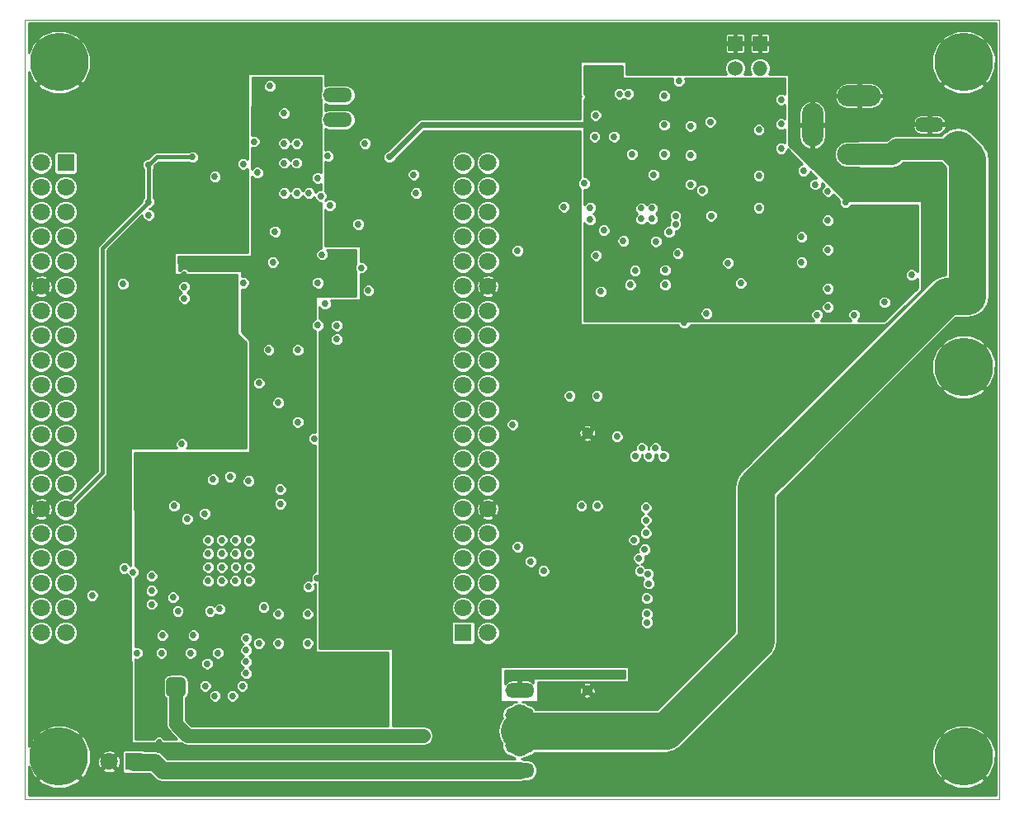
<source format=gbr>
G04 (created by PCBNEW-RS274X (2012-08-04 BZR 3667)-testing) date 10/11/2012 4:33:33 PM*
%MOIN*%
G04 Gerber Fmt 3.4, Leading zero omitted, Abs format*
%FSLAX34Y34*%
G01*
G70*
G90*
G04 APERTURE LIST*
%ADD10C,0.006*%
%ADD11C,0.0039*%
%ADD12C,0.0432*%
%ADD13C,0.0472*%
%ADD14O,0.1179X0.06*%
%ADD15R,0.06X0.06*%
%ADD16O,0.06X0.06*%
%ADD17C,0.06*%
%ADD18O,0.1772X0.086*%
%ADD19O,0.086X0.1772*%
%ADD20C,0.2362*%
%ADD21C,0.0707*%
%ADD22R,0.0707X0.0707*%
%ADD23C,0.0275*%
%ADD24C,0.0276*%
%ADD25C,0.01*%
%ADD26C,0.012*%
%ADD27C,0.024*%
%ADD28C,0.15*%
%ADD29C,0.086*%
%ADD30C,0.0394*%
%ADD31C,0.0159*%
%ADD32C,0.0319*%
%ADD33C,0.0559*%
%ADD34C,0.07*%
G04 APERTURE END LIST*
G54D10*
G54D11*
X37795Y-22047D02*
X37795Y-53542D01*
X77165Y-22047D02*
X37795Y-22047D01*
X77165Y-53542D02*
X77165Y-22047D01*
X37795Y-53542D02*
X77165Y-53542D01*
G54D12*
X60519Y-49149D03*
G54D13*
X60519Y-38755D03*
G54D14*
X50432Y-25089D03*
X50432Y-26088D03*
X57781Y-50138D03*
X57781Y-49139D03*
X57781Y-52383D03*
X57781Y-51384D03*
X74331Y-26276D03*
X74331Y-27275D03*
G54D15*
X67493Y-23001D03*
G54D16*
X67493Y-24001D03*
G54D15*
X66494Y-23001D03*
G54D17*
X66494Y-24001D03*
G54D18*
X71500Y-25117D03*
G54D19*
X69610Y-26299D03*
G54D18*
X71500Y-27480D03*
G54D20*
X75717Y-23764D03*
X75717Y-36079D03*
G54D21*
X38445Y-27826D03*
X38445Y-28826D03*
X38445Y-29826D03*
X38445Y-30826D03*
X38445Y-31826D03*
X38445Y-32826D03*
X38445Y-33826D03*
X38445Y-34826D03*
X38445Y-35826D03*
X38445Y-36826D03*
X38445Y-37826D03*
X38445Y-38826D03*
X38445Y-39826D03*
X38445Y-40826D03*
X38445Y-41826D03*
X38445Y-42826D03*
X38445Y-43826D03*
X38445Y-44826D03*
X38445Y-45826D03*
X38445Y-46826D03*
X39444Y-28826D03*
X39444Y-29825D03*
X39445Y-30826D03*
X39445Y-31826D03*
X39445Y-32826D03*
X39445Y-33826D03*
X39445Y-34826D03*
X39445Y-35826D03*
X39445Y-36826D03*
X39445Y-38826D03*
X39445Y-37826D03*
X39445Y-39826D03*
X39445Y-40826D03*
X39445Y-41826D03*
X39445Y-42826D03*
X39445Y-43826D03*
X39445Y-44826D03*
X39445Y-45826D03*
X39444Y-46826D03*
G54D22*
X39444Y-27828D03*
G54D21*
X55496Y-27826D03*
X55496Y-28826D03*
X55496Y-29826D03*
X55496Y-30826D03*
X55496Y-31826D03*
X55496Y-32826D03*
X55496Y-33826D03*
X55496Y-34826D03*
X55496Y-35826D03*
X55496Y-36826D03*
X55496Y-37826D03*
X55496Y-38826D03*
X55496Y-39826D03*
X55496Y-40826D03*
X55495Y-41825D03*
X55496Y-42826D03*
X55496Y-43826D03*
X55496Y-44826D03*
X55496Y-45826D03*
G54D22*
X55494Y-46826D03*
G54D21*
X56496Y-27826D03*
X56496Y-28826D03*
X56496Y-29826D03*
X56496Y-30826D03*
X56496Y-31826D03*
X56496Y-32826D03*
X56496Y-34826D03*
X56496Y-33826D03*
X56496Y-36826D03*
X56496Y-35826D03*
X56496Y-37826D03*
X56496Y-39826D03*
X56496Y-38826D03*
X56496Y-46826D03*
X56496Y-45826D03*
X56496Y-44826D03*
X56496Y-43826D03*
X56496Y-41826D03*
X56496Y-40826D03*
X56496Y-42826D03*
X41194Y-52031D03*
G54D22*
X42195Y-52031D03*
G54D20*
X75717Y-51827D03*
X39173Y-51831D03*
X39177Y-23760D03*
G54D23*
X46693Y-34685D03*
X48642Y-29508D03*
X47441Y-26456D03*
X49370Y-24684D03*
X44232Y-31890D03*
X44134Y-39705D03*
X49311Y-31850D03*
X51043Y-31535D03*
X48760Y-32933D03*
X51043Y-33031D03*
X46791Y-41870D03*
X44173Y-42559D03*
X49449Y-47756D03*
X49961Y-49921D03*
X48937Y-48307D03*
X48937Y-49409D03*
X48937Y-49921D03*
X49449Y-49921D03*
X48937Y-50472D03*
X49961Y-50472D03*
X49449Y-50472D03*
X50472Y-50472D03*
X50276Y-49409D03*
X50276Y-48858D03*
X50472Y-49921D03*
X49961Y-47756D03*
X48937Y-47756D03*
X50472Y-47756D03*
X50472Y-48307D03*
X49449Y-48307D03*
X49961Y-48307D03*
X48071Y-44921D03*
X50709Y-49134D03*
X51181Y-49134D03*
X43307Y-46457D03*
X46713Y-45748D03*
X42402Y-42598D03*
X43307Y-41693D03*
X47362Y-25591D03*
X47992Y-42795D03*
X45866Y-46339D03*
X44134Y-44764D03*
X44567Y-46299D03*
X47067Y-26456D03*
X48111Y-25393D03*
X48347Y-25157D03*
X48780Y-24684D03*
X61831Y-34035D03*
X52520Y-27598D03*
X70787Y-32283D03*
X70787Y-32834D03*
X72834Y-32834D03*
X72323Y-32834D03*
X71811Y-32834D03*
X71299Y-31181D03*
X71299Y-31732D03*
X71299Y-32283D03*
X71811Y-32283D03*
X72323Y-32283D03*
X72834Y-32283D03*
X72638Y-31732D03*
X70787Y-31732D03*
X70787Y-31181D03*
X72834Y-30078D03*
X73110Y-31456D03*
X73583Y-31456D03*
X72638Y-31181D03*
X72834Y-30630D03*
X72323Y-30630D03*
X71811Y-30630D03*
X71299Y-30630D03*
X70787Y-30630D03*
X70787Y-30078D03*
X71299Y-30078D03*
X71811Y-30078D03*
X72323Y-30078D03*
X65551Y-32874D03*
X64449Y-32913D03*
X66732Y-33878D03*
X64429Y-34291D03*
X61142Y-24547D03*
X61437Y-24114D03*
X61811Y-27480D03*
X62323Y-28661D03*
X61815Y-29874D03*
X62539Y-31004D03*
X61949Y-32145D03*
X61831Y-33208D03*
X60531Y-34035D03*
X63622Y-28681D03*
X63705Y-30976D03*
X60531Y-33189D03*
X68661Y-28681D03*
X67421Y-33838D03*
X67815Y-28681D03*
X68228Y-28169D03*
X68366Y-27795D03*
X65610Y-24547D03*
X68346Y-24527D03*
X67421Y-32854D03*
X67854Y-33346D03*
X61969Y-30984D03*
X59567Y-29606D03*
X45472Y-28386D03*
X46614Y-27874D03*
X44567Y-27598D03*
X42795Y-27913D03*
X42795Y-29409D03*
X45472Y-49370D03*
X45079Y-48976D03*
X50394Y-34409D03*
X48780Y-27047D03*
X51535Y-27047D03*
X50039Y-27559D03*
X50394Y-34961D03*
X63189Y-28307D03*
X53504Y-28307D03*
X49626Y-34390D03*
X42795Y-29941D03*
X44134Y-39193D03*
X38071Y-48819D03*
X39016Y-47638D03*
X38071Y-47638D03*
X38071Y-50000D03*
X43209Y-51260D03*
X42028Y-51260D03*
X40846Y-51260D03*
X39961Y-49606D03*
X40748Y-49606D03*
X40748Y-48819D03*
X39961Y-48819D03*
X39961Y-47638D03*
X41142Y-47638D03*
X42323Y-47638D03*
X43307Y-47638D03*
X43346Y-46929D03*
X45157Y-48071D03*
X45591Y-47638D03*
X44488Y-47638D03*
X44606Y-46929D03*
X69724Y-28701D03*
X49626Y-32677D03*
X67441Y-28346D03*
X44232Y-32362D03*
X44350Y-42224D03*
X46732Y-47520D03*
X46732Y-47992D03*
X46732Y-48465D03*
X46575Y-48976D03*
X46181Y-49370D03*
X46732Y-47047D03*
X43819Y-41693D03*
X67441Y-29646D03*
X60630Y-30118D03*
X60630Y-29646D03*
X65335Y-33917D03*
X67441Y-26496D03*
X69252Y-28150D03*
X40748Y-42323D03*
X41535Y-42323D03*
X38957Y-42323D03*
X40354Y-31890D03*
X40354Y-32677D03*
X38957Y-32323D03*
X38071Y-25079D03*
X38071Y-26063D03*
X58780Y-26693D03*
X59567Y-27480D03*
X60020Y-29252D03*
X59390Y-28622D03*
X72638Y-28209D03*
X72638Y-28996D03*
X71457Y-28209D03*
X70236Y-27795D03*
X70236Y-28976D03*
X38071Y-40315D03*
X38071Y-39331D03*
X38071Y-38346D03*
X38071Y-37323D03*
X38071Y-36339D03*
X38071Y-35315D03*
X38071Y-34331D03*
X38071Y-33307D03*
X38071Y-32323D03*
X38071Y-41339D03*
X38071Y-28346D03*
X38071Y-29331D03*
X38071Y-30315D03*
X38071Y-31339D03*
X41516Y-25906D03*
X42343Y-25079D03*
X39961Y-27047D03*
X39016Y-27047D03*
X38071Y-27047D03*
X40669Y-26772D03*
X38071Y-44331D03*
X38071Y-43346D03*
X38071Y-42323D03*
X38071Y-46339D03*
X38071Y-45315D03*
X58681Y-41398D03*
X58071Y-46083D03*
X57638Y-46594D03*
X57106Y-46083D03*
X57106Y-45138D03*
X58071Y-45138D03*
X59331Y-38307D03*
X59331Y-37756D03*
X59331Y-37244D03*
X62106Y-38366D03*
X61181Y-39429D03*
X61181Y-39901D03*
X61181Y-40393D03*
X62106Y-38917D03*
X59921Y-42756D03*
X59921Y-43110D03*
X61102Y-42756D03*
X60512Y-42756D03*
X60512Y-43110D03*
X61102Y-43110D03*
X60512Y-44212D03*
X59921Y-44212D03*
X61102Y-44212D03*
X62323Y-47598D03*
X62323Y-47165D03*
X62697Y-30098D03*
X63130Y-30099D03*
X63130Y-29665D03*
X62697Y-29665D03*
X63287Y-31004D03*
X62323Y-48071D03*
X62244Y-42756D03*
X62264Y-40413D03*
X61378Y-37716D03*
X61378Y-38149D03*
X60354Y-37244D03*
X59331Y-38819D03*
X60590Y-41378D03*
X61181Y-40886D03*
X61181Y-41378D03*
X60590Y-39901D03*
X60590Y-40393D03*
X59941Y-40177D03*
X59941Y-39429D03*
X60590Y-40886D03*
X69173Y-31850D03*
X69173Y-30827D03*
X70236Y-31339D03*
X69803Y-33976D03*
X70236Y-33661D03*
X70236Y-32913D03*
X70236Y-30157D03*
X76870Y-27854D03*
X76870Y-26673D03*
X76870Y-29035D03*
X76870Y-33760D03*
X76870Y-30216D03*
X76870Y-31397D03*
X76870Y-32578D03*
X74862Y-28996D03*
X76870Y-25492D03*
X60866Y-31574D03*
X71299Y-33976D03*
X72520Y-33465D03*
X74331Y-32008D03*
X61063Y-33031D03*
X59921Y-33071D03*
X60394Y-34488D03*
X61417Y-34842D03*
X70079Y-34724D03*
X65354Y-34724D03*
X66535Y-34724D03*
X67716Y-34724D03*
X68897Y-34724D03*
X69291Y-36220D03*
X68504Y-36220D03*
X71260Y-34724D03*
X70866Y-35630D03*
X70079Y-36417D03*
X69291Y-35433D03*
X68504Y-35433D03*
X59921Y-45315D03*
X59921Y-44921D03*
X60512Y-44921D03*
X61102Y-44921D03*
X61102Y-45315D03*
X60512Y-45315D03*
X60512Y-46338D03*
X62244Y-46338D03*
X61083Y-46338D03*
X61083Y-47165D03*
X60512Y-47165D03*
X63583Y-47145D03*
X63583Y-48228D03*
X62205Y-49606D03*
X63189Y-49606D03*
X65157Y-50984D03*
X65945Y-50197D03*
X66732Y-49409D03*
X64370Y-51772D03*
X63386Y-51969D03*
X58661Y-51969D03*
X59843Y-51969D03*
X61024Y-51969D03*
X62205Y-51969D03*
X73622Y-32362D03*
X59921Y-46338D03*
X58760Y-49055D03*
X58760Y-49626D03*
X67520Y-48622D03*
X67323Y-51181D03*
X68307Y-47835D03*
X70079Y-51181D03*
X67323Y-51969D03*
X68110Y-51969D03*
X68110Y-51181D03*
X66929Y-37008D03*
X63583Y-45866D03*
X64960Y-36220D03*
X66142Y-37008D03*
X63583Y-44685D03*
X70866Y-51181D03*
X61890Y-34842D03*
X64960Y-35433D03*
X63583Y-43504D03*
X68504Y-37992D03*
X67716Y-38779D03*
X69291Y-37204D03*
X66929Y-37795D03*
X66142Y-37795D03*
X66142Y-40551D03*
X66929Y-39567D03*
X65354Y-41732D03*
X65354Y-42519D03*
X66142Y-41929D03*
X66142Y-43110D03*
X66142Y-44291D03*
X66142Y-45472D03*
X66142Y-46653D03*
X65354Y-45669D03*
X65354Y-46456D03*
X64567Y-46456D03*
X65453Y-47342D03*
X63878Y-48917D03*
X64665Y-48130D03*
X68504Y-46654D03*
X68504Y-42815D03*
X68504Y-44193D03*
X68504Y-45374D03*
X64567Y-41732D03*
X68504Y-41535D03*
X64567Y-42519D03*
X64567Y-45669D03*
X69291Y-40748D03*
X74016Y-36024D03*
X73228Y-36811D03*
X72441Y-37598D03*
X63583Y-42323D03*
X62283Y-44094D03*
X71654Y-38386D03*
X74803Y-38583D03*
X75591Y-38583D03*
X75591Y-39370D03*
X75591Y-40945D03*
X75591Y-41732D03*
X74803Y-41732D03*
X74803Y-40945D03*
X74803Y-39370D03*
X73228Y-39370D03*
X73228Y-40157D03*
X72441Y-40157D03*
X72441Y-39370D03*
X70866Y-39173D03*
X70079Y-39961D03*
X70079Y-40945D03*
X70079Y-41732D03*
X76772Y-38091D03*
X76772Y-39272D03*
X76772Y-40453D03*
X76772Y-41634D03*
X76772Y-42815D03*
X76772Y-43996D03*
X76772Y-45177D03*
X76772Y-46358D03*
X76772Y-47539D03*
X76772Y-48720D03*
X76772Y-49902D03*
X70866Y-41732D03*
X72441Y-42520D03*
X73228Y-42520D03*
X73228Y-43307D03*
X72441Y-43307D03*
X70866Y-44094D03*
X70079Y-44094D03*
X70079Y-44882D03*
X70866Y-44882D03*
X74803Y-44882D03*
X75591Y-44882D03*
X73228Y-45669D03*
X72441Y-45669D03*
X74803Y-44094D03*
X75591Y-44094D03*
X70079Y-47244D03*
X70866Y-47244D03*
X74803Y-49606D03*
X75591Y-49606D03*
X75591Y-48819D03*
X74803Y-48819D03*
X74803Y-48031D03*
X75591Y-48031D03*
X75591Y-47244D03*
X74803Y-47244D03*
X73228Y-46457D03*
X72441Y-46457D03*
X72441Y-49606D03*
X73228Y-49606D03*
X73228Y-48819D03*
X72441Y-48819D03*
X70866Y-48031D03*
X70079Y-48031D03*
X72441Y-51969D03*
X72441Y-51181D03*
X73228Y-51181D03*
X73228Y-51969D03*
X70079Y-50394D03*
X70866Y-50394D03*
X64173Y-34724D03*
X64173Y-37795D03*
X64173Y-38976D03*
X64173Y-40157D03*
X64173Y-36220D03*
X63779Y-36614D03*
X63583Y-41141D03*
X62323Y-41417D03*
X62323Y-41732D03*
X64173Y-35433D03*
X63150Y-34724D03*
X63150Y-35827D03*
X70866Y-40945D03*
X74646Y-32008D03*
X60512Y-48071D03*
X61102Y-48071D03*
X61102Y-47598D03*
X60512Y-47598D03*
X59921Y-47598D03*
X59921Y-48071D03*
X59921Y-47165D03*
X53858Y-29843D03*
X52992Y-30709D03*
X52126Y-31575D03*
X51535Y-31575D03*
X54724Y-31890D03*
X54724Y-28819D03*
X54724Y-29843D03*
X53150Y-32283D03*
X53937Y-32283D03*
X53150Y-33071D03*
X53937Y-33071D03*
X57303Y-42461D03*
X57323Y-33484D03*
X57343Y-31004D03*
X57972Y-32795D03*
X57323Y-32146D03*
X41535Y-39764D03*
X41535Y-39055D03*
X41417Y-36339D03*
X42283Y-36339D03*
X43110Y-36339D03*
X44173Y-36339D03*
X65453Y-22441D03*
X66634Y-22441D03*
X67815Y-22441D03*
X51594Y-26417D03*
X52697Y-26417D03*
X53287Y-25906D03*
X58012Y-25906D03*
X54469Y-25906D03*
X55650Y-25906D03*
X56831Y-25906D03*
X53937Y-47244D03*
X52756Y-47244D03*
X51575Y-47244D03*
X50394Y-47244D03*
X49213Y-47244D03*
X55748Y-50669D03*
X56693Y-50591D03*
X56693Y-49606D03*
X56693Y-48622D03*
X57480Y-47598D03*
X55138Y-47598D03*
X56280Y-47598D03*
X52165Y-37008D03*
X52953Y-37795D03*
X52165Y-37795D03*
X52953Y-37008D03*
X52165Y-39370D03*
X53346Y-35433D03*
X53346Y-34646D03*
X52559Y-34646D03*
X52559Y-35433D03*
X53937Y-37795D03*
X53937Y-42520D03*
X53937Y-41339D03*
X53937Y-40157D03*
X53937Y-38976D03*
X53937Y-36614D03*
X54724Y-35433D03*
X54724Y-34252D03*
X54724Y-33071D03*
X40748Y-41535D03*
X41535Y-41535D03*
X47697Y-24724D03*
X49626Y-28445D03*
X51240Y-28445D03*
X44291Y-31299D03*
X46201Y-31299D03*
X70945Y-29429D03*
X50295Y-51634D03*
X51476Y-51634D03*
X50374Y-45157D03*
X51024Y-44094D03*
X49606Y-44606D03*
X49961Y-44252D03*
X48110Y-41024D03*
X49488Y-38976D03*
X45669Y-35157D03*
X46457Y-35945D03*
X47244Y-36732D03*
X48031Y-37520D03*
X48819Y-38307D03*
X43110Y-32874D03*
X44843Y-34331D03*
X44213Y-33701D03*
X41929Y-31299D03*
X43110Y-31299D03*
X46614Y-25551D03*
X46614Y-26339D03*
X46614Y-24764D03*
X45827Y-24763D03*
X45039Y-24763D03*
X44291Y-27992D03*
X43110Y-27205D03*
X44291Y-27205D03*
X46654Y-29055D03*
X44291Y-29055D03*
X45472Y-29055D03*
X43110Y-29055D03*
X43110Y-27992D03*
X47185Y-28228D03*
X51280Y-23425D03*
X48917Y-23425D03*
X47736Y-23425D03*
X50098Y-23425D03*
X52461Y-23425D03*
X45965Y-22441D03*
X44783Y-22441D03*
X43602Y-22441D03*
X42421Y-22441D03*
X41240Y-22441D03*
X40079Y-22441D03*
X48327Y-22441D03*
X47146Y-22441D03*
X51280Y-24764D03*
X49508Y-22441D03*
X59232Y-25118D03*
X56969Y-24764D03*
X58445Y-24331D03*
X59547Y-24409D03*
X52461Y-24764D03*
X53642Y-24764D03*
X54823Y-24764D03*
X56004Y-24764D03*
X62165Y-25039D03*
X61811Y-25039D03*
X55413Y-22441D03*
X56594Y-22441D03*
X57776Y-22441D03*
X58957Y-22441D03*
X54232Y-22441D03*
X53051Y-22441D03*
X60394Y-23622D03*
X60394Y-23228D03*
X60394Y-22835D03*
X60394Y-22441D03*
X60177Y-25157D03*
X60020Y-25906D03*
X62323Y-27480D03*
X61594Y-26772D03*
X60807Y-26772D03*
X60846Y-25906D03*
X54823Y-23425D03*
X56004Y-23425D03*
X57185Y-23425D03*
X58366Y-23622D03*
X59547Y-23622D03*
X53642Y-23425D03*
X50689Y-22441D03*
X51870Y-22441D03*
X48780Y-29055D03*
X48760Y-27835D03*
X49272Y-29055D03*
X73819Y-22441D03*
X72539Y-22441D03*
X71358Y-22441D03*
X70177Y-22441D03*
X68996Y-23622D03*
X68996Y-22441D03*
X68346Y-26260D03*
X68346Y-27244D03*
X68346Y-25276D03*
X75492Y-26082D03*
X74862Y-30059D03*
X66713Y-32697D03*
X66201Y-31870D03*
X62441Y-32185D03*
X62244Y-32756D03*
X63661Y-32165D03*
X63661Y-32756D03*
X47815Y-31850D03*
X49803Y-31535D03*
X46831Y-40689D03*
X48110Y-41614D03*
X45197Y-43622D03*
X45748Y-43071D03*
X45197Y-43071D03*
X46299Y-43622D03*
X46841Y-43622D03*
X46850Y-43071D03*
X46299Y-43071D03*
X45748Y-43622D03*
X45748Y-44173D03*
X46299Y-44724D03*
X45197Y-44173D03*
X45197Y-44724D03*
X45748Y-44724D03*
X46850Y-44173D03*
X46850Y-44724D03*
X46309Y-44173D03*
X40846Y-53248D03*
X42028Y-53248D03*
X43209Y-53248D03*
X44390Y-53248D03*
X45571Y-53248D03*
X46752Y-53248D03*
X47933Y-53248D03*
X48268Y-25827D03*
X47441Y-45787D03*
X49252Y-44961D03*
X43701Y-26378D03*
X44685Y-26378D03*
X45669Y-26378D03*
X46260Y-26969D03*
X47047Y-26969D03*
X64803Y-22402D03*
X64803Y-22795D03*
X64803Y-23228D03*
X64803Y-23622D03*
X64213Y-24528D03*
X63622Y-24134D03*
X63622Y-26299D03*
X63622Y-25118D03*
X63622Y-27480D03*
X64685Y-26339D03*
X64685Y-27520D03*
X64685Y-28701D03*
X43130Y-24291D03*
X46555Y-23425D03*
X45413Y-23425D03*
X44154Y-23425D03*
X48268Y-29055D03*
X43464Y-25866D03*
X44252Y-25078D03*
X48031Y-46063D03*
X49213Y-46063D03*
X50394Y-46063D03*
X51575Y-46063D03*
X55669Y-49961D03*
X55669Y-48858D03*
X48031Y-47244D03*
X47244Y-47244D03*
X55020Y-51634D03*
X53839Y-51634D03*
X52657Y-51634D03*
X56201Y-51634D03*
X49114Y-51634D03*
X49114Y-53248D03*
X50295Y-53248D03*
X51476Y-53248D03*
X52657Y-53248D03*
X53839Y-53248D03*
X55020Y-53248D03*
X56201Y-53248D03*
X57382Y-53248D03*
X73917Y-53248D03*
X72736Y-53248D03*
X71555Y-53248D03*
X70374Y-53248D03*
X69193Y-53248D03*
X68012Y-53248D03*
X66831Y-53248D03*
X65650Y-53248D03*
X64469Y-53248D03*
X63287Y-53248D03*
X62106Y-53248D03*
X60925Y-53248D03*
X59744Y-53248D03*
X58563Y-53248D03*
X48268Y-27047D03*
X48268Y-27835D03*
X64173Y-31496D03*
X58701Y-47165D03*
X58701Y-48031D03*
X58701Y-47598D03*
X51024Y-40551D03*
X51024Y-41732D03*
X51024Y-42913D03*
X50000Y-37008D03*
X50000Y-35394D03*
X48819Y-35394D03*
X50079Y-39567D03*
X50000Y-38189D03*
X46457Y-35394D03*
X47638Y-35394D03*
X51024Y-39370D03*
X51024Y-38189D03*
X51024Y-37008D03*
X51024Y-34252D03*
X51024Y-33563D03*
X52165Y-40157D03*
X52953Y-40157D03*
X52953Y-39370D03*
X52165Y-41732D03*
X52953Y-41732D03*
X52953Y-42520D03*
X52165Y-42520D03*
X52165Y-44094D03*
X52953Y-44094D03*
X52953Y-44882D03*
X52165Y-44882D03*
X53937Y-44882D03*
X53937Y-43701D03*
X53937Y-46063D03*
X52756Y-46063D03*
X46614Y-32677D03*
X68996Y-24803D03*
X51260Y-30315D03*
X57697Y-31378D03*
G54D24*
X65157Y-28937D03*
X64075Y-29980D03*
X65516Y-29972D03*
X63823Y-30622D03*
G54D23*
X60394Y-28661D03*
X61181Y-30551D03*
G54D24*
X65476Y-26173D03*
X64075Y-30315D03*
G54D23*
X44094Y-48819D03*
X43701Y-49213D03*
X43701Y-48819D03*
X44094Y-49213D03*
X53189Y-50984D03*
X53543Y-50984D03*
X53898Y-50984D03*
X51673Y-32992D03*
X46083Y-40512D03*
X51378Y-32067D03*
X45394Y-40630D03*
X45669Y-45866D03*
X42913Y-45118D03*
X41752Y-32717D03*
X45059Y-42008D03*
X45276Y-45945D03*
X43976Y-45945D03*
X58720Y-48504D03*
X58268Y-48504D03*
X57815Y-48504D03*
X57362Y-48504D03*
X61102Y-48504D03*
X59921Y-48504D03*
X60512Y-48504D03*
G54D24*
X63586Y-39677D03*
G54D23*
X53602Y-29055D03*
X59803Y-37244D03*
X60276Y-41693D03*
G54D24*
X62602Y-43811D03*
X62878Y-41763D03*
G54D23*
X57697Y-43346D03*
G54D24*
X62838Y-43456D03*
X62401Y-43067D03*
X62878Y-42787D03*
X62878Y-42275D03*
G54D23*
X61716Y-38889D03*
X58228Y-43937D03*
G54D24*
X62720Y-39362D03*
G54D23*
X50118Y-29547D03*
X49921Y-33524D03*
X47894Y-30610D03*
X44232Y-32835D03*
G54D24*
X62996Y-39677D03*
G54D23*
X44232Y-33307D03*
X49744Y-29173D03*
G54D24*
X63271Y-39362D03*
X62445Y-39677D03*
G54D23*
X60906Y-37244D03*
G54D24*
X60909Y-41685D03*
X62917Y-46409D03*
G54D23*
X57500Y-38406D03*
G54D24*
X58744Y-44322D03*
X62642Y-44322D03*
X62917Y-46055D03*
X62917Y-45425D03*
X62996Y-44834D03*
X62956Y-44440D03*
G54D23*
X41811Y-44213D03*
X40512Y-45315D03*
X42165Y-44370D03*
X42913Y-44528D03*
X43780Y-45394D03*
X42913Y-45669D03*
G54D25*
X46791Y-41870D02*
X46791Y-41831D01*
X46693Y-34783D02*
X46693Y-34685D01*
X47657Y-35747D02*
X46693Y-34783D01*
X47657Y-40965D02*
X47657Y-35747D01*
X46791Y-41831D02*
X47657Y-40965D01*
X44134Y-39705D02*
X44134Y-39704D01*
X46693Y-34685D02*
X46693Y-33720D01*
X46693Y-33720D02*
X47480Y-32933D01*
X47480Y-29508D02*
X48642Y-29508D01*
X47480Y-31890D02*
X47480Y-29508D01*
X47480Y-29508D02*
X47480Y-26495D01*
X47480Y-26495D02*
X47441Y-26456D01*
X46437Y-31890D02*
X47480Y-31890D01*
X44232Y-31890D02*
X46437Y-31890D01*
X47480Y-31890D02*
X47480Y-31870D01*
X47480Y-31870D02*
X47480Y-32933D01*
X46791Y-41870D02*
X46792Y-41870D01*
X44134Y-39704D02*
X44135Y-39705D01*
X43307Y-41693D02*
X43307Y-40532D01*
X43307Y-40532D02*
X44134Y-39705D01*
X49311Y-31850D02*
X49311Y-32382D01*
X49311Y-32382D02*
X48760Y-32933D01*
X51043Y-33031D02*
X51043Y-31535D01*
X48760Y-32933D02*
X47480Y-32933D01*
X51043Y-33031D02*
X48858Y-33031D01*
X48858Y-33031D02*
X48760Y-32933D01*
X47992Y-42795D02*
X47716Y-42795D01*
X47716Y-42795D02*
X46791Y-41870D01*
X49449Y-49921D02*
X49961Y-49921D01*
X48937Y-49409D02*
X48937Y-48307D01*
X49449Y-49921D02*
X49449Y-50472D01*
X48937Y-50472D02*
X49449Y-50472D01*
X49961Y-50472D02*
X50472Y-50472D01*
X50276Y-49765D02*
X50472Y-49921D01*
X50276Y-49409D02*
X50276Y-49765D01*
X50709Y-49134D02*
X50552Y-49134D01*
X50552Y-49134D02*
X50276Y-48858D01*
X48937Y-47756D02*
X49449Y-47756D01*
X49449Y-47756D02*
X49961Y-47756D01*
X49449Y-48307D02*
X49961Y-48307D01*
X48071Y-44921D02*
X48071Y-42874D01*
X48071Y-42874D02*
X47992Y-42795D01*
G54D26*
X48937Y-47756D02*
X48918Y-47756D01*
X48622Y-45472D02*
X48071Y-44921D01*
X48622Y-47460D02*
X48622Y-45472D01*
X48918Y-47756D02*
X48622Y-47460D01*
X48071Y-44921D02*
X47540Y-44921D01*
X47540Y-44921D02*
X46713Y-45748D01*
G54D25*
X51181Y-49134D02*
X50709Y-49134D01*
G54D26*
X44567Y-46299D02*
X43465Y-46299D01*
X43465Y-46299D02*
X43307Y-46457D01*
X44567Y-46299D02*
X44567Y-45197D01*
X44567Y-45197D02*
X44134Y-44764D01*
X45866Y-46339D02*
X46122Y-46339D01*
X46122Y-46339D02*
X46713Y-45748D01*
X44173Y-42559D02*
X42441Y-42559D01*
X42441Y-42559D02*
X42402Y-42598D01*
X44134Y-44764D02*
X44134Y-44330D01*
X44134Y-44330D02*
X42402Y-42598D01*
X44173Y-42559D02*
X44173Y-42559D01*
X44173Y-42559D02*
X43307Y-41693D01*
X45866Y-46339D02*
X44606Y-46339D01*
X44606Y-46339D02*
X44567Y-46299D01*
G54D27*
X52520Y-27598D02*
X53819Y-26299D01*
X53819Y-26299D02*
X61142Y-26299D01*
G54D25*
X61831Y-33208D02*
X64154Y-33208D01*
X64154Y-33208D02*
X64449Y-32913D01*
X68838Y-32283D02*
X70787Y-32283D01*
X71811Y-32834D02*
X72323Y-32834D01*
X71299Y-31732D02*
X71299Y-31181D01*
X72834Y-32283D02*
X72834Y-31928D01*
X70787Y-32283D02*
X71299Y-32283D01*
X71811Y-32283D02*
X72323Y-32283D01*
X72834Y-31928D02*
X72638Y-31732D01*
X70787Y-30630D02*
X70787Y-31181D01*
X70787Y-31732D02*
X70787Y-32283D01*
X73583Y-31456D02*
X73110Y-31456D01*
X72638Y-31181D02*
X72834Y-30985D01*
X72834Y-30985D02*
X72834Y-30630D01*
X72422Y-30630D02*
X72834Y-30630D01*
X72323Y-30630D02*
X72422Y-30630D01*
X71299Y-30630D02*
X71811Y-30630D01*
X70787Y-30078D02*
X70787Y-30630D01*
X71811Y-30078D02*
X71299Y-30078D01*
X72323Y-30078D02*
X72834Y-30078D01*
X64449Y-32913D02*
X65512Y-32913D01*
X65512Y-32913D02*
X65551Y-32874D01*
X65551Y-32874D02*
X65728Y-32874D01*
X65728Y-32874D02*
X66732Y-33878D01*
X66732Y-33878D02*
X67381Y-33878D01*
X67381Y-33878D02*
X67421Y-33838D01*
X61142Y-24547D02*
X61142Y-26299D01*
X61142Y-26299D02*
X61142Y-27165D01*
X61142Y-27165D02*
X61457Y-27480D01*
X61457Y-27480D02*
X61811Y-27480D01*
X62323Y-28661D02*
X62323Y-27992D01*
X62323Y-27992D02*
X61811Y-27480D01*
X62323Y-28661D02*
X63602Y-28661D01*
X63602Y-28661D02*
X63622Y-28681D01*
X62323Y-28661D02*
X62323Y-29366D01*
X62323Y-29366D02*
X61815Y-29874D01*
X61815Y-29874D02*
X61815Y-30280D01*
X61815Y-30280D02*
X62539Y-31004D01*
X61811Y-29872D02*
X61813Y-29872D01*
X61813Y-29872D02*
X61815Y-29874D01*
X63705Y-31000D02*
X63386Y-31319D01*
X63386Y-31319D02*
X62854Y-31319D01*
X62854Y-31319D02*
X62539Y-31004D01*
X61949Y-32145D02*
X61949Y-31594D01*
X61949Y-31594D02*
X62539Y-31004D01*
X61949Y-32145D02*
X61949Y-33090D01*
X61949Y-33090D02*
X61831Y-33208D01*
X60531Y-34035D02*
X61831Y-34035D01*
X61831Y-33208D02*
X61831Y-34035D01*
X63705Y-30976D02*
X63705Y-31000D01*
X63701Y-30980D02*
X63701Y-30984D01*
X63705Y-30976D02*
X63701Y-30980D01*
X67815Y-28681D02*
X67815Y-32460D01*
X67815Y-32460D02*
X67421Y-32854D01*
X67854Y-33346D02*
X67854Y-33267D01*
X67854Y-33267D02*
X68838Y-32283D01*
X68228Y-28169D02*
X68228Y-28268D01*
X68228Y-28268D02*
X67815Y-28681D01*
X67815Y-25039D02*
X67815Y-28681D01*
X68228Y-28169D02*
X68228Y-27933D01*
X68346Y-24527D02*
X68346Y-24508D01*
X68346Y-24508D02*
X67815Y-25039D01*
X68228Y-27933D02*
X68366Y-27795D01*
X65610Y-24547D02*
X68326Y-24547D01*
X68326Y-24547D02*
X68346Y-24527D01*
G54D28*
X75869Y-27668D02*
X75791Y-27590D01*
X62445Y-50790D02*
X63675Y-50790D01*
X57763Y-50790D02*
X62445Y-50790D01*
G54D29*
X74330Y-27275D02*
X75476Y-27275D01*
G54D30*
X57763Y-50790D02*
X57783Y-51385D01*
G54D28*
X75791Y-27590D02*
X75476Y-27275D01*
G54D29*
X73035Y-27275D02*
X74330Y-27275D01*
X57783Y-50141D02*
X57783Y-51385D01*
G54D28*
X75869Y-29125D02*
X75869Y-27668D01*
X75043Y-33220D02*
X75869Y-33220D01*
X69117Y-39146D02*
X75043Y-33220D01*
X75869Y-33220D02*
X75869Y-29125D01*
X67322Y-40941D02*
X67563Y-40700D01*
X67322Y-47143D02*
X67322Y-42265D01*
X63725Y-50740D02*
X67322Y-47143D01*
X67563Y-40700D02*
X69117Y-39146D01*
X67322Y-42265D02*
X67322Y-40941D01*
X63675Y-50790D02*
X63725Y-50740D01*
G54D29*
X72830Y-27480D02*
X73035Y-27275D01*
G54D25*
X71185Y-27795D02*
X71500Y-27480D01*
G54D29*
X71500Y-27480D02*
X72830Y-27480D01*
G54D31*
X39445Y-41826D02*
X39454Y-41826D01*
X39454Y-41826D02*
X40925Y-40355D01*
X40925Y-40355D02*
X40925Y-31280D01*
X40925Y-31280D02*
X42795Y-29409D01*
X44567Y-27598D02*
X43110Y-27598D01*
X43110Y-27598D02*
X42795Y-27913D01*
X42795Y-29409D02*
X42795Y-27913D01*
G54D32*
X43898Y-49213D02*
X44094Y-49213D01*
G54D33*
X43898Y-50512D02*
X43898Y-49213D01*
G54D30*
X44094Y-48819D02*
X44094Y-49213D01*
X43701Y-48819D02*
X43701Y-49213D01*
X43701Y-49213D02*
X44094Y-49213D01*
X44094Y-48819D02*
X43701Y-48819D01*
G54D33*
X44370Y-50984D02*
X43898Y-50512D01*
X53189Y-50984D02*
X44370Y-50984D01*
X53543Y-50984D02*
X53189Y-50984D01*
X53898Y-50984D02*
X53543Y-50984D01*
G54D34*
X42205Y-52047D02*
X42195Y-52030D01*
X43031Y-52047D02*
X42205Y-52047D01*
X43368Y-52384D02*
X43031Y-52047D01*
X57782Y-52384D02*
X43368Y-52384D01*
G54D25*
X58268Y-48504D02*
X57815Y-48504D01*
X60512Y-48504D02*
X61102Y-48504D01*
X59921Y-48504D02*
X58720Y-48504D01*
G54D10*
G36*
X73848Y-32892D02*
X72784Y-33926D01*
X72784Y-33518D01*
X72784Y-33413D01*
X72744Y-33316D01*
X72670Y-33242D01*
X72573Y-33201D01*
X72468Y-33201D01*
X72371Y-33241D01*
X72297Y-33315D01*
X72256Y-33412D01*
X72256Y-33517D01*
X72296Y-33614D01*
X72370Y-33688D01*
X72467Y-33729D01*
X72572Y-33729D01*
X72669Y-33689D01*
X72743Y-33615D01*
X72784Y-33518D01*
X72784Y-33926D01*
X72500Y-34202D01*
X71443Y-34202D01*
X71448Y-34200D01*
X71522Y-34126D01*
X71563Y-34029D01*
X71563Y-33924D01*
X71523Y-33827D01*
X71449Y-33753D01*
X71352Y-33712D01*
X71247Y-33712D01*
X71150Y-33752D01*
X71076Y-33826D01*
X71035Y-33923D01*
X71035Y-34028D01*
X71075Y-34125D01*
X71149Y-34199D01*
X71156Y-34202D01*
X70500Y-34202D01*
X70500Y-33714D01*
X70500Y-33609D01*
X70500Y-32966D01*
X70500Y-32861D01*
X70500Y-31392D01*
X70500Y-31287D01*
X70500Y-30210D01*
X70500Y-30105D01*
X70460Y-30008D01*
X70386Y-29934D01*
X70289Y-29893D01*
X70184Y-29893D01*
X70087Y-29933D01*
X70013Y-30007D01*
X69972Y-30104D01*
X69972Y-30209D01*
X70012Y-30306D01*
X70086Y-30380D01*
X70183Y-30421D01*
X70288Y-30421D01*
X70385Y-30381D01*
X70459Y-30307D01*
X70500Y-30210D01*
X70500Y-31287D01*
X70460Y-31190D01*
X70386Y-31116D01*
X70289Y-31075D01*
X70184Y-31075D01*
X70087Y-31115D01*
X70013Y-31189D01*
X69972Y-31286D01*
X69972Y-31391D01*
X70012Y-31488D01*
X70086Y-31562D01*
X70183Y-31603D01*
X70288Y-31603D01*
X70385Y-31563D01*
X70459Y-31489D01*
X70500Y-31392D01*
X70500Y-32861D01*
X70460Y-32764D01*
X70386Y-32690D01*
X70289Y-32649D01*
X70184Y-32649D01*
X70087Y-32689D01*
X70013Y-32763D01*
X69972Y-32860D01*
X69972Y-32965D01*
X70012Y-33062D01*
X70086Y-33136D01*
X70183Y-33177D01*
X70288Y-33177D01*
X70385Y-33137D01*
X70459Y-33063D01*
X70500Y-32966D01*
X70500Y-33609D01*
X70460Y-33512D01*
X70386Y-33438D01*
X70289Y-33397D01*
X70184Y-33397D01*
X70087Y-33437D01*
X70013Y-33511D01*
X69972Y-33608D01*
X69972Y-33713D01*
X70012Y-33810D01*
X70086Y-33884D01*
X70183Y-33925D01*
X70288Y-33925D01*
X70385Y-33885D01*
X70459Y-33811D01*
X70500Y-33714D01*
X70500Y-34202D01*
X69947Y-34202D01*
X69952Y-34200D01*
X70026Y-34126D01*
X70067Y-34029D01*
X70067Y-33924D01*
X70027Y-33827D01*
X69953Y-33753D01*
X69856Y-33712D01*
X69751Y-33712D01*
X69654Y-33752D01*
X69580Y-33826D01*
X69539Y-33923D01*
X69539Y-34028D01*
X69579Y-34125D01*
X69653Y-34199D01*
X69660Y-34202D01*
X69437Y-34202D01*
X69437Y-31903D01*
X69437Y-31798D01*
X69437Y-30880D01*
X69437Y-30775D01*
X69397Y-30678D01*
X69323Y-30604D01*
X69226Y-30563D01*
X69121Y-30563D01*
X69024Y-30603D01*
X68950Y-30677D01*
X68909Y-30774D01*
X68909Y-30879D01*
X68949Y-30976D01*
X69023Y-31050D01*
X69120Y-31091D01*
X69225Y-31091D01*
X69322Y-31051D01*
X69396Y-30977D01*
X69437Y-30880D01*
X69437Y-31798D01*
X69397Y-31701D01*
X69323Y-31627D01*
X69226Y-31586D01*
X69121Y-31586D01*
X69024Y-31626D01*
X68950Y-31700D01*
X68909Y-31797D01*
X68909Y-31902D01*
X68949Y-31999D01*
X69023Y-32073D01*
X69120Y-32114D01*
X69225Y-32114D01*
X69322Y-32074D01*
X69396Y-32000D01*
X69437Y-31903D01*
X69437Y-34202D01*
X67705Y-34202D01*
X67705Y-29699D01*
X67705Y-29594D01*
X67705Y-28399D01*
X67705Y-28294D01*
X67705Y-26549D01*
X67705Y-26444D01*
X67665Y-26347D01*
X67591Y-26273D01*
X67494Y-26232D01*
X67389Y-26232D01*
X67292Y-26272D01*
X67218Y-26346D01*
X67177Y-26443D01*
X67177Y-26548D01*
X67217Y-26645D01*
X67291Y-26719D01*
X67388Y-26760D01*
X67493Y-26760D01*
X67590Y-26720D01*
X67664Y-26646D01*
X67705Y-26549D01*
X67705Y-28294D01*
X67665Y-28197D01*
X67591Y-28123D01*
X67494Y-28082D01*
X67389Y-28082D01*
X67292Y-28122D01*
X67218Y-28196D01*
X67177Y-28293D01*
X67177Y-28398D01*
X67217Y-28495D01*
X67291Y-28569D01*
X67388Y-28610D01*
X67493Y-28610D01*
X67590Y-28570D01*
X67664Y-28496D01*
X67705Y-28399D01*
X67705Y-29594D01*
X67665Y-29497D01*
X67591Y-29423D01*
X67494Y-29382D01*
X67389Y-29382D01*
X67292Y-29422D01*
X67218Y-29496D01*
X67177Y-29593D01*
X67177Y-29698D01*
X67217Y-29795D01*
X67291Y-29869D01*
X67388Y-29910D01*
X67493Y-29910D01*
X67590Y-29870D01*
X67664Y-29796D01*
X67705Y-29699D01*
X67705Y-34202D01*
X66977Y-34202D01*
X66977Y-32750D01*
X66977Y-32645D01*
X66937Y-32548D01*
X66863Y-32474D01*
X66766Y-32433D01*
X66661Y-32433D01*
X66564Y-32473D01*
X66490Y-32547D01*
X66465Y-32606D01*
X66465Y-31923D01*
X66465Y-31818D01*
X66425Y-31721D01*
X66351Y-31647D01*
X66254Y-31606D01*
X66149Y-31606D01*
X66052Y-31646D01*
X65978Y-31720D01*
X65937Y-31817D01*
X65937Y-31922D01*
X65977Y-32019D01*
X66051Y-32093D01*
X66148Y-32134D01*
X66253Y-32134D01*
X66350Y-32094D01*
X66424Y-32020D01*
X66465Y-31923D01*
X66465Y-32606D01*
X66449Y-32644D01*
X66449Y-32749D01*
X66489Y-32846D01*
X66563Y-32920D01*
X66660Y-32961D01*
X66765Y-32961D01*
X66862Y-32921D01*
X66936Y-32847D01*
X66977Y-32750D01*
X66977Y-34202D01*
X65781Y-34202D01*
X65781Y-30025D01*
X65781Y-29920D01*
X65741Y-29823D01*
X65741Y-26226D01*
X65741Y-26121D01*
X65701Y-26024D01*
X65627Y-25949D01*
X65529Y-25908D01*
X65424Y-25908D01*
X65327Y-25948D01*
X65252Y-26022D01*
X65211Y-26120D01*
X65211Y-26225D01*
X65251Y-26322D01*
X65325Y-26397D01*
X65423Y-26438D01*
X65528Y-26438D01*
X65625Y-26398D01*
X65700Y-26324D01*
X65741Y-26226D01*
X65741Y-29823D01*
X65667Y-29748D01*
X65569Y-29707D01*
X65464Y-29707D01*
X65422Y-29724D01*
X65422Y-28990D01*
X65422Y-28885D01*
X65382Y-28788D01*
X65308Y-28713D01*
X65210Y-28672D01*
X65105Y-28672D01*
X65008Y-28712D01*
X64937Y-28781D01*
X64949Y-28754D01*
X64949Y-28649D01*
X64949Y-27573D01*
X64949Y-27468D01*
X64949Y-26392D01*
X64949Y-26287D01*
X64909Y-26190D01*
X64835Y-26116D01*
X64738Y-26075D01*
X64633Y-26075D01*
X64536Y-26115D01*
X64462Y-26189D01*
X64421Y-26286D01*
X64421Y-26391D01*
X64461Y-26488D01*
X64535Y-26562D01*
X64632Y-26603D01*
X64737Y-26603D01*
X64834Y-26563D01*
X64908Y-26489D01*
X64949Y-26392D01*
X64949Y-27468D01*
X64909Y-27371D01*
X64835Y-27297D01*
X64738Y-27256D01*
X64633Y-27256D01*
X64536Y-27296D01*
X64462Y-27370D01*
X64421Y-27467D01*
X64421Y-27572D01*
X64461Y-27669D01*
X64535Y-27743D01*
X64632Y-27784D01*
X64737Y-27784D01*
X64834Y-27744D01*
X64908Y-27670D01*
X64949Y-27573D01*
X64949Y-28649D01*
X64909Y-28552D01*
X64835Y-28478D01*
X64738Y-28437D01*
X64633Y-28437D01*
X64536Y-28477D01*
X64462Y-28551D01*
X64421Y-28648D01*
X64421Y-28753D01*
X64461Y-28850D01*
X64535Y-28924D01*
X64632Y-28965D01*
X64737Y-28965D01*
X64834Y-28925D01*
X64904Y-28854D01*
X64892Y-28884D01*
X64892Y-28989D01*
X64932Y-29086D01*
X65006Y-29161D01*
X65104Y-29202D01*
X65209Y-29202D01*
X65306Y-29162D01*
X65381Y-29088D01*
X65422Y-28990D01*
X65422Y-29724D01*
X65367Y-29747D01*
X65292Y-29821D01*
X65251Y-29919D01*
X65251Y-30024D01*
X65291Y-30121D01*
X65365Y-30196D01*
X65463Y-30237D01*
X65568Y-30237D01*
X65665Y-30197D01*
X65740Y-30123D01*
X65781Y-30025D01*
X65781Y-34202D01*
X65599Y-34202D01*
X65599Y-33970D01*
X65599Y-33865D01*
X65559Y-33768D01*
X65485Y-33694D01*
X65388Y-33653D01*
X65283Y-33653D01*
X65186Y-33693D01*
X65112Y-33767D01*
X65071Y-33864D01*
X65071Y-33969D01*
X65111Y-34066D01*
X65185Y-34140D01*
X65282Y-34181D01*
X65387Y-34181D01*
X65484Y-34141D01*
X65558Y-34067D01*
X65599Y-33970D01*
X65599Y-34202D01*
X64437Y-34202D01*
X64437Y-31549D01*
X64437Y-31444D01*
X64397Y-31347D01*
X64340Y-31290D01*
X64340Y-30368D01*
X64340Y-30263D01*
X64300Y-30166D01*
X64282Y-30147D01*
X64299Y-30131D01*
X64340Y-30033D01*
X64340Y-29928D01*
X64300Y-29831D01*
X64226Y-29756D01*
X64128Y-29715D01*
X64023Y-29715D01*
X63926Y-29755D01*
X63886Y-29794D01*
X63886Y-27533D01*
X63886Y-27428D01*
X63886Y-26352D01*
X63886Y-26247D01*
X63886Y-25171D01*
X63886Y-25066D01*
X63846Y-24969D01*
X63772Y-24895D01*
X63675Y-24854D01*
X63570Y-24854D01*
X63473Y-24894D01*
X63399Y-24968D01*
X63358Y-25065D01*
X63358Y-25170D01*
X63398Y-25267D01*
X63472Y-25341D01*
X63569Y-25382D01*
X63674Y-25382D01*
X63771Y-25342D01*
X63845Y-25268D01*
X63886Y-25171D01*
X63886Y-26247D01*
X63846Y-26150D01*
X63772Y-26076D01*
X63675Y-26035D01*
X63570Y-26035D01*
X63473Y-26075D01*
X63399Y-26149D01*
X63358Y-26246D01*
X63358Y-26351D01*
X63398Y-26448D01*
X63472Y-26522D01*
X63569Y-26563D01*
X63674Y-26563D01*
X63771Y-26523D01*
X63845Y-26449D01*
X63886Y-26352D01*
X63886Y-27428D01*
X63846Y-27331D01*
X63772Y-27257D01*
X63675Y-27216D01*
X63570Y-27216D01*
X63473Y-27256D01*
X63399Y-27330D01*
X63358Y-27427D01*
X63358Y-27532D01*
X63398Y-27629D01*
X63472Y-27703D01*
X63569Y-27744D01*
X63674Y-27744D01*
X63771Y-27704D01*
X63845Y-27630D01*
X63886Y-27533D01*
X63886Y-29794D01*
X63851Y-29829D01*
X63810Y-29927D01*
X63810Y-30032D01*
X63850Y-30129D01*
X63867Y-30147D01*
X63851Y-30164D01*
X63810Y-30262D01*
X63810Y-30357D01*
X63771Y-30357D01*
X63674Y-30397D01*
X63599Y-30471D01*
X63558Y-30569D01*
X63558Y-30674D01*
X63598Y-30771D01*
X63672Y-30846D01*
X63770Y-30887D01*
X63875Y-30887D01*
X63972Y-30847D01*
X64047Y-30773D01*
X64088Y-30675D01*
X64088Y-30580D01*
X64127Y-30580D01*
X64224Y-30540D01*
X64299Y-30466D01*
X64340Y-30368D01*
X64340Y-31290D01*
X64323Y-31273D01*
X64226Y-31232D01*
X64121Y-31232D01*
X64024Y-31272D01*
X63950Y-31346D01*
X63909Y-31443D01*
X63909Y-31548D01*
X63949Y-31645D01*
X64023Y-31719D01*
X64120Y-31760D01*
X64225Y-31760D01*
X64322Y-31720D01*
X64396Y-31646D01*
X64437Y-31549D01*
X64437Y-34202D01*
X63925Y-34202D01*
X63925Y-32809D01*
X63925Y-32704D01*
X63925Y-32218D01*
X63925Y-32113D01*
X63885Y-32016D01*
X63811Y-31942D01*
X63714Y-31901D01*
X63609Y-31901D01*
X63551Y-31924D01*
X63551Y-31057D01*
X63551Y-30952D01*
X63511Y-30855D01*
X63453Y-30797D01*
X63453Y-28360D01*
X63453Y-28255D01*
X63413Y-28158D01*
X63339Y-28084D01*
X63242Y-28043D01*
X63137Y-28043D01*
X63040Y-28083D01*
X62966Y-28157D01*
X62925Y-28254D01*
X62925Y-28359D01*
X62965Y-28456D01*
X63039Y-28530D01*
X63136Y-28571D01*
X63241Y-28571D01*
X63338Y-28531D01*
X63412Y-28457D01*
X63453Y-28360D01*
X63453Y-30797D01*
X63437Y-30781D01*
X63394Y-30762D01*
X63394Y-30152D01*
X63394Y-30047D01*
X63354Y-29950D01*
X63286Y-29882D01*
X63353Y-29815D01*
X63394Y-29718D01*
X63394Y-29613D01*
X63354Y-29516D01*
X63280Y-29442D01*
X63183Y-29401D01*
X63078Y-29401D01*
X62981Y-29441D01*
X62913Y-29508D01*
X62847Y-29442D01*
X62750Y-29401D01*
X62645Y-29401D01*
X62587Y-29424D01*
X62587Y-27533D01*
X62587Y-27428D01*
X62547Y-27331D01*
X62473Y-27257D01*
X62429Y-27238D01*
X62429Y-25092D01*
X62429Y-24987D01*
X62389Y-24890D01*
X62315Y-24816D01*
X62218Y-24775D01*
X62113Y-24775D01*
X62016Y-24815D01*
X61988Y-24843D01*
X61961Y-24816D01*
X61864Y-24775D01*
X61759Y-24775D01*
X61662Y-24815D01*
X61588Y-24889D01*
X61547Y-24986D01*
X61547Y-25091D01*
X61587Y-25188D01*
X61661Y-25262D01*
X61758Y-25303D01*
X61863Y-25303D01*
X61960Y-25263D01*
X61988Y-25235D01*
X62015Y-25262D01*
X62112Y-25303D01*
X62217Y-25303D01*
X62314Y-25263D01*
X62388Y-25189D01*
X62429Y-25092D01*
X62429Y-27238D01*
X62376Y-27216D01*
X62271Y-27216D01*
X62174Y-27256D01*
X62100Y-27330D01*
X62059Y-27427D01*
X62059Y-27532D01*
X62099Y-27629D01*
X62173Y-27703D01*
X62270Y-27744D01*
X62375Y-27744D01*
X62472Y-27704D01*
X62546Y-27630D01*
X62587Y-27533D01*
X62587Y-29424D01*
X62548Y-29441D01*
X62474Y-29515D01*
X62433Y-29612D01*
X62433Y-29717D01*
X62473Y-29814D01*
X62540Y-29881D01*
X62474Y-29948D01*
X62433Y-30045D01*
X62433Y-30150D01*
X62473Y-30247D01*
X62547Y-30321D01*
X62644Y-30362D01*
X62749Y-30362D01*
X62846Y-30322D01*
X62913Y-30255D01*
X62980Y-30322D01*
X63077Y-30363D01*
X63182Y-30363D01*
X63279Y-30323D01*
X63353Y-30249D01*
X63394Y-30152D01*
X63394Y-30762D01*
X63340Y-30740D01*
X63235Y-30740D01*
X63138Y-30780D01*
X63064Y-30854D01*
X63023Y-30951D01*
X63023Y-31056D01*
X63063Y-31153D01*
X63137Y-31227D01*
X63234Y-31268D01*
X63339Y-31268D01*
X63436Y-31228D01*
X63510Y-31154D01*
X63551Y-31057D01*
X63551Y-31924D01*
X63512Y-31941D01*
X63438Y-32015D01*
X63397Y-32112D01*
X63397Y-32217D01*
X63437Y-32314D01*
X63511Y-32388D01*
X63608Y-32429D01*
X63713Y-32429D01*
X63810Y-32389D01*
X63884Y-32315D01*
X63925Y-32218D01*
X63925Y-32704D01*
X63885Y-32607D01*
X63811Y-32533D01*
X63714Y-32492D01*
X63609Y-32492D01*
X63512Y-32532D01*
X63438Y-32606D01*
X63397Y-32703D01*
X63397Y-32808D01*
X63437Y-32905D01*
X63511Y-32979D01*
X63608Y-33020D01*
X63713Y-33020D01*
X63810Y-32980D01*
X63884Y-32906D01*
X63925Y-32809D01*
X63925Y-34202D01*
X62705Y-34202D01*
X62705Y-32238D01*
X62705Y-32133D01*
X62665Y-32036D01*
X62591Y-31962D01*
X62494Y-31921D01*
X62389Y-31921D01*
X62292Y-31961D01*
X62233Y-32020D01*
X62233Y-31037D01*
X62233Y-30932D01*
X62193Y-30835D01*
X62119Y-30761D01*
X62022Y-30720D01*
X61917Y-30720D01*
X61858Y-30744D01*
X61858Y-26825D01*
X61858Y-26720D01*
X61818Y-26623D01*
X61744Y-26549D01*
X61647Y-26508D01*
X61542Y-26508D01*
X61445Y-26548D01*
X61371Y-26622D01*
X61330Y-26719D01*
X61330Y-26824D01*
X61370Y-26921D01*
X61444Y-26995D01*
X61541Y-27036D01*
X61646Y-27036D01*
X61743Y-26996D01*
X61817Y-26922D01*
X61858Y-26825D01*
X61858Y-30744D01*
X61820Y-30760D01*
X61746Y-30834D01*
X61705Y-30931D01*
X61705Y-31036D01*
X61745Y-31133D01*
X61819Y-31207D01*
X61916Y-31248D01*
X62021Y-31248D01*
X62118Y-31208D01*
X62192Y-31134D01*
X62233Y-31037D01*
X62233Y-32020D01*
X62218Y-32035D01*
X62177Y-32132D01*
X62177Y-32237D01*
X62217Y-32334D01*
X62291Y-32408D01*
X62388Y-32449D01*
X62493Y-32449D01*
X62590Y-32409D01*
X62664Y-32335D01*
X62705Y-32238D01*
X62705Y-34202D01*
X62508Y-34202D01*
X62508Y-32809D01*
X62508Y-32704D01*
X62468Y-32607D01*
X62394Y-32533D01*
X62297Y-32492D01*
X62192Y-32492D01*
X62095Y-32532D01*
X62021Y-32606D01*
X61980Y-32703D01*
X61980Y-32808D01*
X62020Y-32905D01*
X62094Y-32979D01*
X62191Y-33020D01*
X62296Y-33020D01*
X62393Y-32980D01*
X62467Y-32906D01*
X62508Y-32809D01*
X62508Y-34202D01*
X61445Y-34202D01*
X61445Y-30604D01*
X61445Y-30499D01*
X61405Y-30402D01*
X61331Y-30328D01*
X61234Y-30287D01*
X61129Y-30287D01*
X61110Y-30294D01*
X61110Y-25959D01*
X61110Y-25854D01*
X61070Y-25757D01*
X60996Y-25683D01*
X60899Y-25642D01*
X60794Y-25642D01*
X60697Y-25682D01*
X60623Y-25756D01*
X60582Y-25853D01*
X60582Y-25958D01*
X60622Y-26055D01*
X60696Y-26129D01*
X60793Y-26170D01*
X60898Y-26170D01*
X60995Y-26130D01*
X61069Y-26056D01*
X61110Y-25959D01*
X61110Y-30294D01*
X61071Y-30310D01*
X61071Y-26825D01*
X61071Y-26720D01*
X61031Y-26623D01*
X60957Y-26549D01*
X60860Y-26508D01*
X60755Y-26508D01*
X60658Y-26548D01*
X60584Y-26622D01*
X60543Y-26719D01*
X60543Y-26824D01*
X60583Y-26921D01*
X60657Y-26995D01*
X60754Y-27036D01*
X60859Y-27036D01*
X60956Y-26996D01*
X61030Y-26922D01*
X61071Y-26825D01*
X61071Y-30310D01*
X61032Y-30327D01*
X60958Y-30401D01*
X60917Y-30498D01*
X60917Y-30603D01*
X60957Y-30700D01*
X61031Y-30774D01*
X61128Y-30815D01*
X61233Y-30815D01*
X61330Y-30775D01*
X61404Y-30701D01*
X61445Y-30604D01*
X61445Y-34202D01*
X61327Y-34202D01*
X61327Y-33084D01*
X61327Y-32979D01*
X61287Y-32882D01*
X61213Y-32808D01*
X61130Y-32772D01*
X61130Y-31627D01*
X61130Y-31522D01*
X61090Y-31425D01*
X61016Y-31351D01*
X60919Y-31310D01*
X60814Y-31310D01*
X60717Y-31350D01*
X60643Y-31424D01*
X60602Y-31521D01*
X60602Y-31626D01*
X60642Y-31723D01*
X60716Y-31797D01*
X60813Y-31838D01*
X60918Y-31838D01*
X61015Y-31798D01*
X61089Y-31724D01*
X61130Y-31627D01*
X61130Y-32772D01*
X61116Y-32767D01*
X61011Y-32767D01*
X60914Y-32807D01*
X60840Y-32881D01*
X60799Y-32978D01*
X60799Y-33083D01*
X60839Y-33180D01*
X60913Y-33254D01*
X61010Y-33295D01*
X61115Y-33295D01*
X61212Y-33255D01*
X61286Y-33181D01*
X61327Y-33084D01*
X61327Y-34202D01*
X60404Y-34202D01*
X60404Y-30262D01*
X60406Y-30267D01*
X60480Y-30341D01*
X60577Y-30382D01*
X60682Y-30382D01*
X60779Y-30342D01*
X60853Y-30268D01*
X60894Y-30171D01*
X60894Y-30066D01*
X60854Y-29969D01*
X60780Y-29895D01*
X60749Y-29882D01*
X60779Y-29870D01*
X60853Y-29796D01*
X60894Y-29699D01*
X60894Y-29594D01*
X60854Y-29497D01*
X60780Y-29423D01*
X60683Y-29382D01*
X60578Y-29382D01*
X60481Y-29422D01*
X60407Y-29496D01*
X60404Y-29503D01*
X60404Y-28925D01*
X60446Y-28925D01*
X60543Y-28885D01*
X60617Y-28811D01*
X60658Y-28714D01*
X60658Y-28609D01*
X60618Y-28512D01*
X60544Y-28438D01*
X60447Y-28397D01*
X60404Y-28397D01*
X60404Y-25297D01*
X60441Y-25210D01*
X60441Y-25105D01*
X60404Y-25015D01*
X60404Y-23908D01*
X61919Y-23908D01*
X61919Y-24420D01*
X63972Y-24420D01*
X63949Y-24475D01*
X63949Y-24580D01*
X63989Y-24677D01*
X64063Y-24751D01*
X64160Y-24792D01*
X64265Y-24792D01*
X64362Y-24752D01*
X64436Y-24678D01*
X64477Y-24581D01*
X64477Y-24476D01*
X64453Y-24420D01*
X66388Y-24420D01*
X66408Y-24428D01*
X66578Y-24428D01*
X66597Y-24420D01*
X67401Y-24420D01*
X67568Y-24420D01*
X67584Y-24420D01*
X68493Y-24420D01*
X68493Y-25051D01*
X68399Y-25012D01*
X68294Y-25012D01*
X68197Y-25052D01*
X68123Y-25126D01*
X68082Y-25223D01*
X68082Y-25328D01*
X68122Y-25425D01*
X68196Y-25499D01*
X68293Y-25540D01*
X68398Y-25540D01*
X68493Y-25500D01*
X68493Y-26035D01*
X68399Y-25996D01*
X68294Y-25996D01*
X68197Y-26036D01*
X68123Y-26110D01*
X68082Y-26207D01*
X68082Y-26312D01*
X68122Y-26409D01*
X68196Y-26483D01*
X68293Y-26524D01*
X68398Y-26524D01*
X68493Y-26484D01*
X68493Y-27019D01*
X68399Y-26980D01*
X68294Y-26980D01*
X68197Y-27020D01*
X68123Y-27094D01*
X68082Y-27191D01*
X68082Y-27296D01*
X68122Y-27393D01*
X68196Y-27467D01*
X68293Y-27508D01*
X68398Y-27508D01*
X68495Y-27468D01*
X68569Y-27394D01*
X68608Y-27299D01*
X69205Y-27886D01*
X69200Y-27886D01*
X69103Y-27926D01*
X69029Y-28000D01*
X68988Y-28097D01*
X68988Y-28202D01*
X69028Y-28299D01*
X69102Y-28373D01*
X69199Y-28414D01*
X69304Y-28414D01*
X69401Y-28374D01*
X69475Y-28300D01*
X69516Y-28203D01*
X69516Y-28191D01*
X69765Y-28437D01*
X69672Y-28437D01*
X69575Y-28477D01*
X69501Y-28551D01*
X69460Y-28648D01*
X69460Y-28753D01*
X69500Y-28850D01*
X69574Y-28924D01*
X69671Y-28965D01*
X69776Y-28965D01*
X69873Y-28925D01*
X69947Y-28851D01*
X69988Y-28754D01*
X69988Y-28655D01*
X70086Y-28752D01*
X70013Y-28826D01*
X69972Y-28923D01*
X69972Y-29028D01*
X70012Y-29125D01*
X70086Y-29199D01*
X70183Y-29240D01*
X70288Y-29240D01*
X70385Y-29200D01*
X70459Y-29126D01*
X70461Y-29120D01*
X70692Y-29348D01*
X70681Y-29376D01*
X70681Y-29481D01*
X70721Y-29578D01*
X70795Y-29652D01*
X70892Y-29693D01*
X70997Y-29693D01*
X71094Y-29653D01*
X71168Y-29579D01*
X71185Y-29538D01*
X73848Y-29538D01*
X73848Y-32217D01*
X73846Y-32213D01*
X73772Y-32139D01*
X73675Y-32098D01*
X73570Y-32098D01*
X73473Y-32138D01*
X73399Y-32212D01*
X73358Y-32309D01*
X73358Y-32414D01*
X73398Y-32511D01*
X73472Y-32585D01*
X73569Y-32626D01*
X73674Y-32626D01*
X73771Y-32586D01*
X73845Y-32512D01*
X73848Y-32504D01*
X73848Y-32892D01*
X73848Y-32892D01*
G37*
G54D25*
X73848Y-32892D02*
X72784Y-33926D01*
X72784Y-33518D01*
X72784Y-33413D01*
X72744Y-33316D01*
X72670Y-33242D01*
X72573Y-33201D01*
X72468Y-33201D01*
X72371Y-33241D01*
X72297Y-33315D01*
X72256Y-33412D01*
X72256Y-33517D01*
X72296Y-33614D01*
X72370Y-33688D01*
X72467Y-33729D01*
X72572Y-33729D01*
X72669Y-33689D01*
X72743Y-33615D01*
X72784Y-33518D01*
X72784Y-33926D01*
X72500Y-34202D01*
X71443Y-34202D01*
X71448Y-34200D01*
X71522Y-34126D01*
X71563Y-34029D01*
X71563Y-33924D01*
X71523Y-33827D01*
X71449Y-33753D01*
X71352Y-33712D01*
X71247Y-33712D01*
X71150Y-33752D01*
X71076Y-33826D01*
X71035Y-33923D01*
X71035Y-34028D01*
X71075Y-34125D01*
X71149Y-34199D01*
X71156Y-34202D01*
X70500Y-34202D01*
X70500Y-33714D01*
X70500Y-33609D01*
X70500Y-32966D01*
X70500Y-32861D01*
X70500Y-31392D01*
X70500Y-31287D01*
X70500Y-30210D01*
X70500Y-30105D01*
X70460Y-30008D01*
X70386Y-29934D01*
X70289Y-29893D01*
X70184Y-29893D01*
X70087Y-29933D01*
X70013Y-30007D01*
X69972Y-30104D01*
X69972Y-30209D01*
X70012Y-30306D01*
X70086Y-30380D01*
X70183Y-30421D01*
X70288Y-30421D01*
X70385Y-30381D01*
X70459Y-30307D01*
X70500Y-30210D01*
X70500Y-31287D01*
X70460Y-31190D01*
X70386Y-31116D01*
X70289Y-31075D01*
X70184Y-31075D01*
X70087Y-31115D01*
X70013Y-31189D01*
X69972Y-31286D01*
X69972Y-31391D01*
X70012Y-31488D01*
X70086Y-31562D01*
X70183Y-31603D01*
X70288Y-31603D01*
X70385Y-31563D01*
X70459Y-31489D01*
X70500Y-31392D01*
X70500Y-32861D01*
X70460Y-32764D01*
X70386Y-32690D01*
X70289Y-32649D01*
X70184Y-32649D01*
X70087Y-32689D01*
X70013Y-32763D01*
X69972Y-32860D01*
X69972Y-32965D01*
X70012Y-33062D01*
X70086Y-33136D01*
X70183Y-33177D01*
X70288Y-33177D01*
X70385Y-33137D01*
X70459Y-33063D01*
X70500Y-32966D01*
X70500Y-33609D01*
X70460Y-33512D01*
X70386Y-33438D01*
X70289Y-33397D01*
X70184Y-33397D01*
X70087Y-33437D01*
X70013Y-33511D01*
X69972Y-33608D01*
X69972Y-33713D01*
X70012Y-33810D01*
X70086Y-33884D01*
X70183Y-33925D01*
X70288Y-33925D01*
X70385Y-33885D01*
X70459Y-33811D01*
X70500Y-33714D01*
X70500Y-34202D01*
X69947Y-34202D01*
X69952Y-34200D01*
X70026Y-34126D01*
X70067Y-34029D01*
X70067Y-33924D01*
X70027Y-33827D01*
X69953Y-33753D01*
X69856Y-33712D01*
X69751Y-33712D01*
X69654Y-33752D01*
X69580Y-33826D01*
X69539Y-33923D01*
X69539Y-34028D01*
X69579Y-34125D01*
X69653Y-34199D01*
X69660Y-34202D01*
X69437Y-34202D01*
X69437Y-31903D01*
X69437Y-31798D01*
X69437Y-30880D01*
X69437Y-30775D01*
X69397Y-30678D01*
X69323Y-30604D01*
X69226Y-30563D01*
X69121Y-30563D01*
X69024Y-30603D01*
X68950Y-30677D01*
X68909Y-30774D01*
X68909Y-30879D01*
X68949Y-30976D01*
X69023Y-31050D01*
X69120Y-31091D01*
X69225Y-31091D01*
X69322Y-31051D01*
X69396Y-30977D01*
X69437Y-30880D01*
X69437Y-31798D01*
X69397Y-31701D01*
X69323Y-31627D01*
X69226Y-31586D01*
X69121Y-31586D01*
X69024Y-31626D01*
X68950Y-31700D01*
X68909Y-31797D01*
X68909Y-31902D01*
X68949Y-31999D01*
X69023Y-32073D01*
X69120Y-32114D01*
X69225Y-32114D01*
X69322Y-32074D01*
X69396Y-32000D01*
X69437Y-31903D01*
X69437Y-34202D01*
X67705Y-34202D01*
X67705Y-29699D01*
X67705Y-29594D01*
X67705Y-28399D01*
X67705Y-28294D01*
X67705Y-26549D01*
X67705Y-26444D01*
X67665Y-26347D01*
X67591Y-26273D01*
X67494Y-26232D01*
X67389Y-26232D01*
X67292Y-26272D01*
X67218Y-26346D01*
X67177Y-26443D01*
X67177Y-26548D01*
X67217Y-26645D01*
X67291Y-26719D01*
X67388Y-26760D01*
X67493Y-26760D01*
X67590Y-26720D01*
X67664Y-26646D01*
X67705Y-26549D01*
X67705Y-28294D01*
X67665Y-28197D01*
X67591Y-28123D01*
X67494Y-28082D01*
X67389Y-28082D01*
X67292Y-28122D01*
X67218Y-28196D01*
X67177Y-28293D01*
X67177Y-28398D01*
X67217Y-28495D01*
X67291Y-28569D01*
X67388Y-28610D01*
X67493Y-28610D01*
X67590Y-28570D01*
X67664Y-28496D01*
X67705Y-28399D01*
X67705Y-29594D01*
X67665Y-29497D01*
X67591Y-29423D01*
X67494Y-29382D01*
X67389Y-29382D01*
X67292Y-29422D01*
X67218Y-29496D01*
X67177Y-29593D01*
X67177Y-29698D01*
X67217Y-29795D01*
X67291Y-29869D01*
X67388Y-29910D01*
X67493Y-29910D01*
X67590Y-29870D01*
X67664Y-29796D01*
X67705Y-29699D01*
X67705Y-34202D01*
X66977Y-34202D01*
X66977Y-32750D01*
X66977Y-32645D01*
X66937Y-32548D01*
X66863Y-32474D01*
X66766Y-32433D01*
X66661Y-32433D01*
X66564Y-32473D01*
X66490Y-32547D01*
X66465Y-32606D01*
X66465Y-31923D01*
X66465Y-31818D01*
X66425Y-31721D01*
X66351Y-31647D01*
X66254Y-31606D01*
X66149Y-31606D01*
X66052Y-31646D01*
X65978Y-31720D01*
X65937Y-31817D01*
X65937Y-31922D01*
X65977Y-32019D01*
X66051Y-32093D01*
X66148Y-32134D01*
X66253Y-32134D01*
X66350Y-32094D01*
X66424Y-32020D01*
X66465Y-31923D01*
X66465Y-32606D01*
X66449Y-32644D01*
X66449Y-32749D01*
X66489Y-32846D01*
X66563Y-32920D01*
X66660Y-32961D01*
X66765Y-32961D01*
X66862Y-32921D01*
X66936Y-32847D01*
X66977Y-32750D01*
X66977Y-34202D01*
X65781Y-34202D01*
X65781Y-30025D01*
X65781Y-29920D01*
X65741Y-29823D01*
X65741Y-26226D01*
X65741Y-26121D01*
X65701Y-26024D01*
X65627Y-25949D01*
X65529Y-25908D01*
X65424Y-25908D01*
X65327Y-25948D01*
X65252Y-26022D01*
X65211Y-26120D01*
X65211Y-26225D01*
X65251Y-26322D01*
X65325Y-26397D01*
X65423Y-26438D01*
X65528Y-26438D01*
X65625Y-26398D01*
X65700Y-26324D01*
X65741Y-26226D01*
X65741Y-29823D01*
X65667Y-29748D01*
X65569Y-29707D01*
X65464Y-29707D01*
X65422Y-29724D01*
X65422Y-28990D01*
X65422Y-28885D01*
X65382Y-28788D01*
X65308Y-28713D01*
X65210Y-28672D01*
X65105Y-28672D01*
X65008Y-28712D01*
X64937Y-28781D01*
X64949Y-28754D01*
X64949Y-28649D01*
X64949Y-27573D01*
X64949Y-27468D01*
X64949Y-26392D01*
X64949Y-26287D01*
X64909Y-26190D01*
X64835Y-26116D01*
X64738Y-26075D01*
X64633Y-26075D01*
X64536Y-26115D01*
X64462Y-26189D01*
X64421Y-26286D01*
X64421Y-26391D01*
X64461Y-26488D01*
X64535Y-26562D01*
X64632Y-26603D01*
X64737Y-26603D01*
X64834Y-26563D01*
X64908Y-26489D01*
X64949Y-26392D01*
X64949Y-27468D01*
X64909Y-27371D01*
X64835Y-27297D01*
X64738Y-27256D01*
X64633Y-27256D01*
X64536Y-27296D01*
X64462Y-27370D01*
X64421Y-27467D01*
X64421Y-27572D01*
X64461Y-27669D01*
X64535Y-27743D01*
X64632Y-27784D01*
X64737Y-27784D01*
X64834Y-27744D01*
X64908Y-27670D01*
X64949Y-27573D01*
X64949Y-28649D01*
X64909Y-28552D01*
X64835Y-28478D01*
X64738Y-28437D01*
X64633Y-28437D01*
X64536Y-28477D01*
X64462Y-28551D01*
X64421Y-28648D01*
X64421Y-28753D01*
X64461Y-28850D01*
X64535Y-28924D01*
X64632Y-28965D01*
X64737Y-28965D01*
X64834Y-28925D01*
X64904Y-28854D01*
X64892Y-28884D01*
X64892Y-28989D01*
X64932Y-29086D01*
X65006Y-29161D01*
X65104Y-29202D01*
X65209Y-29202D01*
X65306Y-29162D01*
X65381Y-29088D01*
X65422Y-28990D01*
X65422Y-29724D01*
X65367Y-29747D01*
X65292Y-29821D01*
X65251Y-29919D01*
X65251Y-30024D01*
X65291Y-30121D01*
X65365Y-30196D01*
X65463Y-30237D01*
X65568Y-30237D01*
X65665Y-30197D01*
X65740Y-30123D01*
X65781Y-30025D01*
X65781Y-34202D01*
X65599Y-34202D01*
X65599Y-33970D01*
X65599Y-33865D01*
X65559Y-33768D01*
X65485Y-33694D01*
X65388Y-33653D01*
X65283Y-33653D01*
X65186Y-33693D01*
X65112Y-33767D01*
X65071Y-33864D01*
X65071Y-33969D01*
X65111Y-34066D01*
X65185Y-34140D01*
X65282Y-34181D01*
X65387Y-34181D01*
X65484Y-34141D01*
X65558Y-34067D01*
X65599Y-33970D01*
X65599Y-34202D01*
X64437Y-34202D01*
X64437Y-31549D01*
X64437Y-31444D01*
X64397Y-31347D01*
X64340Y-31290D01*
X64340Y-30368D01*
X64340Y-30263D01*
X64300Y-30166D01*
X64282Y-30147D01*
X64299Y-30131D01*
X64340Y-30033D01*
X64340Y-29928D01*
X64300Y-29831D01*
X64226Y-29756D01*
X64128Y-29715D01*
X64023Y-29715D01*
X63926Y-29755D01*
X63886Y-29794D01*
X63886Y-27533D01*
X63886Y-27428D01*
X63886Y-26352D01*
X63886Y-26247D01*
X63886Y-25171D01*
X63886Y-25066D01*
X63846Y-24969D01*
X63772Y-24895D01*
X63675Y-24854D01*
X63570Y-24854D01*
X63473Y-24894D01*
X63399Y-24968D01*
X63358Y-25065D01*
X63358Y-25170D01*
X63398Y-25267D01*
X63472Y-25341D01*
X63569Y-25382D01*
X63674Y-25382D01*
X63771Y-25342D01*
X63845Y-25268D01*
X63886Y-25171D01*
X63886Y-26247D01*
X63846Y-26150D01*
X63772Y-26076D01*
X63675Y-26035D01*
X63570Y-26035D01*
X63473Y-26075D01*
X63399Y-26149D01*
X63358Y-26246D01*
X63358Y-26351D01*
X63398Y-26448D01*
X63472Y-26522D01*
X63569Y-26563D01*
X63674Y-26563D01*
X63771Y-26523D01*
X63845Y-26449D01*
X63886Y-26352D01*
X63886Y-27428D01*
X63846Y-27331D01*
X63772Y-27257D01*
X63675Y-27216D01*
X63570Y-27216D01*
X63473Y-27256D01*
X63399Y-27330D01*
X63358Y-27427D01*
X63358Y-27532D01*
X63398Y-27629D01*
X63472Y-27703D01*
X63569Y-27744D01*
X63674Y-27744D01*
X63771Y-27704D01*
X63845Y-27630D01*
X63886Y-27533D01*
X63886Y-29794D01*
X63851Y-29829D01*
X63810Y-29927D01*
X63810Y-30032D01*
X63850Y-30129D01*
X63867Y-30147D01*
X63851Y-30164D01*
X63810Y-30262D01*
X63810Y-30357D01*
X63771Y-30357D01*
X63674Y-30397D01*
X63599Y-30471D01*
X63558Y-30569D01*
X63558Y-30674D01*
X63598Y-30771D01*
X63672Y-30846D01*
X63770Y-30887D01*
X63875Y-30887D01*
X63972Y-30847D01*
X64047Y-30773D01*
X64088Y-30675D01*
X64088Y-30580D01*
X64127Y-30580D01*
X64224Y-30540D01*
X64299Y-30466D01*
X64340Y-30368D01*
X64340Y-31290D01*
X64323Y-31273D01*
X64226Y-31232D01*
X64121Y-31232D01*
X64024Y-31272D01*
X63950Y-31346D01*
X63909Y-31443D01*
X63909Y-31548D01*
X63949Y-31645D01*
X64023Y-31719D01*
X64120Y-31760D01*
X64225Y-31760D01*
X64322Y-31720D01*
X64396Y-31646D01*
X64437Y-31549D01*
X64437Y-34202D01*
X63925Y-34202D01*
X63925Y-32809D01*
X63925Y-32704D01*
X63925Y-32218D01*
X63925Y-32113D01*
X63885Y-32016D01*
X63811Y-31942D01*
X63714Y-31901D01*
X63609Y-31901D01*
X63551Y-31924D01*
X63551Y-31057D01*
X63551Y-30952D01*
X63511Y-30855D01*
X63453Y-30797D01*
X63453Y-28360D01*
X63453Y-28255D01*
X63413Y-28158D01*
X63339Y-28084D01*
X63242Y-28043D01*
X63137Y-28043D01*
X63040Y-28083D01*
X62966Y-28157D01*
X62925Y-28254D01*
X62925Y-28359D01*
X62965Y-28456D01*
X63039Y-28530D01*
X63136Y-28571D01*
X63241Y-28571D01*
X63338Y-28531D01*
X63412Y-28457D01*
X63453Y-28360D01*
X63453Y-30797D01*
X63437Y-30781D01*
X63394Y-30762D01*
X63394Y-30152D01*
X63394Y-30047D01*
X63354Y-29950D01*
X63286Y-29882D01*
X63353Y-29815D01*
X63394Y-29718D01*
X63394Y-29613D01*
X63354Y-29516D01*
X63280Y-29442D01*
X63183Y-29401D01*
X63078Y-29401D01*
X62981Y-29441D01*
X62913Y-29508D01*
X62847Y-29442D01*
X62750Y-29401D01*
X62645Y-29401D01*
X62587Y-29424D01*
X62587Y-27533D01*
X62587Y-27428D01*
X62547Y-27331D01*
X62473Y-27257D01*
X62429Y-27238D01*
X62429Y-25092D01*
X62429Y-24987D01*
X62389Y-24890D01*
X62315Y-24816D01*
X62218Y-24775D01*
X62113Y-24775D01*
X62016Y-24815D01*
X61988Y-24843D01*
X61961Y-24816D01*
X61864Y-24775D01*
X61759Y-24775D01*
X61662Y-24815D01*
X61588Y-24889D01*
X61547Y-24986D01*
X61547Y-25091D01*
X61587Y-25188D01*
X61661Y-25262D01*
X61758Y-25303D01*
X61863Y-25303D01*
X61960Y-25263D01*
X61988Y-25235D01*
X62015Y-25262D01*
X62112Y-25303D01*
X62217Y-25303D01*
X62314Y-25263D01*
X62388Y-25189D01*
X62429Y-25092D01*
X62429Y-27238D01*
X62376Y-27216D01*
X62271Y-27216D01*
X62174Y-27256D01*
X62100Y-27330D01*
X62059Y-27427D01*
X62059Y-27532D01*
X62099Y-27629D01*
X62173Y-27703D01*
X62270Y-27744D01*
X62375Y-27744D01*
X62472Y-27704D01*
X62546Y-27630D01*
X62587Y-27533D01*
X62587Y-29424D01*
X62548Y-29441D01*
X62474Y-29515D01*
X62433Y-29612D01*
X62433Y-29717D01*
X62473Y-29814D01*
X62540Y-29881D01*
X62474Y-29948D01*
X62433Y-30045D01*
X62433Y-30150D01*
X62473Y-30247D01*
X62547Y-30321D01*
X62644Y-30362D01*
X62749Y-30362D01*
X62846Y-30322D01*
X62913Y-30255D01*
X62980Y-30322D01*
X63077Y-30363D01*
X63182Y-30363D01*
X63279Y-30323D01*
X63353Y-30249D01*
X63394Y-30152D01*
X63394Y-30762D01*
X63340Y-30740D01*
X63235Y-30740D01*
X63138Y-30780D01*
X63064Y-30854D01*
X63023Y-30951D01*
X63023Y-31056D01*
X63063Y-31153D01*
X63137Y-31227D01*
X63234Y-31268D01*
X63339Y-31268D01*
X63436Y-31228D01*
X63510Y-31154D01*
X63551Y-31057D01*
X63551Y-31924D01*
X63512Y-31941D01*
X63438Y-32015D01*
X63397Y-32112D01*
X63397Y-32217D01*
X63437Y-32314D01*
X63511Y-32388D01*
X63608Y-32429D01*
X63713Y-32429D01*
X63810Y-32389D01*
X63884Y-32315D01*
X63925Y-32218D01*
X63925Y-32704D01*
X63885Y-32607D01*
X63811Y-32533D01*
X63714Y-32492D01*
X63609Y-32492D01*
X63512Y-32532D01*
X63438Y-32606D01*
X63397Y-32703D01*
X63397Y-32808D01*
X63437Y-32905D01*
X63511Y-32979D01*
X63608Y-33020D01*
X63713Y-33020D01*
X63810Y-32980D01*
X63884Y-32906D01*
X63925Y-32809D01*
X63925Y-34202D01*
X62705Y-34202D01*
X62705Y-32238D01*
X62705Y-32133D01*
X62665Y-32036D01*
X62591Y-31962D01*
X62494Y-31921D01*
X62389Y-31921D01*
X62292Y-31961D01*
X62233Y-32020D01*
X62233Y-31037D01*
X62233Y-30932D01*
X62193Y-30835D01*
X62119Y-30761D01*
X62022Y-30720D01*
X61917Y-30720D01*
X61858Y-30744D01*
X61858Y-26825D01*
X61858Y-26720D01*
X61818Y-26623D01*
X61744Y-26549D01*
X61647Y-26508D01*
X61542Y-26508D01*
X61445Y-26548D01*
X61371Y-26622D01*
X61330Y-26719D01*
X61330Y-26824D01*
X61370Y-26921D01*
X61444Y-26995D01*
X61541Y-27036D01*
X61646Y-27036D01*
X61743Y-26996D01*
X61817Y-26922D01*
X61858Y-26825D01*
X61858Y-30744D01*
X61820Y-30760D01*
X61746Y-30834D01*
X61705Y-30931D01*
X61705Y-31036D01*
X61745Y-31133D01*
X61819Y-31207D01*
X61916Y-31248D01*
X62021Y-31248D01*
X62118Y-31208D01*
X62192Y-31134D01*
X62233Y-31037D01*
X62233Y-32020D01*
X62218Y-32035D01*
X62177Y-32132D01*
X62177Y-32237D01*
X62217Y-32334D01*
X62291Y-32408D01*
X62388Y-32449D01*
X62493Y-32449D01*
X62590Y-32409D01*
X62664Y-32335D01*
X62705Y-32238D01*
X62705Y-34202D01*
X62508Y-34202D01*
X62508Y-32809D01*
X62508Y-32704D01*
X62468Y-32607D01*
X62394Y-32533D01*
X62297Y-32492D01*
X62192Y-32492D01*
X62095Y-32532D01*
X62021Y-32606D01*
X61980Y-32703D01*
X61980Y-32808D01*
X62020Y-32905D01*
X62094Y-32979D01*
X62191Y-33020D01*
X62296Y-33020D01*
X62393Y-32980D01*
X62467Y-32906D01*
X62508Y-32809D01*
X62508Y-34202D01*
X61445Y-34202D01*
X61445Y-30604D01*
X61445Y-30499D01*
X61405Y-30402D01*
X61331Y-30328D01*
X61234Y-30287D01*
X61129Y-30287D01*
X61110Y-30294D01*
X61110Y-25959D01*
X61110Y-25854D01*
X61070Y-25757D01*
X60996Y-25683D01*
X60899Y-25642D01*
X60794Y-25642D01*
X60697Y-25682D01*
X60623Y-25756D01*
X60582Y-25853D01*
X60582Y-25958D01*
X60622Y-26055D01*
X60696Y-26129D01*
X60793Y-26170D01*
X60898Y-26170D01*
X60995Y-26130D01*
X61069Y-26056D01*
X61110Y-25959D01*
X61110Y-30294D01*
X61071Y-30310D01*
X61071Y-26825D01*
X61071Y-26720D01*
X61031Y-26623D01*
X60957Y-26549D01*
X60860Y-26508D01*
X60755Y-26508D01*
X60658Y-26548D01*
X60584Y-26622D01*
X60543Y-26719D01*
X60543Y-26824D01*
X60583Y-26921D01*
X60657Y-26995D01*
X60754Y-27036D01*
X60859Y-27036D01*
X60956Y-26996D01*
X61030Y-26922D01*
X61071Y-26825D01*
X61071Y-30310D01*
X61032Y-30327D01*
X60958Y-30401D01*
X60917Y-30498D01*
X60917Y-30603D01*
X60957Y-30700D01*
X61031Y-30774D01*
X61128Y-30815D01*
X61233Y-30815D01*
X61330Y-30775D01*
X61404Y-30701D01*
X61445Y-30604D01*
X61445Y-34202D01*
X61327Y-34202D01*
X61327Y-33084D01*
X61327Y-32979D01*
X61287Y-32882D01*
X61213Y-32808D01*
X61130Y-32772D01*
X61130Y-31627D01*
X61130Y-31522D01*
X61090Y-31425D01*
X61016Y-31351D01*
X60919Y-31310D01*
X60814Y-31310D01*
X60717Y-31350D01*
X60643Y-31424D01*
X60602Y-31521D01*
X60602Y-31626D01*
X60642Y-31723D01*
X60716Y-31797D01*
X60813Y-31838D01*
X60918Y-31838D01*
X61015Y-31798D01*
X61089Y-31724D01*
X61130Y-31627D01*
X61130Y-32772D01*
X61116Y-32767D01*
X61011Y-32767D01*
X60914Y-32807D01*
X60840Y-32881D01*
X60799Y-32978D01*
X60799Y-33083D01*
X60839Y-33180D01*
X60913Y-33254D01*
X61010Y-33295D01*
X61115Y-33295D01*
X61212Y-33255D01*
X61286Y-33181D01*
X61327Y-33084D01*
X61327Y-34202D01*
X60404Y-34202D01*
X60404Y-30262D01*
X60406Y-30267D01*
X60480Y-30341D01*
X60577Y-30382D01*
X60682Y-30382D01*
X60779Y-30342D01*
X60853Y-30268D01*
X60894Y-30171D01*
X60894Y-30066D01*
X60854Y-29969D01*
X60780Y-29895D01*
X60749Y-29882D01*
X60779Y-29870D01*
X60853Y-29796D01*
X60894Y-29699D01*
X60894Y-29594D01*
X60854Y-29497D01*
X60780Y-29423D01*
X60683Y-29382D01*
X60578Y-29382D01*
X60481Y-29422D01*
X60407Y-29496D01*
X60404Y-29503D01*
X60404Y-28925D01*
X60446Y-28925D01*
X60543Y-28885D01*
X60617Y-28811D01*
X60658Y-28714D01*
X60658Y-28609D01*
X60618Y-28512D01*
X60544Y-28438D01*
X60447Y-28397D01*
X60404Y-28397D01*
X60404Y-25297D01*
X60441Y-25210D01*
X60441Y-25105D01*
X60404Y-25015D01*
X60404Y-23908D01*
X61919Y-23908D01*
X61919Y-24420D01*
X63972Y-24420D01*
X63949Y-24475D01*
X63949Y-24580D01*
X63989Y-24677D01*
X64063Y-24751D01*
X64160Y-24792D01*
X64265Y-24792D01*
X64362Y-24752D01*
X64436Y-24678D01*
X64477Y-24581D01*
X64477Y-24476D01*
X64453Y-24420D01*
X66388Y-24420D01*
X66408Y-24428D01*
X66578Y-24428D01*
X66597Y-24420D01*
X67401Y-24420D01*
X67568Y-24420D01*
X67584Y-24420D01*
X68493Y-24420D01*
X68493Y-25051D01*
X68399Y-25012D01*
X68294Y-25012D01*
X68197Y-25052D01*
X68123Y-25126D01*
X68082Y-25223D01*
X68082Y-25328D01*
X68122Y-25425D01*
X68196Y-25499D01*
X68293Y-25540D01*
X68398Y-25540D01*
X68493Y-25500D01*
X68493Y-26035D01*
X68399Y-25996D01*
X68294Y-25996D01*
X68197Y-26036D01*
X68123Y-26110D01*
X68082Y-26207D01*
X68082Y-26312D01*
X68122Y-26409D01*
X68196Y-26483D01*
X68293Y-26524D01*
X68398Y-26524D01*
X68493Y-26484D01*
X68493Y-27019D01*
X68399Y-26980D01*
X68294Y-26980D01*
X68197Y-27020D01*
X68123Y-27094D01*
X68082Y-27191D01*
X68082Y-27296D01*
X68122Y-27393D01*
X68196Y-27467D01*
X68293Y-27508D01*
X68398Y-27508D01*
X68495Y-27468D01*
X68569Y-27394D01*
X68608Y-27299D01*
X69205Y-27886D01*
X69200Y-27886D01*
X69103Y-27926D01*
X69029Y-28000D01*
X68988Y-28097D01*
X68988Y-28202D01*
X69028Y-28299D01*
X69102Y-28373D01*
X69199Y-28414D01*
X69304Y-28414D01*
X69401Y-28374D01*
X69475Y-28300D01*
X69516Y-28203D01*
X69516Y-28191D01*
X69765Y-28437D01*
X69672Y-28437D01*
X69575Y-28477D01*
X69501Y-28551D01*
X69460Y-28648D01*
X69460Y-28753D01*
X69500Y-28850D01*
X69574Y-28924D01*
X69671Y-28965D01*
X69776Y-28965D01*
X69873Y-28925D01*
X69947Y-28851D01*
X69988Y-28754D01*
X69988Y-28655D01*
X70086Y-28752D01*
X70013Y-28826D01*
X69972Y-28923D01*
X69972Y-29028D01*
X70012Y-29125D01*
X70086Y-29199D01*
X70183Y-29240D01*
X70288Y-29240D01*
X70385Y-29200D01*
X70459Y-29126D01*
X70461Y-29120D01*
X70692Y-29348D01*
X70681Y-29376D01*
X70681Y-29481D01*
X70721Y-29578D01*
X70795Y-29652D01*
X70892Y-29693D01*
X70997Y-29693D01*
X71094Y-29653D01*
X71168Y-29579D01*
X71185Y-29538D01*
X73848Y-29538D01*
X73848Y-32217D01*
X73846Y-32213D01*
X73772Y-32139D01*
X73675Y-32098D01*
X73570Y-32098D01*
X73473Y-32138D01*
X73399Y-32212D01*
X73358Y-32309D01*
X73358Y-32414D01*
X73398Y-32511D01*
X73472Y-32585D01*
X73569Y-32626D01*
X73674Y-32626D01*
X73771Y-32586D01*
X73845Y-32512D01*
X73848Y-32504D01*
X73848Y-32892D01*
G54D10*
G36*
X52470Y-50578D02*
X49477Y-50578D01*
X49477Y-47297D01*
X49477Y-47192D01*
X49477Y-46116D01*
X49477Y-46011D01*
X49437Y-45914D01*
X49363Y-45840D01*
X49266Y-45799D01*
X49161Y-45799D01*
X49064Y-45839D01*
X48990Y-45913D01*
X48949Y-46010D01*
X48949Y-46115D01*
X48989Y-46212D01*
X49063Y-46286D01*
X49160Y-46327D01*
X49265Y-46327D01*
X49362Y-46287D01*
X49436Y-46213D01*
X49477Y-46116D01*
X49477Y-47192D01*
X49437Y-47095D01*
X49363Y-47021D01*
X49266Y-46980D01*
X49161Y-46980D01*
X49064Y-47020D01*
X48990Y-47094D01*
X48949Y-47191D01*
X48949Y-47296D01*
X48989Y-47393D01*
X49063Y-47467D01*
X49160Y-47508D01*
X49265Y-47508D01*
X49362Y-47468D01*
X49436Y-47394D01*
X49477Y-47297D01*
X49477Y-50578D01*
X48374Y-50578D01*
X48374Y-41667D01*
X48374Y-41562D01*
X48374Y-41077D01*
X48374Y-40972D01*
X48334Y-40875D01*
X48295Y-40836D01*
X48295Y-37573D01*
X48295Y-37468D01*
X48255Y-37371D01*
X48181Y-37297D01*
X48158Y-37287D01*
X48158Y-30663D01*
X48158Y-30558D01*
X48118Y-30461D01*
X48044Y-30387D01*
X47961Y-30351D01*
X47961Y-24777D01*
X47961Y-24672D01*
X47921Y-24575D01*
X47847Y-24501D01*
X47750Y-24460D01*
X47645Y-24460D01*
X47548Y-24500D01*
X47474Y-24574D01*
X47433Y-24671D01*
X47433Y-24776D01*
X47473Y-24873D01*
X47547Y-24947D01*
X47644Y-24988D01*
X47749Y-24988D01*
X47846Y-24948D01*
X47920Y-24874D01*
X47961Y-24777D01*
X47961Y-30351D01*
X47947Y-30346D01*
X47842Y-30346D01*
X47745Y-30386D01*
X47671Y-30460D01*
X47630Y-30557D01*
X47630Y-30662D01*
X47670Y-30759D01*
X47744Y-30833D01*
X47841Y-30874D01*
X47946Y-30874D01*
X48043Y-30834D01*
X48117Y-30760D01*
X48158Y-30663D01*
X48158Y-37287D01*
X48084Y-37256D01*
X48079Y-37256D01*
X48079Y-31903D01*
X48079Y-31798D01*
X48039Y-31701D01*
X47965Y-31627D01*
X47868Y-31586D01*
X47763Y-31586D01*
X47666Y-31626D01*
X47592Y-31700D01*
X47551Y-31797D01*
X47551Y-31902D01*
X47591Y-31999D01*
X47665Y-32073D01*
X47762Y-32114D01*
X47867Y-32114D01*
X47964Y-32074D01*
X48038Y-32000D01*
X48079Y-31903D01*
X48079Y-37256D01*
X47979Y-37256D01*
X47902Y-37287D01*
X47902Y-35447D01*
X47902Y-35342D01*
X47862Y-35245D01*
X47788Y-35171D01*
X47691Y-35130D01*
X47586Y-35130D01*
X47489Y-35170D01*
X47415Y-35244D01*
X47374Y-35341D01*
X47374Y-35446D01*
X47414Y-35543D01*
X47488Y-35617D01*
X47585Y-35658D01*
X47690Y-35658D01*
X47787Y-35618D01*
X47861Y-35544D01*
X47902Y-35447D01*
X47902Y-37287D01*
X47882Y-37296D01*
X47808Y-37370D01*
X47767Y-37467D01*
X47767Y-37572D01*
X47807Y-37669D01*
X47881Y-37743D01*
X47978Y-37784D01*
X48083Y-37784D01*
X48180Y-37744D01*
X48254Y-37670D01*
X48295Y-37573D01*
X48295Y-40836D01*
X48260Y-40801D01*
X48163Y-40760D01*
X48058Y-40760D01*
X47961Y-40800D01*
X47887Y-40874D01*
X47846Y-40971D01*
X47846Y-41076D01*
X47886Y-41173D01*
X47960Y-41247D01*
X48057Y-41288D01*
X48162Y-41288D01*
X48259Y-41248D01*
X48333Y-41174D01*
X48374Y-41077D01*
X48374Y-41562D01*
X48334Y-41465D01*
X48260Y-41391D01*
X48163Y-41350D01*
X48058Y-41350D01*
X47961Y-41390D01*
X47887Y-41464D01*
X47846Y-41561D01*
X47846Y-41666D01*
X47886Y-41763D01*
X47960Y-41837D01*
X48057Y-41878D01*
X48162Y-41878D01*
X48259Y-41838D01*
X48333Y-41764D01*
X48374Y-41667D01*
X48374Y-50578D01*
X48295Y-50578D01*
X48295Y-47297D01*
X48295Y-47192D01*
X48295Y-46116D01*
X48295Y-46011D01*
X48255Y-45914D01*
X48181Y-45840D01*
X48084Y-45799D01*
X47979Y-45799D01*
X47882Y-45839D01*
X47808Y-45913D01*
X47767Y-46010D01*
X47767Y-46115D01*
X47807Y-46212D01*
X47881Y-46286D01*
X47978Y-46327D01*
X48083Y-46327D01*
X48180Y-46287D01*
X48254Y-46213D01*
X48295Y-46116D01*
X48295Y-47192D01*
X48255Y-47095D01*
X48181Y-47021D01*
X48084Y-46980D01*
X47979Y-46980D01*
X47882Y-47020D01*
X47808Y-47094D01*
X47767Y-47191D01*
X47767Y-47296D01*
X47807Y-47393D01*
X47881Y-47467D01*
X47978Y-47508D01*
X48083Y-47508D01*
X48180Y-47468D01*
X48254Y-47394D01*
X48295Y-47297D01*
X48295Y-50578D01*
X47705Y-50578D01*
X47705Y-45840D01*
X47705Y-45735D01*
X47665Y-45638D01*
X47591Y-45564D01*
X47508Y-45528D01*
X47508Y-36785D01*
X47508Y-36680D01*
X47468Y-36583D01*
X47394Y-36509D01*
X47297Y-36468D01*
X47192Y-36468D01*
X47095Y-36508D01*
X47021Y-36582D01*
X46980Y-36679D01*
X46980Y-36784D01*
X47020Y-36881D01*
X47094Y-36955D01*
X47191Y-36996D01*
X47296Y-36996D01*
X47393Y-36956D01*
X47467Y-36882D01*
X47508Y-36785D01*
X47508Y-45528D01*
X47494Y-45523D01*
X47389Y-45523D01*
X47292Y-45563D01*
X47218Y-45637D01*
X47177Y-45734D01*
X47177Y-45839D01*
X47217Y-45936D01*
X47291Y-46010D01*
X47388Y-46051D01*
X47493Y-46051D01*
X47590Y-46011D01*
X47664Y-45937D01*
X47705Y-45840D01*
X47705Y-50578D01*
X47508Y-50578D01*
X47508Y-47297D01*
X47508Y-47192D01*
X47468Y-47095D01*
X47394Y-47021D01*
X47297Y-46980D01*
X47192Y-46980D01*
X47114Y-47012D01*
X47114Y-44777D01*
X47114Y-44672D01*
X47114Y-44226D01*
X47114Y-44121D01*
X47114Y-43124D01*
X47114Y-43019D01*
X47095Y-42972D01*
X47095Y-40742D01*
X47095Y-40637D01*
X47055Y-40540D01*
X46981Y-40466D01*
X46884Y-40425D01*
X46779Y-40425D01*
X46682Y-40465D01*
X46608Y-40539D01*
X46567Y-40636D01*
X46567Y-40741D01*
X46607Y-40838D01*
X46681Y-40912D01*
X46778Y-40953D01*
X46883Y-40953D01*
X46980Y-40913D01*
X47054Y-40839D01*
X47095Y-40742D01*
X47095Y-42972D01*
X47074Y-42922D01*
X47000Y-42848D01*
X46903Y-42807D01*
X46798Y-42807D01*
X46701Y-42847D01*
X46627Y-42921D01*
X46586Y-43018D01*
X46586Y-43123D01*
X46626Y-43220D01*
X46700Y-43294D01*
X46797Y-43335D01*
X46902Y-43335D01*
X46999Y-43295D01*
X47073Y-43221D01*
X47114Y-43124D01*
X47114Y-44121D01*
X47105Y-44099D01*
X47105Y-43675D01*
X47105Y-43570D01*
X47065Y-43473D01*
X46991Y-43399D01*
X46894Y-43358D01*
X46789Y-43358D01*
X46692Y-43398D01*
X46618Y-43472D01*
X46577Y-43569D01*
X46577Y-43674D01*
X46617Y-43771D01*
X46691Y-43845D01*
X46788Y-43886D01*
X46893Y-43886D01*
X46990Y-43846D01*
X47064Y-43772D01*
X47105Y-43675D01*
X47105Y-44099D01*
X47074Y-44024D01*
X47000Y-43950D01*
X46903Y-43909D01*
X46798Y-43909D01*
X46701Y-43949D01*
X46627Y-44023D01*
X46586Y-44120D01*
X46586Y-44225D01*
X46626Y-44322D01*
X46700Y-44396D01*
X46797Y-44437D01*
X46902Y-44437D01*
X46999Y-44397D01*
X47073Y-44323D01*
X47114Y-44226D01*
X47114Y-44672D01*
X47074Y-44575D01*
X47000Y-44501D01*
X46903Y-44460D01*
X46798Y-44460D01*
X46701Y-44500D01*
X46627Y-44574D01*
X46586Y-44671D01*
X46586Y-44776D01*
X46626Y-44873D01*
X46700Y-44947D01*
X46797Y-44988D01*
X46902Y-44988D01*
X46999Y-44948D01*
X47073Y-44874D01*
X47114Y-44777D01*
X47114Y-47012D01*
X47095Y-47020D01*
X47021Y-47094D01*
X46980Y-47191D01*
X46980Y-47296D01*
X47020Y-47393D01*
X47094Y-47467D01*
X47191Y-47508D01*
X47296Y-47508D01*
X47393Y-47468D01*
X47467Y-47394D01*
X47508Y-47297D01*
X47508Y-50578D01*
X46996Y-50578D01*
X46996Y-48518D01*
X46996Y-48413D01*
X46956Y-48316D01*
X46882Y-48242D01*
X46850Y-48228D01*
X46881Y-48216D01*
X46955Y-48142D01*
X46996Y-48045D01*
X46996Y-47940D01*
X46956Y-47843D01*
X46882Y-47769D01*
X46851Y-47756D01*
X46881Y-47744D01*
X46955Y-47670D01*
X46996Y-47573D01*
X46996Y-47468D01*
X46956Y-47371D01*
X46882Y-47297D01*
X46850Y-47283D01*
X46881Y-47271D01*
X46955Y-47197D01*
X46996Y-47100D01*
X46996Y-46995D01*
X46956Y-46898D01*
X46882Y-46824D01*
X46785Y-46783D01*
X46680Y-46783D01*
X46583Y-46823D01*
X46573Y-46833D01*
X46573Y-44226D01*
X46573Y-44121D01*
X46563Y-44096D01*
X46563Y-43675D01*
X46563Y-43570D01*
X46563Y-43124D01*
X46563Y-43019D01*
X46523Y-42922D01*
X46449Y-42848D01*
X46352Y-42807D01*
X46347Y-42807D01*
X46347Y-40565D01*
X46347Y-40460D01*
X46307Y-40363D01*
X46233Y-40289D01*
X46136Y-40248D01*
X46031Y-40248D01*
X45934Y-40288D01*
X45860Y-40362D01*
X45819Y-40459D01*
X45819Y-40564D01*
X45859Y-40661D01*
X45933Y-40735D01*
X46030Y-40776D01*
X46135Y-40776D01*
X46232Y-40736D01*
X46306Y-40662D01*
X46347Y-40565D01*
X46347Y-42807D01*
X46247Y-42807D01*
X46150Y-42847D01*
X46076Y-42921D01*
X46035Y-43018D01*
X46035Y-43123D01*
X46075Y-43220D01*
X46149Y-43294D01*
X46246Y-43335D01*
X46351Y-43335D01*
X46448Y-43295D01*
X46522Y-43221D01*
X46563Y-43124D01*
X46563Y-43570D01*
X46523Y-43473D01*
X46449Y-43399D01*
X46352Y-43358D01*
X46247Y-43358D01*
X46150Y-43398D01*
X46076Y-43472D01*
X46035Y-43569D01*
X46035Y-43674D01*
X46075Y-43771D01*
X46149Y-43845D01*
X46246Y-43886D01*
X46351Y-43886D01*
X46448Y-43846D01*
X46522Y-43772D01*
X46563Y-43675D01*
X46563Y-44096D01*
X46533Y-44024D01*
X46459Y-43950D01*
X46362Y-43909D01*
X46257Y-43909D01*
X46160Y-43949D01*
X46086Y-44023D01*
X46045Y-44120D01*
X46045Y-44225D01*
X46085Y-44322D01*
X46159Y-44396D01*
X46256Y-44437D01*
X46361Y-44437D01*
X46458Y-44397D01*
X46532Y-44323D01*
X46573Y-44226D01*
X46573Y-46833D01*
X46563Y-46843D01*
X46563Y-44777D01*
X46563Y-44672D01*
X46523Y-44575D01*
X46449Y-44501D01*
X46352Y-44460D01*
X46247Y-44460D01*
X46150Y-44500D01*
X46076Y-44574D01*
X46035Y-44671D01*
X46035Y-44776D01*
X46075Y-44873D01*
X46149Y-44947D01*
X46246Y-44988D01*
X46351Y-44988D01*
X46448Y-44948D01*
X46522Y-44874D01*
X46563Y-44777D01*
X46563Y-46843D01*
X46509Y-46897D01*
X46468Y-46994D01*
X46468Y-47099D01*
X46508Y-47196D01*
X46582Y-47270D01*
X46613Y-47283D01*
X46583Y-47296D01*
X46509Y-47370D01*
X46468Y-47467D01*
X46468Y-47572D01*
X46508Y-47669D01*
X46582Y-47743D01*
X46612Y-47755D01*
X46583Y-47768D01*
X46509Y-47842D01*
X46468Y-47939D01*
X46468Y-48044D01*
X46508Y-48141D01*
X46582Y-48215D01*
X46613Y-48228D01*
X46583Y-48241D01*
X46509Y-48315D01*
X46468Y-48412D01*
X46468Y-48517D01*
X46508Y-48614D01*
X46582Y-48688D01*
X46679Y-48729D01*
X46784Y-48729D01*
X46881Y-48689D01*
X46955Y-48615D01*
X46996Y-48518D01*
X46996Y-50578D01*
X46839Y-50578D01*
X46839Y-49029D01*
X46839Y-48924D01*
X46799Y-48827D01*
X46725Y-48753D01*
X46628Y-48712D01*
X46523Y-48712D01*
X46426Y-48752D01*
X46352Y-48826D01*
X46311Y-48923D01*
X46311Y-49028D01*
X46351Y-49125D01*
X46425Y-49199D01*
X46522Y-49240D01*
X46627Y-49240D01*
X46724Y-49200D01*
X46798Y-49126D01*
X46839Y-49029D01*
X46839Y-50578D01*
X46445Y-50578D01*
X46445Y-49423D01*
X46445Y-49318D01*
X46405Y-49221D01*
X46331Y-49147D01*
X46234Y-49106D01*
X46129Y-49106D01*
X46032Y-49146D01*
X46012Y-49166D01*
X46012Y-44777D01*
X46012Y-44672D01*
X46012Y-44226D01*
X46012Y-44121D01*
X46012Y-43675D01*
X46012Y-43570D01*
X46012Y-43124D01*
X46012Y-43019D01*
X45972Y-42922D01*
X45898Y-42848D01*
X45801Y-42807D01*
X45696Y-42807D01*
X45658Y-42822D01*
X45658Y-40683D01*
X45658Y-40578D01*
X45618Y-40481D01*
X45544Y-40407D01*
X45447Y-40366D01*
X45342Y-40366D01*
X45245Y-40406D01*
X45171Y-40480D01*
X45130Y-40577D01*
X45130Y-40682D01*
X45170Y-40779D01*
X45244Y-40853D01*
X45341Y-40894D01*
X45446Y-40894D01*
X45543Y-40854D01*
X45617Y-40780D01*
X45658Y-40683D01*
X45658Y-42822D01*
X45599Y-42847D01*
X45525Y-42921D01*
X45484Y-43018D01*
X45484Y-43123D01*
X45524Y-43220D01*
X45598Y-43294D01*
X45695Y-43335D01*
X45800Y-43335D01*
X45897Y-43295D01*
X45971Y-43221D01*
X46012Y-43124D01*
X46012Y-43570D01*
X45972Y-43473D01*
X45898Y-43399D01*
X45801Y-43358D01*
X45696Y-43358D01*
X45599Y-43398D01*
X45525Y-43472D01*
X45484Y-43569D01*
X45484Y-43674D01*
X45524Y-43771D01*
X45598Y-43845D01*
X45695Y-43886D01*
X45800Y-43886D01*
X45897Y-43846D01*
X45971Y-43772D01*
X46012Y-43675D01*
X46012Y-44121D01*
X45972Y-44024D01*
X45898Y-43950D01*
X45801Y-43909D01*
X45696Y-43909D01*
X45599Y-43949D01*
X45525Y-44023D01*
X45484Y-44120D01*
X45484Y-44225D01*
X45524Y-44322D01*
X45598Y-44396D01*
X45695Y-44437D01*
X45800Y-44437D01*
X45897Y-44397D01*
X45971Y-44323D01*
X46012Y-44226D01*
X46012Y-44672D01*
X45972Y-44575D01*
X45898Y-44501D01*
X45801Y-44460D01*
X45696Y-44460D01*
X45599Y-44500D01*
X45525Y-44574D01*
X45484Y-44671D01*
X45484Y-44776D01*
X45524Y-44873D01*
X45598Y-44947D01*
X45695Y-44988D01*
X45800Y-44988D01*
X45897Y-44948D01*
X45971Y-44874D01*
X46012Y-44777D01*
X46012Y-49166D01*
X45958Y-49220D01*
X45933Y-49279D01*
X45933Y-45919D01*
X45933Y-45814D01*
X45893Y-45717D01*
X45819Y-45643D01*
X45722Y-45602D01*
X45617Y-45602D01*
X45520Y-45642D01*
X45461Y-45701D01*
X45461Y-44777D01*
X45461Y-44672D01*
X45461Y-44226D01*
X45461Y-44121D01*
X45461Y-43675D01*
X45461Y-43570D01*
X45461Y-43124D01*
X45461Y-43019D01*
X45421Y-42922D01*
X45347Y-42848D01*
X45323Y-42837D01*
X45323Y-42061D01*
X45323Y-41956D01*
X45283Y-41859D01*
X45209Y-41785D01*
X45112Y-41744D01*
X45007Y-41744D01*
X44910Y-41784D01*
X44836Y-41858D01*
X44795Y-41955D01*
X44795Y-42060D01*
X44835Y-42157D01*
X44909Y-42231D01*
X45006Y-42272D01*
X45111Y-42272D01*
X45208Y-42232D01*
X45282Y-42158D01*
X45323Y-42061D01*
X45323Y-42837D01*
X45250Y-42807D01*
X45145Y-42807D01*
X45048Y-42847D01*
X44974Y-42921D01*
X44933Y-43018D01*
X44933Y-43123D01*
X44973Y-43220D01*
X45047Y-43294D01*
X45144Y-43335D01*
X45249Y-43335D01*
X45346Y-43295D01*
X45420Y-43221D01*
X45461Y-43124D01*
X45461Y-43570D01*
X45421Y-43473D01*
X45347Y-43399D01*
X45250Y-43358D01*
X45145Y-43358D01*
X45048Y-43398D01*
X44974Y-43472D01*
X44933Y-43569D01*
X44933Y-43674D01*
X44973Y-43771D01*
X45047Y-43845D01*
X45144Y-43886D01*
X45249Y-43886D01*
X45346Y-43846D01*
X45420Y-43772D01*
X45461Y-43675D01*
X45461Y-44121D01*
X45421Y-44024D01*
X45347Y-43950D01*
X45250Y-43909D01*
X45145Y-43909D01*
X45048Y-43949D01*
X44974Y-44023D01*
X44933Y-44120D01*
X44933Y-44225D01*
X44973Y-44322D01*
X45047Y-44396D01*
X45144Y-44437D01*
X45249Y-44437D01*
X45346Y-44397D01*
X45420Y-44323D01*
X45461Y-44226D01*
X45461Y-44672D01*
X45421Y-44575D01*
X45347Y-44501D01*
X45250Y-44460D01*
X45145Y-44460D01*
X45048Y-44500D01*
X44974Y-44574D01*
X44933Y-44671D01*
X44933Y-44776D01*
X44973Y-44873D01*
X45047Y-44947D01*
X45144Y-44988D01*
X45249Y-44988D01*
X45346Y-44948D01*
X45420Y-44874D01*
X45461Y-44777D01*
X45461Y-45701D01*
X45446Y-45716D01*
X45438Y-45734D01*
X45426Y-45722D01*
X45329Y-45681D01*
X45224Y-45681D01*
X45127Y-45721D01*
X45053Y-45795D01*
X45012Y-45892D01*
X45012Y-45997D01*
X45052Y-46094D01*
X45126Y-46168D01*
X45223Y-46209D01*
X45328Y-46209D01*
X45425Y-46169D01*
X45499Y-46095D01*
X45506Y-46076D01*
X45519Y-46089D01*
X45616Y-46130D01*
X45721Y-46130D01*
X45818Y-46090D01*
X45892Y-46016D01*
X45933Y-45919D01*
X45933Y-49279D01*
X45917Y-49317D01*
X45917Y-49422D01*
X45957Y-49519D01*
X46031Y-49593D01*
X46128Y-49634D01*
X46233Y-49634D01*
X46330Y-49594D01*
X46404Y-49520D01*
X46445Y-49423D01*
X46445Y-50578D01*
X45855Y-50578D01*
X45855Y-47691D01*
X45855Y-47586D01*
X45815Y-47489D01*
X45741Y-47415D01*
X45644Y-47374D01*
X45539Y-47374D01*
X45442Y-47414D01*
X45368Y-47488D01*
X45327Y-47585D01*
X45327Y-47690D01*
X45367Y-47787D01*
X45441Y-47861D01*
X45538Y-47902D01*
X45643Y-47902D01*
X45740Y-47862D01*
X45814Y-47788D01*
X45855Y-47691D01*
X45855Y-50578D01*
X45736Y-50578D01*
X45736Y-49423D01*
X45736Y-49318D01*
X45696Y-49221D01*
X45622Y-49147D01*
X45525Y-49106D01*
X45421Y-49106D01*
X45421Y-48124D01*
X45421Y-48019D01*
X45381Y-47922D01*
X45307Y-47848D01*
X45210Y-47807D01*
X45105Y-47807D01*
X45008Y-47847D01*
X44934Y-47921D01*
X44893Y-48018D01*
X44893Y-48123D01*
X44933Y-48220D01*
X45007Y-48294D01*
X45104Y-48335D01*
X45209Y-48335D01*
X45306Y-48295D01*
X45380Y-48221D01*
X45421Y-48124D01*
X45421Y-49106D01*
X45420Y-49106D01*
X45343Y-49137D01*
X45343Y-49029D01*
X45343Y-48924D01*
X45303Y-48827D01*
X45229Y-48753D01*
X45132Y-48712D01*
X45027Y-48712D01*
X44930Y-48752D01*
X44870Y-48812D01*
X44870Y-46982D01*
X44870Y-46877D01*
X44830Y-46780D01*
X44756Y-46706D01*
X44659Y-46665D01*
X44614Y-46665D01*
X44614Y-42277D01*
X44614Y-42172D01*
X44574Y-42075D01*
X44500Y-42001D01*
X44403Y-41960D01*
X44298Y-41960D01*
X44201Y-42000D01*
X44127Y-42074D01*
X44086Y-42171D01*
X44086Y-42276D01*
X44126Y-42373D01*
X44200Y-42447D01*
X44297Y-42488D01*
X44402Y-42488D01*
X44499Y-42448D01*
X44573Y-42374D01*
X44614Y-42277D01*
X44614Y-46665D01*
X44554Y-46665D01*
X44457Y-46705D01*
X44383Y-46779D01*
X44342Y-46876D01*
X44342Y-46981D01*
X44382Y-47078D01*
X44456Y-47152D01*
X44553Y-47193D01*
X44658Y-47193D01*
X44755Y-47153D01*
X44829Y-47079D01*
X44870Y-46982D01*
X44870Y-48812D01*
X44856Y-48826D01*
X44815Y-48923D01*
X44815Y-49028D01*
X44855Y-49125D01*
X44929Y-49199D01*
X45026Y-49240D01*
X45131Y-49240D01*
X45228Y-49200D01*
X45302Y-49126D01*
X45343Y-49029D01*
X45343Y-49137D01*
X45323Y-49146D01*
X45249Y-49220D01*
X45208Y-49317D01*
X45208Y-49422D01*
X45248Y-49519D01*
X45322Y-49593D01*
X45419Y-49634D01*
X45524Y-49634D01*
X45621Y-49594D01*
X45695Y-49520D01*
X45736Y-49423D01*
X45736Y-50578D01*
X44752Y-50578D01*
X44752Y-47691D01*
X44752Y-47586D01*
X44712Y-47489D01*
X44638Y-47415D01*
X44541Y-47374D01*
X44436Y-47374D01*
X44339Y-47414D01*
X44265Y-47488D01*
X44240Y-47547D01*
X44240Y-45998D01*
X44240Y-45893D01*
X44200Y-45796D01*
X44126Y-45722D01*
X44083Y-45703D01*
X44083Y-41746D01*
X44083Y-41641D01*
X44043Y-41544D01*
X43969Y-41470D01*
X43872Y-41429D01*
X43767Y-41429D01*
X43670Y-41469D01*
X43596Y-41543D01*
X43555Y-41640D01*
X43555Y-41745D01*
X43595Y-41842D01*
X43669Y-41916D01*
X43766Y-41957D01*
X43871Y-41957D01*
X43968Y-41917D01*
X44042Y-41843D01*
X44083Y-41746D01*
X44083Y-45703D01*
X44044Y-45687D01*
X44044Y-45447D01*
X44044Y-45342D01*
X44004Y-45245D01*
X43930Y-45171D01*
X43833Y-45130D01*
X43728Y-45130D01*
X43631Y-45170D01*
X43557Y-45244D01*
X43516Y-45341D01*
X43516Y-45446D01*
X43556Y-45543D01*
X43630Y-45617D01*
X43727Y-45658D01*
X43832Y-45658D01*
X43929Y-45618D01*
X44003Y-45544D01*
X44044Y-45447D01*
X44044Y-45687D01*
X44029Y-45681D01*
X43924Y-45681D01*
X43827Y-45721D01*
X43753Y-45795D01*
X43712Y-45892D01*
X43712Y-45997D01*
X43752Y-46094D01*
X43826Y-46168D01*
X43923Y-46209D01*
X44028Y-46209D01*
X44125Y-46169D01*
X44199Y-46095D01*
X44240Y-45998D01*
X44240Y-47547D01*
X44224Y-47585D01*
X44224Y-47690D01*
X44264Y-47787D01*
X44338Y-47861D01*
X44435Y-47902D01*
X44540Y-47902D01*
X44637Y-47862D01*
X44711Y-47788D01*
X44752Y-47691D01*
X44752Y-50578D01*
X44538Y-50578D01*
X44304Y-50344D01*
X44304Y-49454D01*
X44323Y-49442D01*
X44393Y-49337D01*
X44418Y-49213D01*
X44418Y-48819D01*
X44393Y-48695D01*
X44323Y-48590D01*
X44218Y-48520D01*
X44094Y-48495D01*
X43701Y-48495D01*
X43610Y-48513D01*
X43610Y-46982D01*
X43610Y-46877D01*
X43570Y-46780D01*
X43496Y-46706D01*
X43399Y-46665D01*
X43294Y-46665D01*
X43197Y-46705D01*
X43177Y-46725D01*
X43177Y-45722D01*
X43177Y-45617D01*
X43177Y-45171D01*
X43177Y-45066D01*
X43177Y-44581D01*
X43177Y-44476D01*
X43137Y-44379D01*
X43063Y-44305D01*
X42966Y-44264D01*
X42861Y-44264D01*
X42764Y-44304D01*
X42690Y-44378D01*
X42649Y-44475D01*
X42649Y-44580D01*
X42689Y-44677D01*
X42763Y-44751D01*
X42860Y-44792D01*
X42965Y-44792D01*
X43062Y-44752D01*
X43136Y-44678D01*
X43177Y-44581D01*
X43177Y-45066D01*
X43137Y-44969D01*
X43063Y-44895D01*
X42966Y-44854D01*
X42861Y-44854D01*
X42764Y-44894D01*
X42690Y-44968D01*
X42649Y-45065D01*
X42649Y-45170D01*
X42689Y-45267D01*
X42763Y-45341D01*
X42860Y-45382D01*
X42965Y-45382D01*
X43062Y-45342D01*
X43136Y-45268D01*
X43177Y-45171D01*
X43177Y-45617D01*
X43137Y-45520D01*
X43063Y-45446D01*
X42966Y-45405D01*
X42861Y-45405D01*
X42764Y-45445D01*
X42690Y-45519D01*
X42649Y-45616D01*
X42649Y-45721D01*
X42689Y-45818D01*
X42763Y-45892D01*
X42860Y-45933D01*
X42965Y-45933D01*
X43062Y-45893D01*
X43136Y-45819D01*
X43177Y-45722D01*
X43177Y-46725D01*
X43123Y-46779D01*
X43082Y-46876D01*
X43082Y-46981D01*
X43122Y-47078D01*
X43196Y-47152D01*
X43293Y-47193D01*
X43398Y-47193D01*
X43495Y-47153D01*
X43569Y-47079D01*
X43610Y-46982D01*
X43610Y-48513D01*
X43577Y-48520D01*
X43571Y-48524D01*
X43571Y-47691D01*
X43571Y-47586D01*
X43531Y-47489D01*
X43457Y-47415D01*
X43360Y-47374D01*
X43255Y-47374D01*
X43158Y-47414D01*
X43084Y-47488D01*
X43043Y-47585D01*
X43043Y-47690D01*
X43083Y-47787D01*
X43157Y-47861D01*
X43254Y-47902D01*
X43359Y-47902D01*
X43456Y-47862D01*
X43530Y-47788D01*
X43571Y-47691D01*
X43571Y-48524D01*
X43472Y-48590D01*
X43402Y-48695D01*
X43377Y-48819D01*
X43377Y-49213D01*
X43402Y-49337D01*
X43472Y-49442D01*
X43492Y-49455D01*
X43492Y-50512D01*
X43523Y-50668D01*
X43611Y-50799D01*
X43923Y-51111D01*
X43433Y-51111D01*
X43359Y-51037D01*
X43262Y-50996D01*
X43157Y-50996D01*
X43060Y-51036D01*
X42986Y-51110D01*
X42985Y-51111D01*
X42255Y-51111D01*
X42249Y-47893D01*
X42270Y-47902D01*
X42375Y-47902D01*
X42472Y-47862D01*
X42546Y-47788D01*
X42587Y-47691D01*
X42587Y-47586D01*
X42547Y-47489D01*
X42473Y-47415D01*
X42376Y-47374D01*
X42271Y-47374D01*
X42248Y-47383D01*
X42244Y-44622D01*
X42314Y-44594D01*
X42388Y-44520D01*
X42429Y-44423D01*
X42429Y-44318D01*
X42389Y-44221D01*
X42315Y-44147D01*
X42243Y-44116D01*
X42236Y-39538D01*
X46900Y-39538D01*
X46900Y-35018D01*
X46546Y-34664D01*
X46546Y-32934D01*
X46561Y-32941D01*
X46666Y-32941D01*
X46763Y-32901D01*
X46837Y-32827D01*
X46878Y-32730D01*
X46878Y-32625D01*
X46838Y-32528D01*
X46764Y-32454D01*
X46667Y-32413D01*
X46562Y-32413D01*
X46546Y-32419D01*
X46546Y-32174D01*
X44417Y-32174D01*
X44382Y-32139D01*
X44285Y-32098D01*
X44180Y-32098D01*
X44083Y-32138D01*
X44047Y-32174D01*
X44007Y-32174D01*
X44006Y-31625D01*
X46959Y-31625D01*
X46967Y-28383D01*
X47035Y-28451D01*
X47132Y-28492D01*
X47237Y-28492D01*
X47334Y-28452D01*
X47408Y-28378D01*
X47449Y-28281D01*
X47449Y-28176D01*
X47409Y-28079D01*
X47335Y-28005D01*
X47238Y-27964D01*
X47133Y-27964D01*
X47036Y-28004D01*
X46968Y-28071D01*
X46971Y-27223D01*
X46994Y-27233D01*
X47099Y-27233D01*
X47196Y-27193D01*
X47270Y-27119D01*
X47311Y-27022D01*
X47311Y-26917D01*
X47271Y-26820D01*
X47197Y-26746D01*
X47100Y-26705D01*
X46995Y-26705D01*
X46972Y-26714D01*
X46979Y-24381D01*
X49753Y-24381D01*
X49753Y-24901D01*
X49710Y-25005D01*
X49710Y-25172D01*
X49753Y-25275D01*
X49753Y-25900D01*
X49710Y-26004D01*
X49710Y-26171D01*
X49753Y-26274D01*
X49753Y-28212D01*
X49679Y-28181D01*
X49574Y-28181D01*
X49477Y-28221D01*
X49403Y-28295D01*
X49362Y-28392D01*
X49362Y-28497D01*
X49402Y-28594D01*
X49476Y-28668D01*
X49573Y-28709D01*
X49678Y-28709D01*
X49753Y-28678D01*
X49753Y-28909D01*
X49692Y-28909D01*
X49595Y-28949D01*
X49536Y-29008D01*
X49536Y-29003D01*
X49496Y-28906D01*
X49422Y-28832D01*
X49325Y-28791D01*
X49220Y-28791D01*
X49123Y-28831D01*
X49049Y-28905D01*
X49044Y-28916D01*
X49044Y-27100D01*
X49044Y-26995D01*
X49004Y-26898D01*
X48930Y-26824D01*
X48833Y-26783D01*
X48728Y-26783D01*
X48631Y-26823D01*
X48557Y-26897D01*
X48532Y-26954D01*
X48532Y-25880D01*
X48532Y-25775D01*
X48492Y-25678D01*
X48418Y-25604D01*
X48321Y-25563D01*
X48216Y-25563D01*
X48119Y-25603D01*
X48045Y-25677D01*
X48004Y-25774D01*
X48004Y-25879D01*
X48044Y-25976D01*
X48118Y-26050D01*
X48215Y-26091D01*
X48320Y-26091D01*
X48417Y-26051D01*
X48491Y-25977D01*
X48532Y-25880D01*
X48532Y-26954D01*
X48523Y-26975D01*
X48492Y-26898D01*
X48418Y-26824D01*
X48321Y-26783D01*
X48216Y-26783D01*
X48119Y-26823D01*
X48045Y-26897D01*
X48004Y-26994D01*
X48004Y-27099D01*
X48044Y-27196D01*
X48118Y-27270D01*
X48215Y-27311D01*
X48320Y-27311D01*
X48417Y-27271D01*
X48491Y-27197D01*
X48524Y-27118D01*
X48556Y-27196D01*
X48630Y-27270D01*
X48727Y-27311D01*
X48832Y-27311D01*
X48929Y-27271D01*
X49003Y-27197D01*
X49044Y-27100D01*
X49044Y-28916D01*
X49026Y-28959D01*
X49024Y-28954D01*
X49024Y-27888D01*
X49024Y-27783D01*
X48984Y-27686D01*
X48910Y-27612D01*
X48813Y-27571D01*
X48708Y-27571D01*
X48611Y-27611D01*
X48537Y-27685D01*
X48514Y-27739D01*
X48492Y-27686D01*
X48418Y-27612D01*
X48321Y-27571D01*
X48216Y-27571D01*
X48119Y-27611D01*
X48045Y-27685D01*
X48004Y-27782D01*
X48004Y-27887D01*
X48044Y-27984D01*
X48118Y-28058D01*
X48215Y-28099D01*
X48320Y-28099D01*
X48417Y-28059D01*
X48491Y-27985D01*
X48513Y-27930D01*
X48536Y-27984D01*
X48610Y-28058D01*
X48707Y-28099D01*
X48812Y-28099D01*
X48909Y-28059D01*
X48983Y-27985D01*
X49024Y-27888D01*
X49024Y-28954D01*
X49004Y-28906D01*
X48930Y-28832D01*
X48833Y-28791D01*
X48728Y-28791D01*
X48631Y-28831D01*
X48557Y-28905D01*
X48523Y-28983D01*
X48492Y-28906D01*
X48418Y-28832D01*
X48321Y-28791D01*
X48216Y-28791D01*
X48119Y-28831D01*
X48045Y-28905D01*
X48004Y-29002D01*
X48004Y-29107D01*
X48044Y-29204D01*
X48118Y-29278D01*
X48215Y-29319D01*
X48320Y-29319D01*
X48417Y-29279D01*
X48491Y-29205D01*
X48524Y-29126D01*
X48556Y-29204D01*
X48630Y-29278D01*
X48727Y-29319D01*
X48832Y-29319D01*
X48929Y-29279D01*
X49003Y-29205D01*
X49025Y-29150D01*
X49048Y-29204D01*
X49122Y-29278D01*
X49219Y-29319D01*
X49324Y-29319D01*
X49421Y-29279D01*
X49480Y-29220D01*
X49480Y-29225D01*
X49520Y-29322D01*
X49594Y-29396D01*
X49691Y-29437D01*
X49753Y-29437D01*
X49753Y-31271D01*
X49751Y-31271D01*
X49654Y-31311D01*
X49580Y-31385D01*
X49539Y-31482D01*
X49539Y-31587D01*
X49579Y-31684D01*
X49653Y-31758D01*
X49750Y-31799D01*
X49855Y-31799D01*
X49952Y-31759D01*
X50026Y-31685D01*
X50067Y-31588D01*
X50067Y-31483D01*
X50027Y-31386D01*
X49990Y-31349D01*
X51170Y-31349D01*
X51170Y-31902D01*
X51155Y-31917D01*
X51114Y-32014D01*
X51114Y-32119D01*
X51154Y-32216D01*
X51170Y-32232D01*
X51170Y-33218D01*
X49890Y-33218D01*
X49890Y-32730D01*
X49890Y-32625D01*
X49850Y-32528D01*
X49776Y-32454D01*
X49679Y-32413D01*
X49574Y-32413D01*
X49477Y-32453D01*
X49403Y-32527D01*
X49362Y-32624D01*
X49362Y-32729D01*
X49402Y-32826D01*
X49476Y-32900D01*
X49573Y-32941D01*
X49678Y-32941D01*
X49775Y-32901D01*
X49849Y-32827D01*
X49890Y-32730D01*
X49890Y-33218D01*
X49517Y-33218D01*
X49517Y-34149D01*
X49477Y-34166D01*
X49403Y-34240D01*
X49362Y-34337D01*
X49362Y-34442D01*
X49402Y-34539D01*
X49476Y-34613D01*
X49517Y-34630D01*
X49517Y-38712D01*
X49436Y-38712D01*
X49339Y-38752D01*
X49265Y-38826D01*
X49224Y-38923D01*
X49224Y-39028D01*
X49264Y-39125D01*
X49338Y-39199D01*
X49435Y-39240D01*
X49517Y-39240D01*
X49517Y-44357D01*
X49457Y-44382D01*
X49383Y-44456D01*
X49342Y-44553D01*
X49342Y-44658D01*
X49369Y-44724D01*
X49305Y-44697D01*
X49200Y-44697D01*
X49103Y-44737D01*
X49083Y-44757D01*
X49083Y-38360D01*
X49083Y-38255D01*
X49083Y-35447D01*
X49083Y-35342D01*
X49043Y-35245D01*
X48969Y-35171D01*
X48872Y-35130D01*
X48767Y-35130D01*
X48670Y-35170D01*
X48596Y-35244D01*
X48555Y-35341D01*
X48555Y-35446D01*
X48595Y-35543D01*
X48669Y-35617D01*
X48766Y-35658D01*
X48871Y-35658D01*
X48968Y-35618D01*
X49042Y-35544D01*
X49083Y-35447D01*
X49083Y-38255D01*
X49043Y-38158D01*
X48969Y-38084D01*
X48872Y-38043D01*
X48767Y-38043D01*
X48670Y-38083D01*
X48596Y-38157D01*
X48555Y-38254D01*
X48555Y-38359D01*
X48595Y-38456D01*
X48669Y-38530D01*
X48766Y-38571D01*
X48871Y-38571D01*
X48968Y-38531D01*
X49042Y-38457D01*
X49083Y-38360D01*
X49083Y-44757D01*
X49029Y-44811D01*
X48988Y-44908D01*
X48988Y-45013D01*
X49028Y-45110D01*
X49102Y-45184D01*
X49199Y-45225D01*
X49304Y-45225D01*
X49401Y-45185D01*
X49475Y-45111D01*
X49516Y-45014D01*
X49516Y-44909D01*
X49488Y-44842D01*
X49517Y-44854D01*
X49517Y-47629D01*
X52470Y-47629D01*
X52470Y-50578D01*
X52470Y-50578D01*
G37*
G54D25*
X52470Y-50578D02*
X49477Y-50578D01*
X49477Y-47297D01*
X49477Y-47192D01*
X49477Y-46116D01*
X49477Y-46011D01*
X49437Y-45914D01*
X49363Y-45840D01*
X49266Y-45799D01*
X49161Y-45799D01*
X49064Y-45839D01*
X48990Y-45913D01*
X48949Y-46010D01*
X48949Y-46115D01*
X48989Y-46212D01*
X49063Y-46286D01*
X49160Y-46327D01*
X49265Y-46327D01*
X49362Y-46287D01*
X49436Y-46213D01*
X49477Y-46116D01*
X49477Y-47192D01*
X49437Y-47095D01*
X49363Y-47021D01*
X49266Y-46980D01*
X49161Y-46980D01*
X49064Y-47020D01*
X48990Y-47094D01*
X48949Y-47191D01*
X48949Y-47296D01*
X48989Y-47393D01*
X49063Y-47467D01*
X49160Y-47508D01*
X49265Y-47508D01*
X49362Y-47468D01*
X49436Y-47394D01*
X49477Y-47297D01*
X49477Y-50578D01*
X48374Y-50578D01*
X48374Y-41667D01*
X48374Y-41562D01*
X48374Y-41077D01*
X48374Y-40972D01*
X48334Y-40875D01*
X48295Y-40836D01*
X48295Y-37573D01*
X48295Y-37468D01*
X48255Y-37371D01*
X48181Y-37297D01*
X48158Y-37287D01*
X48158Y-30663D01*
X48158Y-30558D01*
X48118Y-30461D01*
X48044Y-30387D01*
X47961Y-30351D01*
X47961Y-24777D01*
X47961Y-24672D01*
X47921Y-24575D01*
X47847Y-24501D01*
X47750Y-24460D01*
X47645Y-24460D01*
X47548Y-24500D01*
X47474Y-24574D01*
X47433Y-24671D01*
X47433Y-24776D01*
X47473Y-24873D01*
X47547Y-24947D01*
X47644Y-24988D01*
X47749Y-24988D01*
X47846Y-24948D01*
X47920Y-24874D01*
X47961Y-24777D01*
X47961Y-30351D01*
X47947Y-30346D01*
X47842Y-30346D01*
X47745Y-30386D01*
X47671Y-30460D01*
X47630Y-30557D01*
X47630Y-30662D01*
X47670Y-30759D01*
X47744Y-30833D01*
X47841Y-30874D01*
X47946Y-30874D01*
X48043Y-30834D01*
X48117Y-30760D01*
X48158Y-30663D01*
X48158Y-37287D01*
X48084Y-37256D01*
X48079Y-37256D01*
X48079Y-31903D01*
X48079Y-31798D01*
X48039Y-31701D01*
X47965Y-31627D01*
X47868Y-31586D01*
X47763Y-31586D01*
X47666Y-31626D01*
X47592Y-31700D01*
X47551Y-31797D01*
X47551Y-31902D01*
X47591Y-31999D01*
X47665Y-32073D01*
X47762Y-32114D01*
X47867Y-32114D01*
X47964Y-32074D01*
X48038Y-32000D01*
X48079Y-31903D01*
X48079Y-37256D01*
X47979Y-37256D01*
X47902Y-37287D01*
X47902Y-35447D01*
X47902Y-35342D01*
X47862Y-35245D01*
X47788Y-35171D01*
X47691Y-35130D01*
X47586Y-35130D01*
X47489Y-35170D01*
X47415Y-35244D01*
X47374Y-35341D01*
X47374Y-35446D01*
X47414Y-35543D01*
X47488Y-35617D01*
X47585Y-35658D01*
X47690Y-35658D01*
X47787Y-35618D01*
X47861Y-35544D01*
X47902Y-35447D01*
X47902Y-37287D01*
X47882Y-37296D01*
X47808Y-37370D01*
X47767Y-37467D01*
X47767Y-37572D01*
X47807Y-37669D01*
X47881Y-37743D01*
X47978Y-37784D01*
X48083Y-37784D01*
X48180Y-37744D01*
X48254Y-37670D01*
X48295Y-37573D01*
X48295Y-40836D01*
X48260Y-40801D01*
X48163Y-40760D01*
X48058Y-40760D01*
X47961Y-40800D01*
X47887Y-40874D01*
X47846Y-40971D01*
X47846Y-41076D01*
X47886Y-41173D01*
X47960Y-41247D01*
X48057Y-41288D01*
X48162Y-41288D01*
X48259Y-41248D01*
X48333Y-41174D01*
X48374Y-41077D01*
X48374Y-41562D01*
X48334Y-41465D01*
X48260Y-41391D01*
X48163Y-41350D01*
X48058Y-41350D01*
X47961Y-41390D01*
X47887Y-41464D01*
X47846Y-41561D01*
X47846Y-41666D01*
X47886Y-41763D01*
X47960Y-41837D01*
X48057Y-41878D01*
X48162Y-41878D01*
X48259Y-41838D01*
X48333Y-41764D01*
X48374Y-41667D01*
X48374Y-50578D01*
X48295Y-50578D01*
X48295Y-47297D01*
X48295Y-47192D01*
X48295Y-46116D01*
X48295Y-46011D01*
X48255Y-45914D01*
X48181Y-45840D01*
X48084Y-45799D01*
X47979Y-45799D01*
X47882Y-45839D01*
X47808Y-45913D01*
X47767Y-46010D01*
X47767Y-46115D01*
X47807Y-46212D01*
X47881Y-46286D01*
X47978Y-46327D01*
X48083Y-46327D01*
X48180Y-46287D01*
X48254Y-46213D01*
X48295Y-46116D01*
X48295Y-47192D01*
X48255Y-47095D01*
X48181Y-47021D01*
X48084Y-46980D01*
X47979Y-46980D01*
X47882Y-47020D01*
X47808Y-47094D01*
X47767Y-47191D01*
X47767Y-47296D01*
X47807Y-47393D01*
X47881Y-47467D01*
X47978Y-47508D01*
X48083Y-47508D01*
X48180Y-47468D01*
X48254Y-47394D01*
X48295Y-47297D01*
X48295Y-50578D01*
X47705Y-50578D01*
X47705Y-45840D01*
X47705Y-45735D01*
X47665Y-45638D01*
X47591Y-45564D01*
X47508Y-45528D01*
X47508Y-36785D01*
X47508Y-36680D01*
X47468Y-36583D01*
X47394Y-36509D01*
X47297Y-36468D01*
X47192Y-36468D01*
X47095Y-36508D01*
X47021Y-36582D01*
X46980Y-36679D01*
X46980Y-36784D01*
X47020Y-36881D01*
X47094Y-36955D01*
X47191Y-36996D01*
X47296Y-36996D01*
X47393Y-36956D01*
X47467Y-36882D01*
X47508Y-36785D01*
X47508Y-45528D01*
X47494Y-45523D01*
X47389Y-45523D01*
X47292Y-45563D01*
X47218Y-45637D01*
X47177Y-45734D01*
X47177Y-45839D01*
X47217Y-45936D01*
X47291Y-46010D01*
X47388Y-46051D01*
X47493Y-46051D01*
X47590Y-46011D01*
X47664Y-45937D01*
X47705Y-45840D01*
X47705Y-50578D01*
X47508Y-50578D01*
X47508Y-47297D01*
X47508Y-47192D01*
X47468Y-47095D01*
X47394Y-47021D01*
X47297Y-46980D01*
X47192Y-46980D01*
X47114Y-47012D01*
X47114Y-44777D01*
X47114Y-44672D01*
X47114Y-44226D01*
X47114Y-44121D01*
X47114Y-43124D01*
X47114Y-43019D01*
X47095Y-42972D01*
X47095Y-40742D01*
X47095Y-40637D01*
X47055Y-40540D01*
X46981Y-40466D01*
X46884Y-40425D01*
X46779Y-40425D01*
X46682Y-40465D01*
X46608Y-40539D01*
X46567Y-40636D01*
X46567Y-40741D01*
X46607Y-40838D01*
X46681Y-40912D01*
X46778Y-40953D01*
X46883Y-40953D01*
X46980Y-40913D01*
X47054Y-40839D01*
X47095Y-40742D01*
X47095Y-42972D01*
X47074Y-42922D01*
X47000Y-42848D01*
X46903Y-42807D01*
X46798Y-42807D01*
X46701Y-42847D01*
X46627Y-42921D01*
X46586Y-43018D01*
X46586Y-43123D01*
X46626Y-43220D01*
X46700Y-43294D01*
X46797Y-43335D01*
X46902Y-43335D01*
X46999Y-43295D01*
X47073Y-43221D01*
X47114Y-43124D01*
X47114Y-44121D01*
X47105Y-44099D01*
X47105Y-43675D01*
X47105Y-43570D01*
X47065Y-43473D01*
X46991Y-43399D01*
X46894Y-43358D01*
X46789Y-43358D01*
X46692Y-43398D01*
X46618Y-43472D01*
X46577Y-43569D01*
X46577Y-43674D01*
X46617Y-43771D01*
X46691Y-43845D01*
X46788Y-43886D01*
X46893Y-43886D01*
X46990Y-43846D01*
X47064Y-43772D01*
X47105Y-43675D01*
X47105Y-44099D01*
X47074Y-44024D01*
X47000Y-43950D01*
X46903Y-43909D01*
X46798Y-43909D01*
X46701Y-43949D01*
X46627Y-44023D01*
X46586Y-44120D01*
X46586Y-44225D01*
X46626Y-44322D01*
X46700Y-44396D01*
X46797Y-44437D01*
X46902Y-44437D01*
X46999Y-44397D01*
X47073Y-44323D01*
X47114Y-44226D01*
X47114Y-44672D01*
X47074Y-44575D01*
X47000Y-44501D01*
X46903Y-44460D01*
X46798Y-44460D01*
X46701Y-44500D01*
X46627Y-44574D01*
X46586Y-44671D01*
X46586Y-44776D01*
X46626Y-44873D01*
X46700Y-44947D01*
X46797Y-44988D01*
X46902Y-44988D01*
X46999Y-44948D01*
X47073Y-44874D01*
X47114Y-44777D01*
X47114Y-47012D01*
X47095Y-47020D01*
X47021Y-47094D01*
X46980Y-47191D01*
X46980Y-47296D01*
X47020Y-47393D01*
X47094Y-47467D01*
X47191Y-47508D01*
X47296Y-47508D01*
X47393Y-47468D01*
X47467Y-47394D01*
X47508Y-47297D01*
X47508Y-50578D01*
X46996Y-50578D01*
X46996Y-48518D01*
X46996Y-48413D01*
X46956Y-48316D01*
X46882Y-48242D01*
X46850Y-48228D01*
X46881Y-48216D01*
X46955Y-48142D01*
X46996Y-48045D01*
X46996Y-47940D01*
X46956Y-47843D01*
X46882Y-47769D01*
X46851Y-47756D01*
X46881Y-47744D01*
X46955Y-47670D01*
X46996Y-47573D01*
X46996Y-47468D01*
X46956Y-47371D01*
X46882Y-47297D01*
X46850Y-47283D01*
X46881Y-47271D01*
X46955Y-47197D01*
X46996Y-47100D01*
X46996Y-46995D01*
X46956Y-46898D01*
X46882Y-46824D01*
X46785Y-46783D01*
X46680Y-46783D01*
X46583Y-46823D01*
X46573Y-46833D01*
X46573Y-44226D01*
X46573Y-44121D01*
X46563Y-44096D01*
X46563Y-43675D01*
X46563Y-43570D01*
X46563Y-43124D01*
X46563Y-43019D01*
X46523Y-42922D01*
X46449Y-42848D01*
X46352Y-42807D01*
X46347Y-42807D01*
X46347Y-40565D01*
X46347Y-40460D01*
X46307Y-40363D01*
X46233Y-40289D01*
X46136Y-40248D01*
X46031Y-40248D01*
X45934Y-40288D01*
X45860Y-40362D01*
X45819Y-40459D01*
X45819Y-40564D01*
X45859Y-40661D01*
X45933Y-40735D01*
X46030Y-40776D01*
X46135Y-40776D01*
X46232Y-40736D01*
X46306Y-40662D01*
X46347Y-40565D01*
X46347Y-42807D01*
X46247Y-42807D01*
X46150Y-42847D01*
X46076Y-42921D01*
X46035Y-43018D01*
X46035Y-43123D01*
X46075Y-43220D01*
X46149Y-43294D01*
X46246Y-43335D01*
X46351Y-43335D01*
X46448Y-43295D01*
X46522Y-43221D01*
X46563Y-43124D01*
X46563Y-43570D01*
X46523Y-43473D01*
X46449Y-43399D01*
X46352Y-43358D01*
X46247Y-43358D01*
X46150Y-43398D01*
X46076Y-43472D01*
X46035Y-43569D01*
X46035Y-43674D01*
X46075Y-43771D01*
X46149Y-43845D01*
X46246Y-43886D01*
X46351Y-43886D01*
X46448Y-43846D01*
X46522Y-43772D01*
X46563Y-43675D01*
X46563Y-44096D01*
X46533Y-44024D01*
X46459Y-43950D01*
X46362Y-43909D01*
X46257Y-43909D01*
X46160Y-43949D01*
X46086Y-44023D01*
X46045Y-44120D01*
X46045Y-44225D01*
X46085Y-44322D01*
X46159Y-44396D01*
X46256Y-44437D01*
X46361Y-44437D01*
X46458Y-44397D01*
X46532Y-44323D01*
X46573Y-44226D01*
X46573Y-46833D01*
X46563Y-46843D01*
X46563Y-44777D01*
X46563Y-44672D01*
X46523Y-44575D01*
X46449Y-44501D01*
X46352Y-44460D01*
X46247Y-44460D01*
X46150Y-44500D01*
X46076Y-44574D01*
X46035Y-44671D01*
X46035Y-44776D01*
X46075Y-44873D01*
X46149Y-44947D01*
X46246Y-44988D01*
X46351Y-44988D01*
X46448Y-44948D01*
X46522Y-44874D01*
X46563Y-44777D01*
X46563Y-46843D01*
X46509Y-46897D01*
X46468Y-46994D01*
X46468Y-47099D01*
X46508Y-47196D01*
X46582Y-47270D01*
X46613Y-47283D01*
X46583Y-47296D01*
X46509Y-47370D01*
X46468Y-47467D01*
X46468Y-47572D01*
X46508Y-47669D01*
X46582Y-47743D01*
X46612Y-47755D01*
X46583Y-47768D01*
X46509Y-47842D01*
X46468Y-47939D01*
X46468Y-48044D01*
X46508Y-48141D01*
X46582Y-48215D01*
X46613Y-48228D01*
X46583Y-48241D01*
X46509Y-48315D01*
X46468Y-48412D01*
X46468Y-48517D01*
X46508Y-48614D01*
X46582Y-48688D01*
X46679Y-48729D01*
X46784Y-48729D01*
X46881Y-48689D01*
X46955Y-48615D01*
X46996Y-48518D01*
X46996Y-50578D01*
X46839Y-50578D01*
X46839Y-49029D01*
X46839Y-48924D01*
X46799Y-48827D01*
X46725Y-48753D01*
X46628Y-48712D01*
X46523Y-48712D01*
X46426Y-48752D01*
X46352Y-48826D01*
X46311Y-48923D01*
X46311Y-49028D01*
X46351Y-49125D01*
X46425Y-49199D01*
X46522Y-49240D01*
X46627Y-49240D01*
X46724Y-49200D01*
X46798Y-49126D01*
X46839Y-49029D01*
X46839Y-50578D01*
X46445Y-50578D01*
X46445Y-49423D01*
X46445Y-49318D01*
X46405Y-49221D01*
X46331Y-49147D01*
X46234Y-49106D01*
X46129Y-49106D01*
X46032Y-49146D01*
X46012Y-49166D01*
X46012Y-44777D01*
X46012Y-44672D01*
X46012Y-44226D01*
X46012Y-44121D01*
X46012Y-43675D01*
X46012Y-43570D01*
X46012Y-43124D01*
X46012Y-43019D01*
X45972Y-42922D01*
X45898Y-42848D01*
X45801Y-42807D01*
X45696Y-42807D01*
X45658Y-42822D01*
X45658Y-40683D01*
X45658Y-40578D01*
X45618Y-40481D01*
X45544Y-40407D01*
X45447Y-40366D01*
X45342Y-40366D01*
X45245Y-40406D01*
X45171Y-40480D01*
X45130Y-40577D01*
X45130Y-40682D01*
X45170Y-40779D01*
X45244Y-40853D01*
X45341Y-40894D01*
X45446Y-40894D01*
X45543Y-40854D01*
X45617Y-40780D01*
X45658Y-40683D01*
X45658Y-42822D01*
X45599Y-42847D01*
X45525Y-42921D01*
X45484Y-43018D01*
X45484Y-43123D01*
X45524Y-43220D01*
X45598Y-43294D01*
X45695Y-43335D01*
X45800Y-43335D01*
X45897Y-43295D01*
X45971Y-43221D01*
X46012Y-43124D01*
X46012Y-43570D01*
X45972Y-43473D01*
X45898Y-43399D01*
X45801Y-43358D01*
X45696Y-43358D01*
X45599Y-43398D01*
X45525Y-43472D01*
X45484Y-43569D01*
X45484Y-43674D01*
X45524Y-43771D01*
X45598Y-43845D01*
X45695Y-43886D01*
X45800Y-43886D01*
X45897Y-43846D01*
X45971Y-43772D01*
X46012Y-43675D01*
X46012Y-44121D01*
X45972Y-44024D01*
X45898Y-43950D01*
X45801Y-43909D01*
X45696Y-43909D01*
X45599Y-43949D01*
X45525Y-44023D01*
X45484Y-44120D01*
X45484Y-44225D01*
X45524Y-44322D01*
X45598Y-44396D01*
X45695Y-44437D01*
X45800Y-44437D01*
X45897Y-44397D01*
X45971Y-44323D01*
X46012Y-44226D01*
X46012Y-44672D01*
X45972Y-44575D01*
X45898Y-44501D01*
X45801Y-44460D01*
X45696Y-44460D01*
X45599Y-44500D01*
X45525Y-44574D01*
X45484Y-44671D01*
X45484Y-44776D01*
X45524Y-44873D01*
X45598Y-44947D01*
X45695Y-44988D01*
X45800Y-44988D01*
X45897Y-44948D01*
X45971Y-44874D01*
X46012Y-44777D01*
X46012Y-49166D01*
X45958Y-49220D01*
X45933Y-49279D01*
X45933Y-45919D01*
X45933Y-45814D01*
X45893Y-45717D01*
X45819Y-45643D01*
X45722Y-45602D01*
X45617Y-45602D01*
X45520Y-45642D01*
X45461Y-45701D01*
X45461Y-44777D01*
X45461Y-44672D01*
X45461Y-44226D01*
X45461Y-44121D01*
X45461Y-43675D01*
X45461Y-43570D01*
X45461Y-43124D01*
X45461Y-43019D01*
X45421Y-42922D01*
X45347Y-42848D01*
X45323Y-42837D01*
X45323Y-42061D01*
X45323Y-41956D01*
X45283Y-41859D01*
X45209Y-41785D01*
X45112Y-41744D01*
X45007Y-41744D01*
X44910Y-41784D01*
X44836Y-41858D01*
X44795Y-41955D01*
X44795Y-42060D01*
X44835Y-42157D01*
X44909Y-42231D01*
X45006Y-42272D01*
X45111Y-42272D01*
X45208Y-42232D01*
X45282Y-42158D01*
X45323Y-42061D01*
X45323Y-42837D01*
X45250Y-42807D01*
X45145Y-42807D01*
X45048Y-42847D01*
X44974Y-42921D01*
X44933Y-43018D01*
X44933Y-43123D01*
X44973Y-43220D01*
X45047Y-43294D01*
X45144Y-43335D01*
X45249Y-43335D01*
X45346Y-43295D01*
X45420Y-43221D01*
X45461Y-43124D01*
X45461Y-43570D01*
X45421Y-43473D01*
X45347Y-43399D01*
X45250Y-43358D01*
X45145Y-43358D01*
X45048Y-43398D01*
X44974Y-43472D01*
X44933Y-43569D01*
X44933Y-43674D01*
X44973Y-43771D01*
X45047Y-43845D01*
X45144Y-43886D01*
X45249Y-43886D01*
X45346Y-43846D01*
X45420Y-43772D01*
X45461Y-43675D01*
X45461Y-44121D01*
X45421Y-44024D01*
X45347Y-43950D01*
X45250Y-43909D01*
X45145Y-43909D01*
X45048Y-43949D01*
X44974Y-44023D01*
X44933Y-44120D01*
X44933Y-44225D01*
X44973Y-44322D01*
X45047Y-44396D01*
X45144Y-44437D01*
X45249Y-44437D01*
X45346Y-44397D01*
X45420Y-44323D01*
X45461Y-44226D01*
X45461Y-44672D01*
X45421Y-44575D01*
X45347Y-44501D01*
X45250Y-44460D01*
X45145Y-44460D01*
X45048Y-44500D01*
X44974Y-44574D01*
X44933Y-44671D01*
X44933Y-44776D01*
X44973Y-44873D01*
X45047Y-44947D01*
X45144Y-44988D01*
X45249Y-44988D01*
X45346Y-44948D01*
X45420Y-44874D01*
X45461Y-44777D01*
X45461Y-45701D01*
X45446Y-45716D01*
X45438Y-45734D01*
X45426Y-45722D01*
X45329Y-45681D01*
X45224Y-45681D01*
X45127Y-45721D01*
X45053Y-45795D01*
X45012Y-45892D01*
X45012Y-45997D01*
X45052Y-46094D01*
X45126Y-46168D01*
X45223Y-46209D01*
X45328Y-46209D01*
X45425Y-46169D01*
X45499Y-46095D01*
X45506Y-46076D01*
X45519Y-46089D01*
X45616Y-46130D01*
X45721Y-46130D01*
X45818Y-46090D01*
X45892Y-46016D01*
X45933Y-45919D01*
X45933Y-49279D01*
X45917Y-49317D01*
X45917Y-49422D01*
X45957Y-49519D01*
X46031Y-49593D01*
X46128Y-49634D01*
X46233Y-49634D01*
X46330Y-49594D01*
X46404Y-49520D01*
X46445Y-49423D01*
X46445Y-50578D01*
X45855Y-50578D01*
X45855Y-47691D01*
X45855Y-47586D01*
X45815Y-47489D01*
X45741Y-47415D01*
X45644Y-47374D01*
X45539Y-47374D01*
X45442Y-47414D01*
X45368Y-47488D01*
X45327Y-47585D01*
X45327Y-47690D01*
X45367Y-47787D01*
X45441Y-47861D01*
X45538Y-47902D01*
X45643Y-47902D01*
X45740Y-47862D01*
X45814Y-47788D01*
X45855Y-47691D01*
X45855Y-50578D01*
X45736Y-50578D01*
X45736Y-49423D01*
X45736Y-49318D01*
X45696Y-49221D01*
X45622Y-49147D01*
X45525Y-49106D01*
X45421Y-49106D01*
X45421Y-48124D01*
X45421Y-48019D01*
X45381Y-47922D01*
X45307Y-47848D01*
X45210Y-47807D01*
X45105Y-47807D01*
X45008Y-47847D01*
X44934Y-47921D01*
X44893Y-48018D01*
X44893Y-48123D01*
X44933Y-48220D01*
X45007Y-48294D01*
X45104Y-48335D01*
X45209Y-48335D01*
X45306Y-48295D01*
X45380Y-48221D01*
X45421Y-48124D01*
X45421Y-49106D01*
X45420Y-49106D01*
X45343Y-49137D01*
X45343Y-49029D01*
X45343Y-48924D01*
X45303Y-48827D01*
X45229Y-48753D01*
X45132Y-48712D01*
X45027Y-48712D01*
X44930Y-48752D01*
X44870Y-48812D01*
X44870Y-46982D01*
X44870Y-46877D01*
X44830Y-46780D01*
X44756Y-46706D01*
X44659Y-46665D01*
X44614Y-46665D01*
X44614Y-42277D01*
X44614Y-42172D01*
X44574Y-42075D01*
X44500Y-42001D01*
X44403Y-41960D01*
X44298Y-41960D01*
X44201Y-42000D01*
X44127Y-42074D01*
X44086Y-42171D01*
X44086Y-42276D01*
X44126Y-42373D01*
X44200Y-42447D01*
X44297Y-42488D01*
X44402Y-42488D01*
X44499Y-42448D01*
X44573Y-42374D01*
X44614Y-42277D01*
X44614Y-46665D01*
X44554Y-46665D01*
X44457Y-46705D01*
X44383Y-46779D01*
X44342Y-46876D01*
X44342Y-46981D01*
X44382Y-47078D01*
X44456Y-47152D01*
X44553Y-47193D01*
X44658Y-47193D01*
X44755Y-47153D01*
X44829Y-47079D01*
X44870Y-46982D01*
X44870Y-48812D01*
X44856Y-48826D01*
X44815Y-48923D01*
X44815Y-49028D01*
X44855Y-49125D01*
X44929Y-49199D01*
X45026Y-49240D01*
X45131Y-49240D01*
X45228Y-49200D01*
X45302Y-49126D01*
X45343Y-49029D01*
X45343Y-49137D01*
X45323Y-49146D01*
X45249Y-49220D01*
X45208Y-49317D01*
X45208Y-49422D01*
X45248Y-49519D01*
X45322Y-49593D01*
X45419Y-49634D01*
X45524Y-49634D01*
X45621Y-49594D01*
X45695Y-49520D01*
X45736Y-49423D01*
X45736Y-50578D01*
X44752Y-50578D01*
X44752Y-47691D01*
X44752Y-47586D01*
X44712Y-47489D01*
X44638Y-47415D01*
X44541Y-47374D01*
X44436Y-47374D01*
X44339Y-47414D01*
X44265Y-47488D01*
X44240Y-47547D01*
X44240Y-45998D01*
X44240Y-45893D01*
X44200Y-45796D01*
X44126Y-45722D01*
X44083Y-45703D01*
X44083Y-41746D01*
X44083Y-41641D01*
X44043Y-41544D01*
X43969Y-41470D01*
X43872Y-41429D01*
X43767Y-41429D01*
X43670Y-41469D01*
X43596Y-41543D01*
X43555Y-41640D01*
X43555Y-41745D01*
X43595Y-41842D01*
X43669Y-41916D01*
X43766Y-41957D01*
X43871Y-41957D01*
X43968Y-41917D01*
X44042Y-41843D01*
X44083Y-41746D01*
X44083Y-45703D01*
X44044Y-45687D01*
X44044Y-45447D01*
X44044Y-45342D01*
X44004Y-45245D01*
X43930Y-45171D01*
X43833Y-45130D01*
X43728Y-45130D01*
X43631Y-45170D01*
X43557Y-45244D01*
X43516Y-45341D01*
X43516Y-45446D01*
X43556Y-45543D01*
X43630Y-45617D01*
X43727Y-45658D01*
X43832Y-45658D01*
X43929Y-45618D01*
X44003Y-45544D01*
X44044Y-45447D01*
X44044Y-45687D01*
X44029Y-45681D01*
X43924Y-45681D01*
X43827Y-45721D01*
X43753Y-45795D01*
X43712Y-45892D01*
X43712Y-45997D01*
X43752Y-46094D01*
X43826Y-46168D01*
X43923Y-46209D01*
X44028Y-46209D01*
X44125Y-46169D01*
X44199Y-46095D01*
X44240Y-45998D01*
X44240Y-47547D01*
X44224Y-47585D01*
X44224Y-47690D01*
X44264Y-47787D01*
X44338Y-47861D01*
X44435Y-47902D01*
X44540Y-47902D01*
X44637Y-47862D01*
X44711Y-47788D01*
X44752Y-47691D01*
X44752Y-50578D01*
X44538Y-50578D01*
X44304Y-50344D01*
X44304Y-49454D01*
X44323Y-49442D01*
X44393Y-49337D01*
X44418Y-49213D01*
X44418Y-48819D01*
X44393Y-48695D01*
X44323Y-48590D01*
X44218Y-48520D01*
X44094Y-48495D01*
X43701Y-48495D01*
X43610Y-48513D01*
X43610Y-46982D01*
X43610Y-46877D01*
X43570Y-46780D01*
X43496Y-46706D01*
X43399Y-46665D01*
X43294Y-46665D01*
X43197Y-46705D01*
X43177Y-46725D01*
X43177Y-45722D01*
X43177Y-45617D01*
X43177Y-45171D01*
X43177Y-45066D01*
X43177Y-44581D01*
X43177Y-44476D01*
X43137Y-44379D01*
X43063Y-44305D01*
X42966Y-44264D01*
X42861Y-44264D01*
X42764Y-44304D01*
X42690Y-44378D01*
X42649Y-44475D01*
X42649Y-44580D01*
X42689Y-44677D01*
X42763Y-44751D01*
X42860Y-44792D01*
X42965Y-44792D01*
X43062Y-44752D01*
X43136Y-44678D01*
X43177Y-44581D01*
X43177Y-45066D01*
X43137Y-44969D01*
X43063Y-44895D01*
X42966Y-44854D01*
X42861Y-44854D01*
X42764Y-44894D01*
X42690Y-44968D01*
X42649Y-45065D01*
X42649Y-45170D01*
X42689Y-45267D01*
X42763Y-45341D01*
X42860Y-45382D01*
X42965Y-45382D01*
X43062Y-45342D01*
X43136Y-45268D01*
X43177Y-45171D01*
X43177Y-45617D01*
X43137Y-45520D01*
X43063Y-45446D01*
X42966Y-45405D01*
X42861Y-45405D01*
X42764Y-45445D01*
X42690Y-45519D01*
X42649Y-45616D01*
X42649Y-45721D01*
X42689Y-45818D01*
X42763Y-45892D01*
X42860Y-45933D01*
X42965Y-45933D01*
X43062Y-45893D01*
X43136Y-45819D01*
X43177Y-45722D01*
X43177Y-46725D01*
X43123Y-46779D01*
X43082Y-46876D01*
X43082Y-46981D01*
X43122Y-47078D01*
X43196Y-47152D01*
X43293Y-47193D01*
X43398Y-47193D01*
X43495Y-47153D01*
X43569Y-47079D01*
X43610Y-46982D01*
X43610Y-48513D01*
X43577Y-48520D01*
X43571Y-48524D01*
X43571Y-47691D01*
X43571Y-47586D01*
X43531Y-47489D01*
X43457Y-47415D01*
X43360Y-47374D01*
X43255Y-47374D01*
X43158Y-47414D01*
X43084Y-47488D01*
X43043Y-47585D01*
X43043Y-47690D01*
X43083Y-47787D01*
X43157Y-47861D01*
X43254Y-47902D01*
X43359Y-47902D01*
X43456Y-47862D01*
X43530Y-47788D01*
X43571Y-47691D01*
X43571Y-48524D01*
X43472Y-48590D01*
X43402Y-48695D01*
X43377Y-48819D01*
X43377Y-49213D01*
X43402Y-49337D01*
X43472Y-49442D01*
X43492Y-49455D01*
X43492Y-50512D01*
X43523Y-50668D01*
X43611Y-50799D01*
X43923Y-51111D01*
X43433Y-51111D01*
X43359Y-51037D01*
X43262Y-50996D01*
X43157Y-50996D01*
X43060Y-51036D01*
X42986Y-51110D01*
X42985Y-51111D01*
X42255Y-51111D01*
X42249Y-47893D01*
X42270Y-47902D01*
X42375Y-47902D01*
X42472Y-47862D01*
X42546Y-47788D01*
X42587Y-47691D01*
X42587Y-47586D01*
X42547Y-47489D01*
X42473Y-47415D01*
X42376Y-47374D01*
X42271Y-47374D01*
X42248Y-47383D01*
X42244Y-44622D01*
X42314Y-44594D01*
X42388Y-44520D01*
X42429Y-44423D01*
X42429Y-44318D01*
X42389Y-44221D01*
X42315Y-44147D01*
X42243Y-44116D01*
X42236Y-39538D01*
X46900Y-39538D01*
X46900Y-35018D01*
X46546Y-34664D01*
X46546Y-32934D01*
X46561Y-32941D01*
X46666Y-32941D01*
X46763Y-32901D01*
X46837Y-32827D01*
X46878Y-32730D01*
X46878Y-32625D01*
X46838Y-32528D01*
X46764Y-32454D01*
X46667Y-32413D01*
X46562Y-32413D01*
X46546Y-32419D01*
X46546Y-32174D01*
X44417Y-32174D01*
X44382Y-32139D01*
X44285Y-32098D01*
X44180Y-32098D01*
X44083Y-32138D01*
X44047Y-32174D01*
X44007Y-32174D01*
X44006Y-31625D01*
X46959Y-31625D01*
X46967Y-28383D01*
X47035Y-28451D01*
X47132Y-28492D01*
X47237Y-28492D01*
X47334Y-28452D01*
X47408Y-28378D01*
X47449Y-28281D01*
X47449Y-28176D01*
X47409Y-28079D01*
X47335Y-28005D01*
X47238Y-27964D01*
X47133Y-27964D01*
X47036Y-28004D01*
X46968Y-28071D01*
X46971Y-27223D01*
X46994Y-27233D01*
X47099Y-27233D01*
X47196Y-27193D01*
X47270Y-27119D01*
X47311Y-27022D01*
X47311Y-26917D01*
X47271Y-26820D01*
X47197Y-26746D01*
X47100Y-26705D01*
X46995Y-26705D01*
X46972Y-26714D01*
X46979Y-24381D01*
X49753Y-24381D01*
X49753Y-24901D01*
X49710Y-25005D01*
X49710Y-25172D01*
X49753Y-25275D01*
X49753Y-25900D01*
X49710Y-26004D01*
X49710Y-26171D01*
X49753Y-26274D01*
X49753Y-28212D01*
X49679Y-28181D01*
X49574Y-28181D01*
X49477Y-28221D01*
X49403Y-28295D01*
X49362Y-28392D01*
X49362Y-28497D01*
X49402Y-28594D01*
X49476Y-28668D01*
X49573Y-28709D01*
X49678Y-28709D01*
X49753Y-28678D01*
X49753Y-28909D01*
X49692Y-28909D01*
X49595Y-28949D01*
X49536Y-29008D01*
X49536Y-29003D01*
X49496Y-28906D01*
X49422Y-28832D01*
X49325Y-28791D01*
X49220Y-28791D01*
X49123Y-28831D01*
X49049Y-28905D01*
X49044Y-28916D01*
X49044Y-27100D01*
X49044Y-26995D01*
X49004Y-26898D01*
X48930Y-26824D01*
X48833Y-26783D01*
X48728Y-26783D01*
X48631Y-26823D01*
X48557Y-26897D01*
X48532Y-26954D01*
X48532Y-25880D01*
X48532Y-25775D01*
X48492Y-25678D01*
X48418Y-25604D01*
X48321Y-25563D01*
X48216Y-25563D01*
X48119Y-25603D01*
X48045Y-25677D01*
X48004Y-25774D01*
X48004Y-25879D01*
X48044Y-25976D01*
X48118Y-26050D01*
X48215Y-26091D01*
X48320Y-26091D01*
X48417Y-26051D01*
X48491Y-25977D01*
X48532Y-25880D01*
X48532Y-26954D01*
X48523Y-26975D01*
X48492Y-26898D01*
X48418Y-26824D01*
X48321Y-26783D01*
X48216Y-26783D01*
X48119Y-26823D01*
X48045Y-26897D01*
X48004Y-26994D01*
X48004Y-27099D01*
X48044Y-27196D01*
X48118Y-27270D01*
X48215Y-27311D01*
X48320Y-27311D01*
X48417Y-27271D01*
X48491Y-27197D01*
X48524Y-27118D01*
X48556Y-27196D01*
X48630Y-27270D01*
X48727Y-27311D01*
X48832Y-27311D01*
X48929Y-27271D01*
X49003Y-27197D01*
X49044Y-27100D01*
X49044Y-28916D01*
X49026Y-28959D01*
X49024Y-28954D01*
X49024Y-27888D01*
X49024Y-27783D01*
X48984Y-27686D01*
X48910Y-27612D01*
X48813Y-27571D01*
X48708Y-27571D01*
X48611Y-27611D01*
X48537Y-27685D01*
X48514Y-27739D01*
X48492Y-27686D01*
X48418Y-27612D01*
X48321Y-27571D01*
X48216Y-27571D01*
X48119Y-27611D01*
X48045Y-27685D01*
X48004Y-27782D01*
X48004Y-27887D01*
X48044Y-27984D01*
X48118Y-28058D01*
X48215Y-28099D01*
X48320Y-28099D01*
X48417Y-28059D01*
X48491Y-27985D01*
X48513Y-27930D01*
X48536Y-27984D01*
X48610Y-28058D01*
X48707Y-28099D01*
X48812Y-28099D01*
X48909Y-28059D01*
X48983Y-27985D01*
X49024Y-27888D01*
X49024Y-28954D01*
X49004Y-28906D01*
X48930Y-28832D01*
X48833Y-28791D01*
X48728Y-28791D01*
X48631Y-28831D01*
X48557Y-28905D01*
X48523Y-28983D01*
X48492Y-28906D01*
X48418Y-28832D01*
X48321Y-28791D01*
X48216Y-28791D01*
X48119Y-28831D01*
X48045Y-28905D01*
X48004Y-29002D01*
X48004Y-29107D01*
X48044Y-29204D01*
X48118Y-29278D01*
X48215Y-29319D01*
X48320Y-29319D01*
X48417Y-29279D01*
X48491Y-29205D01*
X48524Y-29126D01*
X48556Y-29204D01*
X48630Y-29278D01*
X48727Y-29319D01*
X48832Y-29319D01*
X48929Y-29279D01*
X49003Y-29205D01*
X49025Y-29150D01*
X49048Y-29204D01*
X49122Y-29278D01*
X49219Y-29319D01*
X49324Y-29319D01*
X49421Y-29279D01*
X49480Y-29220D01*
X49480Y-29225D01*
X49520Y-29322D01*
X49594Y-29396D01*
X49691Y-29437D01*
X49753Y-29437D01*
X49753Y-31271D01*
X49751Y-31271D01*
X49654Y-31311D01*
X49580Y-31385D01*
X49539Y-31482D01*
X49539Y-31587D01*
X49579Y-31684D01*
X49653Y-31758D01*
X49750Y-31799D01*
X49855Y-31799D01*
X49952Y-31759D01*
X50026Y-31685D01*
X50067Y-31588D01*
X50067Y-31483D01*
X50027Y-31386D01*
X49990Y-31349D01*
X51170Y-31349D01*
X51170Y-31902D01*
X51155Y-31917D01*
X51114Y-32014D01*
X51114Y-32119D01*
X51154Y-32216D01*
X51170Y-32232D01*
X51170Y-33218D01*
X49890Y-33218D01*
X49890Y-32730D01*
X49890Y-32625D01*
X49850Y-32528D01*
X49776Y-32454D01*
X49679Y-32413D01*
X49574Y-32413D01*
X49477Y-32453D01*
X49403Y-32527D01*
X49362Y-32624D01*
X49362Y-32729D01*
X49402Y-32826D01*
X49476Y-32900D01*
X49573Y-32941D01*
X49678Y-32941D01*
X49775Y-32901D01*
X49849Y-32827D01*
X49890Y-32730D01*
X49890Y-33218D01*
X49517Y-33218D01*
X49517Y-34149D01*
X49477Y-34166D01*
X49403Y-34240D01*
X49362Y-34337D01*
X49362Y-34442D01*
X49402Y-34539D01*
X49476Y-34613D01*
X49517Y-34630D01*
X49517Y-38712D01*
X49436Y-38712D01*
X49339Y-38752D01*
X49265Y-38826D01*
X49224Y-38923D01*
X49224Y-39028D01*
X49264Y-39125D01*
X49338Y-39199D01*
X49435Y-39240D01*
X49517Y-39240D01*
X49517Y-44357D01*
X49457Y-44382D01*
X49383Y-44456D01*
X49342Y-44553D01*
X49342Y-44658D01*
X49369Y-44724D01*
X49305Y-44697D01*
X49200Y-44697D01*
X49103Y-44737D01*
X49083Y-44757D01*
X49083Y-38360D01*
X49083Y-38255D01*
X49083Y-35447D01*
X49083Y-35342D01*
X49043Y-35245D01*
X48969Y-35171D01*
X48872Y-35130D01*
X48767Y-35130D01*
X48670Y-35170D01*
X48596Y-35244D01*
X48555Y-35341D01*
X48555Y-35446D01*
X48595Y-35543D01*
X48669Y-35617D01*
X48766Y-35658D01*
X48871Y-35658D01*
X48968Y-35618D01*
X49042Y-35544D01*
X49083Y-35447D01*
X49083Y-38255D01*
X49043Y-38158D01*
X48969Y-38084D01*
X48872Y-38043D01*
X48767Y-38043D01*
X48670Y-38083D01*
X48596Y-38157D01*
X48555Y-38254D01*
X48555Y-38359D01*
X48595Y-38456D01*
X48669Y-38530D01*
X48766Y-38571D01*
X48871Y-38571D01*
X48968Y-38531D01*
X49042Y-38457D01*
X49083Y-38360D01*
X49083Y-44757D01*
X49029Y-44811D01*
X48988Y-44908D01*
X48988Y-45013D01*
X49028Y-45110D01*
X49102Y-45184D01*
X49199Y-45225D01*
X49304Y-45225D01*
X49401Y-45185D01*
X49475Y-45111D01*
X49516Y-45014D01*
X49516Y-44909D01*
X49488Y-44842D01*
X49517Y-44854D01*
X49517Y-47629D01*
X52470Y-47629D01*
X52470Y-50578D01*
G54D10*
G36*
X77019Y-53396D02*
X77007Y-53396D01*
X77007Y-51577D01*
X77007Y-35829D01*
X77007Y-23514D01*
X76814Y-23039D01*
X76806Y-23027D01*
X76658Y-22885D01*
X76596Y-22947D01*
X76596Y-22823D01*
X76454Y-22675D01*
X75981Y-22476D01*
X75467Y-22474D01*
X74992Y-22667D01*
X74980Y-22675D01*
X74838Y-22823D01*
X75717Y-23702D01*
X76596Y-22823D01*
X76596Y-22947D01*
X75779Y-23764D01*
X76658Y-24643D01*
X76806Y-24501D01*
X77005Y-24028D01*
X77007Y-23514D01*
X77007Y-35829D01*
X76814Y-35354D01*
X76806Y-35342D01*
X76746Y-35284D01*
X76746Y-33220D01*
X76746Y-29125D01*
X76746Y-27668D01*
X76679Y-27333D01*
X76679Y-27332D01*
X76596Y-27207D01*
X76596Y-24705D01*
X75717Y-23826D01*
X75655Y-23888D01*
X75655Y-23764D01*
X74776Y-22885D01*
X74628Y-23027D01*
X74429Y-23500D01*
X74427Y-24014D01*
X74620Y-24489D01*
X74628Y-24501D01*
X74776Y-24643D01*
X75655Y-23764D01*
X75655Y-23888D01*
X74838Y-24705D01*
X74980Y-24853D01*
X75453Y-25052D01*
X75967Y-25054D01*
X76442Y-24861D01*
X76454Y-24853D01*
X76596Y-24705D01*
X76596Y-27207D01*
X76489Y-27048D01*
X76411Y-26970D01*
X76096Y-26655D01*
X75811Y-26465D01*
X75476Y-26398D01*
X75141Y-26465D01*
X75014Y-26549D01*
X75014Y-26383D01*
X75014Y-26169D01*
X74940Y-26018D01*
X74817Y-25915D01*
X74664Y-25867D01*
X74375Y-25867D01*
X74375Y-26232D01*
X74999Y-26232D01*
X75014Y-26169D01*
X75014Y-26383D01*
X74999Y-26320D01*
X74375Y-26320D01*
X74375Y-26685D01*
X74664Y-26685D01*
X74817Y-26637D01*
X74940Y-26534D01*
X75014Y-26383D01*
X75014Y-26549D01*
X74856Y-26655D01*
X74814Y-26718D01*
X74330Y-26718D01*
X74287Y-26718D01*
X74287Y-26685D01*
X74287Y-26320D01*
X74287Y-26232D01*
X74287Y-25867D01*
X73998Y-25867D01*
X73845Y-25915D01*
X73722Y-26018D01*
X73648Y-26169D01*
X73663Y-26232D01*
X74287Y-26232D01*
X74287Y-26320D01*
X73663Y-26320D01*
X73648Y-26383D01*
X73722Y-26534D01*
X73845Y-26637D01*
X73998Y-26685D01*
X74287Y-26685D01*
X74287Y-26718D01*
X73035Y-26718D01*
X73034Y-26718D01*
X72992Y-26726D01*
X72822Y-26760D01*
X72641Y-26881D01*
X72640Y-26881D01*
X72640Y-26882D01*
X72599Y-26923D01*
X72480Y-26923D01*
X72480Y-25244D01*
X72480Y-24990D01*
X72471Y-24951D01*
X72368Y-24767D01*
X72203Y-24636D01*
X72000Y-24578D01*
X71544Y-24578D01*
X71544Y-25073D01*
X72466Y-25073D01*
X72480Y-24990D01*
X72480Y-25244D01*
X72466Y-25161D01*
X71544Y-25161D01*
X71544Y-25656D01*
X72000Y-25656D01*
X72203Y-25598D01*
X72368Y-25467D01*
X72471Y-25283D01*
X72480Y-25244D01*
X72480Y-26923D01*
X71500Y-26923D01*
X71456Y-26931D01*
X71456Y-25656D01*
X71456Y-25161D01*
X71456Y-25073D01*
X71456Y-24578D01*
X71000Y-24578D01*
X70797Y-24636D01*
X70632Y-24767D01*
X70529Y-24951D01*
X70520Y-24990D01*
X70534Y-25073D01*
X71456Y-25073D01*
X71456Y-25161D01*
X70534Y-25161D01*
X70520Y-25244D01*
X70529Y-25283D01*
X70632Y-25467D01*
X70797Y-25598D01*
X71000Y-25656D01*
X71456Y-25656D01*
X71456Y-26931D01*
X71444Y-26934D01*
X70917Y-26934D01*
X70716Y-27017D01*
X70563Y-27170D01*
X70479Y-27371D01*
X70479Y-27588D01*
X70562Y-27789D01*
X70715Y-27942D01*
X70916Y-28026D01*
X71133Y-28026D01*
X71444Y-28026D01*
X71500Y-28037D01*
X72830Y-28037D01*
X73043Y-27995D01*
X73044Y-27995D01*
X73224Y-27874D01*
X73266Y-27832D01*
X74330Y-27832D01*
X74814Y-27832D01*
X74856Y-27895D01*
X74992Y-28031D01*
X74992Y-29125D01*
X74992Y-32353D01*
X74707Y-32410D01*
X74422Y-32600D01*
X74025Y-32997D01*
X74025Y-32967D01*
X74025Y-29361D01*
X70958Y-29361D01*
X70149Y-28565D01*
X70149Y-26799D01*
X70149Y-26343D01*
X70149Y-26255D01*
X70149Y-25799D01*
X70091Y-25596D01*
X69960Y-25431D01*
X69776Y-25328D01*
X69737Y-25319D01*
X69654Y-25333D01*
X69654Y-26255D01*
X70149Y-26255D01*
X70149Y-26343D01*
X69654Y-26343D01*
X69654Y-27265D01*
X69737Y-27279D01*
X69776Y-27270D01*
X69960Y-27167D01*
X70091Y-27002D01*
X70149Y-26799D01*
X70149Y-28565D01*
X69566Y-27992D01*
X69566Y-27265D01*
X69566Y-26343D01*
X69566Y-26255D01*
X69566Y-25333D01*
X69483Y-25319D01*
X69444Y-25328D01*
X69260Y-25431D01*
X69129Y-25596D01*
X69071Y-25799D01*
X69071Y-26255D01*
X69566Y-26255D01*
X69566Y-26343D01*
X69071Y-26343D01*
X69071Y-26799D01*
X69129Y-27002D01*
X69260Y-27167D01*
X69444Y-27270D01*
X69483Y-27279D01*
X69566Y-27265D01*
X69566Y-27992D01*
X68670Y-27112D01*
X68670Y-24243D01*
X67851Y-24243D01*
X67856Y-24239D01*
X67920Y-24085D01*
X67920Y-23918D01*
X67902Y-23874D01*
X67902Y-23322D01*
X67902Y-23279D01*
X67902Y-23072D01*
X67902Y-22930D01*
X67902Y-22723D01*
X67902Y-22680D01*
X67886Y-22639D01*
X67855Y-22609D01*
X67815Y-22592D01*
X67564Y-22592D01*
X67537Y-22619D01*
X67537Y-22957D01*
X67875Y-22957D01*
X67902Y-22930D01*
X67902Y-23072D01*
X67875Y-23045D01*
X67537Y-23045D01*
X67537Y-23383D01*
X67564Y-23410D01*
X67815Y-23410D01*
X67855Y-23393D01*
X67886Y-23363D01*
X67902Y-23322D01*
X67902Y-23874D01*
X67856Y-23764D01*
X67739Y-23646D01*
X67585Y-23582D01*
X67449Y-23582D01*
X67449Y-23383D01*
X67449Y-23045D01*
X67449Y-22957D01*
X67449Y-22619D01*
X67422Y-22592D01*
X67171Y-22592D01*
X67131Y-22609D01*
X67100Y-22639D01*
X67084Y-22680D01*
X67084Y-22723D01*
X67084Y-22930D01*
X67111Y-22957D01*
X67449Y-22957D01*
X67449Y-23045D01*
X67111Y-23045D01*
X67084Y-23072D01*
X67084Y-23279D01*
X67084Y-23322D01*
X67100Y-23363D01*
X67131Y-23393D01*
X67171Y-23410D01*
X67422Y-23410D01*
X67449Y-23383D01*
X67449Y-23582D01*
X67418Y-23582D01*
X67402Y-23582D01*
X67248Y-23646D01*
X67130Y-23763D01*
X67066Y-23917D01*
X67066Y-24084D01*
X67130Y-24238D01*
X67134Y-24243D01*
X66855Y-24243D01*
X66921Y-24087D01*
X66921Y-23917D01*
X66903Y-23873D01*
X66903Y-23322D01*
X66903Y-23279D01*
X66903Y-23072D01*
X66903Y-22930D01*
X66903Y-22723D01*
X66903Y-22680D01*
X66887Y-22639D01*
X66856Y-22609D01*
X66816Y-22592D01*
X66565Y-22592D01*
X66538Y-22619D01*
X66538Y-22957D01*
X66876Y-22957D01*
X66903Y-22930D01*
X66903Y-23072D01*
X66876Y-23045D01*
X66538Y-23045D01*
X66538Y-23383D01*
X66565Y-23410D01*
X66816Y-23410D01*
X66856Y-23393D01*
X66887Y-23363D01*
X66903Y-23322D01*
X66903Y-23873D01*
X66856Y-23760D01*
X66737Y-23640D01*
X66580Y-23574D01*
X66450Y-23574D01*
X66450Y-23383D01*
X66450Y-23045D01*
X66450Y-22957D01*
X66450Y-22619D01*
X66423Y-22592D01*
X66172Y-22592D01*
X66132Y-22609D01*
X66101Y-22639D01*
X66085Y-22680D01*
X66085Y-22723D01*
X66085Y-22930D01*
X66112Y-22957D01*
X66450Y-22957D01*
X66450Y-23045D01*
X66112Y-23045D01*
X66085Y-23072D01*
X66085Y-23279D01*
X66085Y-23322D01*
X66101Y-23363D01*
X66132Y-23393D01*
X66172Y-23410D01*
X66423Y-23410D01*
X66450Y-23383D01*
X66450Y-23574D01*
X66410Y-23574D01*
X66253Y-23639D01*
X66133Y-23758D01*
X66067Y-23915D01*
X66067Y-24085D01*
X66132Y-24242D01*
X66132Y-24243D01*
X62096Y-24243D01*
X62096Y-23731D01*
X60227Y-23731D01*
X60227Y-26052D01*
X53819Y-26052D01*
X53724Y-26071D01*
X53644Y-26124D01*
X52410Y-27357D01*
X52371Y-27374D01*
X52297Y-27448D01*
X52256Y-27545D01*
X52256Y-27650D01*
X52296Y-27747D01*
X52370Y-27821D01*
X52467Y-27862D01*
X52572Y-27862D01*
X52669Y-27822D01*
X52743Y-27748D01*
X52759Y-27708D01*
X53922Y-26546D01*
X60227Y-26546D01*
X60227Y-28455D01*
X60171Y-28511D01*
X60130Y-28608D01*
X60130Y-28713D01*
X60170Y-28810D01*
X60227Y-28867D01*
X60227Y-34379D01*
X64179Y-34379D01*
X64205Y-34440D01*
X64279Y-34514D01*
X64376Y-34555D01*
X64481Y-34555D01*
X64578Y-34515D01*
X64652Y-34441D01*
X64678Y-34379D01*
X72572Y-34379D01*
X74025Y-32967D01*
X74025Y-32997D01*
X68498Y-38524D01*
X68496Y-38526D01*
X66944Y-40078D01*
X66942Y-40080D01*
X66702Y-40321D01*
X66512Y-40605D01*
X66445Y-40941D01*
X66445Y-42265D01*
X66445Y-46780D01*
X63851Y-49374D01*
X63851Y-39730D01*
X63851Y-39625D01*
X63811Y-39528D01*
X63737Y-39453D01*
X63639Y-39412D01*
X63536Y-39412D01*
X63536Y-39310D01*
X63496Y-39213D01*
X63422Y-39138D01*
X63324Y-39097D01*
X63219Y-39097D01*
X63122Y-39137D01*
X63047Y-39211D01*
X63006Y-39309D01*
X63006Y-39412D01*
X62985Y-39412D01*
X62985Y-39310D01*
X62945Y-39213D01*
X62871Y-39138D01*
X62773Y-39097D01*
X62668Y-39097D01*
X62571Y-39137D01*
X62496Y-39211D01*
X62455Y-39309D01*
X62455Y-39412D01*
X62393Y-39412D01*
X62296Y-39452D01*
X62221Y-39526D01*
X62180Y-39624D01*
X62180Y-39729D01*
X62220Y-39826D01*
X62294Y-39901D01*
X62392Y-39942D01*
X62497Y-39942D01*
X62594Y-39902D01*
X62669Y-39828D01*
X62710Y-39730D01*
X62710Y-39627D01*
X62731Y-39627D01*
X62731Y-39729D01*
X62771Y-39826D01*
X62845Y-39901D01*
X62943Y-39942D01*
X63048Y-39942D01*
X63145Y-39902D01*
X63220Y-39828D01*
X63261Y-39730D01*
X63261Y-39627D01*
X63321Y-39627D01*
X63321Y-39729D01*
X63361Y-39826D01*
X63435Y-39901D01*
X63533Y-39942D01*
X63638Y-39942D01*
X63735Y-39902D01*
X63810Y-39828D01*
X63851Y-39730D01*
X63851Y-49374D01*
X63312Y-49913D01*
X63261Y-49913D01*
X63261Y-44887D01*
X63261Y-44782D01*
X63221Y-44685D01*
X63153Y-44616D01*
X63180Y-44591D01*
X63221Y-44493D01*
X63221Y-44388D01*
X63181Y-44291D01*
X63143Y-44252D01*
X63143Y-42840D01*
X63143Y-42735D01*
X63103Y-42638D01*
X63029Y-42563D01*
X62952Y-42530D01*
X63027Y-42500D01*
X63102Y-42426D01*
X63143Y-42328D01*
X63143Y-42223D01*
X63103Y-42126D01*
X63029Y-42051D01*
X62952Y-42018D01*
X63027Y-41988D01*
X63102Y-41914D01*
X63143Y-41816D01*
X63143Y-41711D01*
X63103Y-41614D01*
X63029Y-41539D01*
X62931Y-41498D01*
X62826Y-41498D01*
X62729Y-41538D01*
X62654Y-41612D01*
X62613Y-41710D01*
X62613Y-41815D01*
X62653Y-41912D01*
X62727Y-41987D01*
X62803Y-42019D01*
X62729Y-42050D01*
X62654Y-42124D01*
X62613Y-42222D01*
X62613Y-42327D01*
X62653Y-42424D01*
X62727Y-42499D01*
X62803Y-42531D01*
X62729Y-42562D01*
X62654Y-42636D01*
X62613Y-42734D01*
X62613Y-42839D01*
X62653Y-42936D01*
X62727Y-43011D01*
X62825Y-43052D01*
X62930Y-43052D01*
X63027Y-43012D01*
X63102Y-42938D01*
X63143Y-42840D01*
X63143Y-44252D01*
X63107Y-44216D01*
X63009Y-44175D01*
X62904Y-44175D01*
X62873Y-44187D01*
X62867Y-44173D01*
X62793Y-44098D01*
X62697Y-44058D01*
X62751Y-44036D01*
X62826Y-43962D01*
X62867Y-43864D01*
X62867Y-43759D01*
X62851Y-43721D01*
X62890Y-43721D01*
X62987Y-43681D01*
X63062Y-43607D01*
X63103Y-43509D01*
X63103Y-43404D01*
X63063Y-43307D01*
X62989Y-43232D01*
X62891Y-43191D01*
X62786Y-43191D01*
X62689Y-43231D01*
X62666Y-43253D01*
X62666Y-43120D01*
X62666Y-43015D01*
X62626Y-42918D01*
X62552Y-42843D01*
X62454Y-42802D01*
X62349Y-42802D01*
X62252Y-42842D01*
X62177Y-42916D01*
X62136Y-43014D01*
X62136Y-43119D01*
X62176Y-43216D01*
X62250Y-43291D01*
X62348Y-43332D01*
X62453Y-43332D01*
X62550Y-43292D01*
X62625Y-43218D01*
X62666Y-43120D01*
X62666Y-43253D01*
X62614Y-43305D01*
X62573Y-43403D01*
X62573Y-43508D01*
X62588Y-43546D01*
X62550Y-43546D01*
X62453Y-43586D01*
X62378Y-43660D01*
X62337Y-43758D01*
X62337Y-43863D01*
X62377Y-43960D01*
X62451Y-44035D01*
X62546Y-44074D01*
X62493Y-44097D01*
X62418Y-44171D01*
X62377Y-44269D01*
X62377Y-44374D01*
X62417Y-44471D01*
X62491Y-44546D01*
X62589Y-44587D01*
X62694Y-44587D01*
X62724Y-44574D01*
X62731Y-44589D01*
X62798Y-44657D01*
X62772Y-44683D01*
X62731Y-44781D01*
X62731Y-44886D01*
X62771Y-44983D01*
X62845Y-45058D01*
X62943Y-45099D01*
X63048Y-45099D01*
X63145Y-45059D01*
X63220Y-44985D01*
X63261Y-44887D01*
X63261Y-49913D01*
X63182Y-49913D01*
X63182Y-46462D01*
X63182Y-46357D01*
X63142Y-46260D01*
X63114Y-46232D01*
X63141Y-46206D01*
X63182Y-46108D01*
X63182Y-46003D01*
X63182Y-45478D01*
X63182Y-45373D01*
X63142Y-45276D01*
X63068Y-45201D01*
X62970Y-45160D01*
X62865Y-45160D01*
X62768Y-45200D01*
X62693Y-45274D01*
X62652Y-45372D01*
X62652Y-45477D01*
X62692Y-45574D01*
X62766Y-45649D01*
X62864Y-45690D01*
X62969Y-45690D01*
X63066Y-45650D01*
X63141Y-45576D01*
X63182Y-45478D01*
X63182Y-46003D01*
X63142Y-45906D01*
X63068Y-45831D01*
X62970Y-45790D01*
X62865Y-45790D01*
X62768Y-45830D01*
X62693Y-45904D01*
X62652Y-46002D01*
X62652Y-46107D01*
X62692Y-46204D01*
X62719Y-46231D01*
X62693Y-46258D01*
X62652Y-46356D01*
X62652Y-46461D01*
X62692Y-46558D01*
X62766Y-46633D01*
X62864Y-46674D01*
X62969Y-46674D01*
X63066Y-46634D01*
X63141Y-46560D01*
X63182Y-46462D01*
X63182Y-49913D01*
X62445Y-49913D01*
X60849Y-49913D01*
X60849Y-49183D01*
X60836Y-49054D01*
X60810Y-48992D01*
X60762Y-48968D01*
X60581Y-49149D01*
X60762Y-49330D01*
X60810Y-49306D01*
X60849Y-49183D01*
X60849Y-49913D01*
X60700Y-49913D01*
X60700Y-49392D01*
X60519Y-49211D01*
X60457Y-49273D01*
X60457Y-49149D01*
X60276Y-48968D01*
X60228Y-48992D01*
X60189Y-49115D01*
X60202Y-49244D01*
X60228Y-49306D01*
X60276Y-49330D01*
X60457Y-49149D01*
X60457Y-49273D01*
X60338Y-49392D01*
X60362Y-49440D01*
X60485Y-49479D01*
X60614Y-49466D01*
X60676Y-49440D01*
X60700Y-49392D01*
X60700Y-49913D01*
X58443Y-49913D01*
X58439Y-49901D01*
X58322Y-49783D01*
X58168Y-49719D01*
X58135Y-49719D01*
X57996Y-49626D01*
X57899Y-49607D01*
X58517Y-49607D01*
X58517Y-48819D01*
X60553Y-48819D01*
X60424Y-48832D01*
X60362Y-48858D01*
X60338Y-48906D01*
X60519Y-49087D01*
X60700Y-48906D01*
X60676Y-48858D01*
X60553Y-48819D01*
X62198Y-48819D01*
X62198Y-48172D01*
X61980Y-48172D01*
X61980Y-38942D01*
X61980Y-38837D01*
X61940Y-38740D01*
X61866Y-38666D01*
X61769Y-38625D01*
X61664Y-38625D01*
X61567Y-38665D01*
X61493Y-38739D01*
X61452Y-38836D01*
X61452Y-38941D01*
X61492Y-39038D01*
X61566Y-39112D01*
X61663Y-39153D01*
X61768Y-39153D01*
X61865Y-39113D01*
X61939Y-39039D01*
X61980Y-38942D01*
X61980Y-48172D01*
X61174Y-48172D01*
X61174Y-41738D01*
X61174Y-41633D01*
X61170Y-41623D01*
X61170Y-37297D01*
X61170Y-37192D01*
X61130Y-37095D01*
X61056Y-37021D01*
X60959Y-36980D01*
X60854Y-36980D01*
X60757Y-37020D01*
X60683Y-37094D01*
X60642Y-37191D01*
X60642Y-37296D01*
X60682Y-37393D01*
X60756Y-37467D01*
X60853Y-37508D01*
X60958Y-37508D01*
X61055Y-37468D01*
X61129Y-37394D01*
X61170Y-37297D01*
X61170Y-41623D01*
X61134Y-41536D01*
X61060Y-41461D01*
X60962Y-41420D01*
X60868Y-41420D01*
X60868Y-38793D01*
X60856Y-38657D01*
X60827Y-38586D01*
X60776Y-38560D01*
X60714Y-38622D01*
X60714Y-38498D01*
X60688Y-38447D01*
X60557Y-38406D01*
X60421Y-38418D01*
X60350Y-38447D01*
X60324Y-38498D01*
X60519Y-38693D01*
X60714Y-38498D01*
X60714Y-38622D01*
X60581Y-38755D01*
X60776Y-38950D01*
X60827Y-38924D01*
X60868Y-38793D01*
X60868Y-41420D01*
X60857Y-41420D01*
X60760Y-41460D01*
X60714Y-41505D01*
X60714Y-39012D01*
X60519Y-38817D01*
X60457Y-38879D01*
X60457Y-38755D01*
X60262Y-38560D01*
X60211Y-38586D01*
X60170Y-38717D01*
X60182Y-38853D01*
X60211Y-38924D01*
X60262Y-38950D01*
X60457Y-38755D01*
X60457Y-38879D01*
X60324Y-39012D01*
X60350Y-39063D01*
X60481Y-39104D01*
X60617Y-39092D01*
X60688Y-39063D01*
X60714Y-39012D01*
X60714Y-41505D01*
X60685Y-41534D01*
X60644Y-41632D01*
X60644Y-41737D01*
X60684Y-41834D01*
X60758Y-41909D01*
X60856Y-41950D01*
X60961Y-41950D01*
X61058Y-41910D01*
X61133Y-41836D01*
X61174Y-41738D01*
X61174Y-48172D01*
X60540Y-48172D01*
X60540Y-41746D01*
X60540Y-41641D01*
X60500Y-41544D01*
X60426Y-41470D01*
X60329Y-41429D01*
X60224Y-41429D01*
X60127Y-41469D01*
X60067Y-41529D01*
X60067Y-37297D01*
X60067Y-37192D01*
X60027Y-37095D01*
X59953Y-37021D01*
X59856Y-36980D01*
X59831Y-36980D01*
X59831Y-29659D01*
X59831Y-29554D01*
X59791Y-29457D01*
X59717Y-29383D01*
X59620Y-29342D01*
X59515Y-29342D01*
X59418Y-29382D01*
X59344Y-29456D01*
X59303Y-29553D01*
X59303Y-29658D01*
X59343Y-29755D01*
X59417Y-29829D01*
X59514Y-29870D01*
X59619Y-29870D01*
X59716Y-29830D01*
X59790Y-29756D01*
X59831Y-29659D01*
X59831Y-36980D01*
X59751Y-36980D01*
X59654Y-37020D01*
X59580Y-37094D01*
X59539Y-37191D01*
X59539Y-37296D01*
X59579Y-37393D01*
X59653Y-37467D01*
X59750Y-37508D01*
X59855Y-37508D01*
X59952Y-37468D01*
X60026Y-37394D01*
X60067Y-37297D01*
X60067Y-41529D01*
X60053Y-41543D01*
X60012Y-41640D01*
X60012Y-41745D01*
X60052Y-41842D01*
X60126Y-41916D01*
X60223Y-41957D01*
X60328Y-41957D01*
X60425Y-41917D01*
X60499Y-41843D01*
X60540Y-41746D01*
X60540Y-48172D01*
X59009Y-48172D01*
X59009Y-44375D01*
X59009Y-44270D01*
X58969Y-44173D01*
X58895Y-44098D01*
X58797Y-44057D01*
X58692Y-44057D01*
X58595Y-44097D01*
X58520Y-44171D01*
X58492Y-44237D01*
X58492Y-43990D01*
X58492Y-43885D01*
X58452Y-43788D01*
X58378Y-43714D01*
X58281Y-43673D01*
X58176Y-43673D01*
X58079Y-43713D01*
X58005Y-43787D01*
X57964Y-43884D01*
X57964Y-43989D01*
X58004Y-44086D01*
X58078Y-44160D01*
X58175Y-44201D01*
X58280Y-44201D01*
X58377Y-44161D01*
X58451Y-44087D01*
X58492Y-43990D01*
X58492Y-44237D01*
X58479Y-44269D01*
X58479Y-44374D01*
X58519Y-44471D01*
X58593Y-44546D01*
X58691Y-44587D01*
X58796Y-44587D01*
X58893Y-44547D01*
X58968Y-44473D01*
X59009Y-44375D01*
X59009Y-48172D01*
X57961Y-48172D01*
X57961Y-43399D01*
X57961Y-43294D01*
X57961Y-31431D01*
X57961Y-31326D01*
X57921Y-31229D01*
X57847Y-31155D01*
X57750Y-31114D01*
X57645Y-31114D01*
X57548Y-31154D01*
X57474Y-31228D01*
X57433Y-31325D01*
X57433Y-31430D01*
X57473Y-31527D01*
X57547Y-31601D01*
X57644Y-31642D01*
X57749Y-31642D01*
X57846Y-31602D01*
X57920Y-31528D01*
X57961Y-31431D01*
X57961Y-43294D01*
X57921Y-43197D01*
X57847Y-43123D01*
X57764Y-43087D01*
X57764Y-38459D01*
X57764Y-38354D01*
X57724Y-38257D01*
X57650Y-38183D01*
X57553Y-38142D01*
X57448Y-38142D01*
X57351Y-38182D01*
X57277Y-38256D01*
X57236Y-38353D01*
X57236Y-38458D01*
X57276Y-38555D01*
X57350Y-38629D01*
X57447Y-38670D01*
X57552Y-38670D01*
X57649Y-38630D01*
X57723Y-38556D01*
X57764Y-38459D01*
X57764Y-43087D01*
X57750Y-43082D01*
X57645Y-43082D01*
X57548Y-43122D01*
X57474Y-43196D01*
X57433Y-43293D01*
X57433Y-43398D01*
X57473Y-43495D01*
X57547Y-43569D01*
X57644Y-43610D01*
X57749Y-43610D01*
X57846Y-43570D01*
X57920Y-43496D01*
X57961Y-43399D01*
X57961Y-48172D01*
X57003Y-48172D01*
X57003Y-49607D01*
X57666Y-49607D01*
X57570Y-49626D01*
X57430Y-49719D01*
X57395Y-49719D01*
X57241Y-49783D01*
X57123Y-49900D01*
X57059Y-50054D01*
X57059Y-50221D01*
X57078Y-50266D01*
X56976Y-50419D01*
X56976Y-46922D01*
X56976Y-46731D01*
X56976Y-45922D01*
X56976Y-45731D01*
X56976Y-44922D01*
X56976Y-44731D01*
X56976Y-43922D01*
X56976Y-43731D01*
X56976Y-42922D01*
X56976Y-42731D01*
X56976Y-40922D01*
X56976Y-40731D01*
X56976Y-39922D01*
X56976Y-39731D01*
X56976Y-38922D01*
X56976Y-38731D01*
X56976Y-37922D01*
X56976Y-37731D01*
X56976Y-36922D01*
X56976Y-36731D01*
X56976Y-35922D01*
X56976Y-35731D01*
X56976Y-34922D01*
X56976Y-34731D01*
X56976Y-33922D01*
X56976Y-33731D01*
X56976Y-31922D01*
X56976Y-31731D01*
X56976Y-30922D01*
X56976Y-30731D01*
X56976Y-29922D01*
X56976Y-29731D01*
X56976Y-28922D01*
X56976Y-28731D01*
X56976Y-27922D01*
X56976Y-27731D01*
X56903Y-27555D01*
X56768Y-27419D01*
X56592Y-27346D01*
X56401Y-27346D01*
X56225Y-27419D01*
X56089Y-27554D01*
X56016Y-27730D01*
X56016Y-27921D01*
X56089Y-28097D01*
X56224Y-28233D01*
X56400Y-28306D01*
X56591Y-28306D01*
X56767Y-28233D01*
X56903Y-28098D01*
X56976Y-27922D01*
X56976Y-28731D01*
X56903Y-28555D01*
X56768Y-28419D01*
X56592Y-28346D01*
X56401Y-28346D01*
X56225Y-28419D01*
X56089Y-28554D01*
X56016Y-28730D01*
X56016Y-28921D01*
X56089Y-29097D01*
X56224Y-29233D01*
X56400Y-29306D01*
X56591Y-29306D01*
X56767Y-29233D01*
X56903Y-29098D01*
X56976Y-28922D01*
X56976Y-29731D01*
X56903Y-29555D01*
X56768Y-29419D01*
X56592Y-29346D01*
X56401Y-29346D01*
X56225Y-29419D01*
X56089Y-29554D01*
X56016Y-29730D01*
X56016Y-29921D01*
X56089Y-30097D01*
X56224Y-30233D01*
X56400Y-30306D01*
X56591Y-30306D01*
X56767Y-30233D01*
X56903Y-30098D01*
X56976Y-29922D01*
X56976Y-30731D01*
X56903Y-30555D01*
X56768Y-30419D01*
X56592Y-30346D01*
X56401Y-30346D01*
X56225Y-30419D01*
X56089Y-30554D01*
X56016Y-30730D01*
X56016Y-30921D01*
X56089Y-31097D01*
X56224Y-31233D01*
X56400Y-31306D01*
X56591Y-31306D01*
X56767Y-31233D01*
X56903Y-31098D01*
X56976Y-30922D01*
X56976Y-31731D01*
X56903Y-31555D01*
X56768Y-31419D01*
X56592Y-31346D01*
X56401Y-31346D01*
X56225Y-31419D01*
X56089Y-31554D01*
X56016Y-31730D01*
X56016Y-31921D01*
X56089Y-32097D01*
X56224Y-32233D01*
X56400Y-32306D01*
X56591Y-32306D01*
X56767Y-32233D01*
X56903Y-32098D01*
X56976Y-31922D01*
X56976Y-33731D01*
X56961Y-33694D01*
X56961Y-32892D01*
X56951Y-32709D01*
X56900Y-32587D01*
X56839Y-32545D01*
X56777Y-32607D01*
X56777Y-32483D01*
X56735Y-32422D01*
X56562Y-32361D01*
X56379Y-32371D01*
X56257Y-32422D01*
X56215Y-32483D01*
X56496Y-32764D01*
X56777Y-32483D01*
X56777Y-32607D01*
X56558Y-32826D01*
X56839Y-33107D01*
X56900Y-33065D01*
X56961Y-32892D01*
X56961Y-33694D01*
X56903Y-33555D01*
X56777Y-33428D01*
X56777Y-33169D01*
X56496Y-32888D01*
X56434Y-32950D01*
X56434Y-32826D01*
X56153Y-32545D01*
X56092Y-32587D01*
X56031Y-32760D01*
X56041Y-32943D01*
X56092Y-33065D01*
X56153Y-33107D01*
X56434Y-32826D01*
X56434Y-32950D01*
X56215Y-33169D01*
X56257Y-33230D01*
X56430Y-33291D01*
X56613Y-33281D01*
X56735Y-33230D01*
X56777Y-33169D01*
X56777Y-33428D01*
X56768Y-33419D01*
X56592Y-33346D01*
X56401Y-33346D01*
X56225Y-33419D01*
X56089Y-33554D01*
X56016Y-33730D01*
X56016Y-33921D01*
X56089Y-34097D01*
X56224Y-34233D01*
X56400Y-34306D01*
X56591Y-34306D01*
X56767Y-34233D01*
X56903Y-34098D01*
X56976Y-33922D01*
X56976Y-34731D01*
X56903Y-34555D01*
X56768Y-34419D01*
X56592Y-34346D01*
X56401Y-34346D01*
X56225Y-34419D01*
X56089Y-34554D01*
X56016Y-34730D01*
X56016Y-34921D01*
X56089Y-35097D01*
X56224Y-35233D01*
X56400Y-35306D01*
X56591Y-35306D01*
X56767Y-35233D01*
X56903Y-35098D01*
X56976Y-34922D01*
X56976Y-35731D01*
X56903Y-35555D01*
X56768Y-35419D01*
X56592Y-35346D01*
X56401Y-35346D01*
X56225Y-35419D01*
X56089Y-35554D01*
X56016Y-35730D01*
X56016Y-35921D01*
X56089Y-36097D01*
X56224Y-36233D01*
X56400Y-36306D01*
X56591Y-36306D01*
X56767Y-36233D01*
X56903Y-36098D01*
X56976Y-35922D01*
X56976Y-36731D01*
X56903Y-36555D01*
X56768Y-36419D01*
X56592Y-36346D01*
X56401Y-36346D01*
X56225Y-36419D01*
X56089Y-36554D01*
X56016Y-36730D01*
X56016Y-36921D01*
X56089Y-37097D01*
X56224Y-37233D01*
X56400Y-37306D01*
X56591Y-37306D01*
X56767Y-37233D01*
X56903Y-37098D01*
X56976Y-36922D01*
X56976Y-37731D01*
X56903Y-37555D01*
X56768Y-37419D01*
X56592Y-37346D01*
X56401Y-37346D01*
X56225Y-37419D01*
X56089Y-37554D01*
X56016Y-37730D01*
X56016Y-37921D01*
X56089Y-38097D01*
X56224Y-38233D01*
X56400Y-38306D01*
X56591Y-38306D01*
X56767Y-38233D01*
X56903Y-38098D01*
X56976Y-37922D01*
X56976Y-38731D01*
X56903Y-38555D01*
X56768Y-38419D01*
X56592Y-38346D01*
X56401Y-38346D01*
X56225Y-38419D01*
X56089Y-38554D01*
X56016Y-38730D01*
X56016Y-38921D01*
X56089Y-39097D01*
X56224Y-39233D01*
X56400Y-39306D01*
X56591Y-39306D01*
X56767Y-39233D01*
X56903Y-39098D01*
X56976Y-38922D01*
X56976Y-39731D01*
X56903Y-39555D01*
X56768Y-39419D01*
X56592Y-39346D01*
X56401Y-39346D01*
X56225Y-39419D01*
X56089Y-39554D01*
X56016Y-39730D01*
X56016Y-39921D01*
X56089Y-40097D01*
X56224Y-40233D01*
X56400Y-40306D01*
X56591Y-40306D01*
X56767Y-40233D01*
X56903Y-40098D01*
X56976Y-39922D01*
X56976Y-40731D01*
X56903Y-40555D01*
X56768Y-40419D01*
X56592Y-40346D01*
X56401Y-40346D01*
X56225Y-40419D01*
X56089Y-40554D01*
X56016Y-40730D01*
X56016Y-40921D01*
X56089Y-41097D01*
X56224Y-41233D01*
X56400Y-41306D01*
X56591Y-41306D01*
X56767Y-41233D01*
X56903Y-41098D01*
X56976Y-40922D01*
X56976Y-42731D01*
X56961Y-42694D01*
X56961Y-41892D01*
X56951Y-41709D01*
X56900Y-41587D01*
X56839Y-41545D01*
X56777Y-41607D01*
X56777Y-41483D01*
X56735Y-41422D01*
X56562Y-41361D01*
X56379Y-41371D01*
X56257Y-41422D01*
X56215Y-41483D01*
X56496Y-41764D01*
X56777Y-41483D01*
X56777Y-41607D01*
X56558Y-41826D01*
X56839Y-42107D01*
X56900Y-42065D01*
X56961Y-41892D01*
X56961Y-42694D01*
X56903Y-42555D01*
X56777Y-42428D01*
X56777Y-42169D01*
X56496Y-41888D01*
X56434Y-41950D01*
X56434Y-41826D01*
X56153Y-41545D01*
X56092Y-41587D01*
X56031Y-41760D01*
X56041Y-41943D01*
X56092Y-42065D01*
X56153Y-42107D01*
X56434Y-41826D01*
X56434Y-41950D01*
X56215Y-42169D01*
X56257Y-42230D01*
X56430Y-42291D01*
X56613Y-42281D01*
X56735Y-42230D01*
X56777Y-42169D01*
X56777Y-42428D01*
X56768Y-42419D01*
X56592Y-42346D01*
X56401Y-42346D01*
X56225Y-42419D01*
X56089Y-42554D01*
X56016Y-42730D01*
X56016Y-42921D01*
X56089Y-43097D01*
X56224Y-43233D01*
X56400Y-43306D01*
X56591Y-43306D01*
X56767Y-43233D01*
X56903Y-43098D01*
X56976Y-42922D01*
X56976Y-43731D01*
X56903Y-43555D01*
X56768Y-43419D01*
X56592Y-43346D01*
X56401Y-43346D01*
X56225Y-43419D01*
X56089Y-43554D01*
X56016Y-43730D01*
X56016Y-43921D01*
X56089Y-44097D01*
X56224Y-44233D01*
X56400Y-44306D01*
X56591Y-44306D01*
X56767Y-44233D01*
X56903Y-44098D01*
X56976Y-43922D01*
X56976Y-44731D01*
X56903Y-44555D01*
X56768Y-44419D01*
X56592Y-44346D01*
X56401Y-44346D01*
X56225Y-44419D01*
X56089Y-44554D01*
X56016Y-44730D01*
X56016Y-44921D01*
X56089Y-45097D01*
X56224Y-45233D01*
X56400Y-45306D01*
X56591Y-45306D01*
X56767Y-45233D01*
X56903Y-45098D01*
X56976Y-44922D01*
X56976Y-45731D01*
X56903Y-45555D01*
X56768Y-45419D01*
X56592Y-45346D01*
X56401Y-45346D01*
X56225Y-45419D01*
X56089Y-45554D01*
X56016Y-45730D01*
X56016Y-45921D01*
X56089Y-46097D01*
X56224Y-46233D01*
X56400Y-46306D01*
X56591Y-46306D01*
X56767Y-46233D01*
X56903Y-46098D01*
X56976Y-45922D01*
X56976Y-46731D01*
X56903Y-46555D01*
X56768Y-46419D01*
X56592Y-46346D01*
X56401Y-46346D01*
X56225Y-46419D01*
X56089Y-46554D01*
X56016Y-46730D01*
X56016Y-46921D01*
X56089Y-47097D01*
X56224Y-47233D01*
X56400Y-47306D01*
X56591Y-47306D01*
X56767Y-47233D01*
X56903Y-47098D01*
X56976Y-46922D01*
X56976Y-50419D01*
X56953Y-50454D01*
X56886Y-50790D01*
X56953Y-51126D01*
X57062Y-51290D01*
X57059Y-51300D01*
X57059Y-51467D01*
X57123Y-51621D01*
X57240Y-51739D01*
X57394Y-51803D01*
X57424Y-51803D01*
X57570Y-51900D01*
X57605Y-51907D01*
X55976Y-51907D01*
X55976Y-45922D01*
X55976Y-45731D01*
X55976Y-44922D01*
X55976Y-44731D01*
X55976Y-43922D01*
X55976Y-43731D01*
X55976Y-42922D01*
X55976Y-42731D01*
X55976Y-40922D01*
X55976Y-40731D01*
X55976Y-39922D01*
X55976Y-39731D01*
X55976Y-38922D01*
X55976Y-38731D01*
X55976Y-37922D01*
X55976Y-37731D01*
X55976Y-36922D01*
X55976Y-36731D01*
X55976Y-35922D01*
X55976Y-35731D01*
X55976Y-34922D01*
X55976Y-34731D01*
X55976Y-33922D01*
X55976Y-33731D01*
X55976Y-32922D01*
X55976Y-32731D01*
X55976Y-31922D01*
X55976Y-31731D01*
X55976Y-30922D01*
X55976Y-30731D01*
X55976Y-29922D01*
X55976Y-29731D01*
X55976Y-28922D01*
X55976Y-28731D01*
X55976Y-27922D01*
X55976Y-27731D01*
X55903Y-27555D01*
X55768Y-27419D01*
X55592Y-27346D01*
X55401Y-27346D01*
X55225Y-27419D01*
X55089Y-27554D01*
X55016Y-27730D01*
X55016Y-27921D01*
X55089Y-28097D01*
X55224Y-28233D01*
X55400Y-28306D01*
X55591Y-28306D01*
X55767Y-28233D01*
X55903Y-28098D01*
X55976Y-27922D01*
X55976Y-28731D01*
X55903Y-28555D01*
X55768Y-28419D01*
X55592Y-28346D01*
X55401Y-28346D01*
X55225Y-28419D01*
X55089Y-28554D01*
X55016Y-28730D01*
X55016Y-28921D01*
X55089Y-29097D01*
X55224Y-29233D01*
X55400Y-29306D01*
X55591Y-29306D01*
X55767Y-29233D01*
X55903Y-29098D01*
X55976Y-28922D01*
X55976Y-29731D01*
X55903Y-29555D01*
X55768Y-29419D01*
X55592Y-29346D01*
X55401Y-29346D01*
X55225Y-29419D01*
X55089Y-29554D01*
X55016Y-29730D01*
X55016Y-29921D01*
X55089Y-30097D01*
X55224Y-30233D01*
X55400Y-30306D01*
X55591Y-30306D01*
X55767Y-30233D01*
X55903Y-30098D01*
X55976Y-29922D01*
X55976Y-30731D01*
X55903Y-30555D01*
X55768Y-30419D01*
X55592Y-30346D01*
X55401Y-30346D01*
X55225Y-30419D01*
X55089Y-30554D01*
X55016Y-30730D01*
X55016Y-30921D01*
X55089Y-31097D01*
X55224Y-31233D01*
X55400Y-31306D01*
X55591Y-31306D01*
X55767Y-31233D01*
X55903Y-31098D01*
X55976Y-30922D01*
X55976Y-31731D01*
X55903Y-31555D01*
X55768Y-31419D01*
X55592Y-31346D01*
X55401Y-31346D01*
X55225Y-31419D01*
X55089Y-31554D01*
X55016Y-31730D01*
X55016Y-31921D01*
X55089Y-32097D01*
X55224Y-32233D01*
X55400Y-32306D01*
X55591Y-32306D01*
X55767Y-32233D01*
X55903Y-32098D01*
X55976Y-31922D01*
X55976Y-32731D01*
X55903Y-32555D01*
X55768Y-32419D01*
X55592Y-32346D01*
X55401Y-32346D01*
X55225Y-32419D01*
X55089Y-32554D01*
X55016Y-32730D01*
X55016Y-32921D01*
X55089Y-33097D01*
X55224Y-33233D01*
X55400Y-33306D01*
X55591Y-33306D01*
X55767Y-33233D01*
X55903Y-33098D01*
X55976Y-32922D01*
X55976Y-33731D01*
X55903Y-33555D01*
X55768Y-33419D01*
X55592Y-33346D01*
X55401Y-33346D01*
X55225Y-33419D01*
X55089Y-33554D01*
X55016Y-33730D01*
X55016Y-33921D01*
X55089Y-34097D01*
X55224Y-34233D01*
X55400Y-34306D01*
X55591Y-34306D01*
X55767Y-34233D01*
X55903Y-34098D01*
X55976Y-33922D01*
X55976Y-34731D01*
X55903Y-34555D01*
X55768Y-34419D01*
X55592Y-34346D01*
X55401Y-34346D01*
X55225Y-34419D01*
X55089Y-34554D01*
X55016Y-34730D01*
X55016Y-34921D01*
X55089Y-35097D01*
X55224Y-35233D01*
X55400Y-35306D01*
X55591Y-35306D01*
X55767Y-35233D01*
X55903Y-35098D01*
X55976Y-34922D01*
X55976Y-35731D01*
X55903Y-35555D01*
X55768Y-35419D01*
X55592Y-35346D01*
X55401Y-35346D01*
X55225Y-35419D01*
X55089Y-35554D01*
X55016Y-35730D01*
X55016Y-35921D01*
X55089Y-36097D01*
X55224Y-36233D01*
X55400Y-36306D01*
X55591Y-36306D01*
X55767Y-36233D01*
X55903Y-36098D01*
X55976Y-35922D01*
X55976Y-36731D01*
X55903Y-36555D01*
X55768Y-36419D01*
X55592Y-36346D01*
X55401Y-36346D01*
X55225Y-36419D01*
X55089Y-36554D01*
X55016Y-36730D01*
X55016Y-36921D01*
X55089Y-37097D01*
X55224Y-37233D01*
X55400Y-37306D01*
X55591Y-37306D01*
X55767Y-37233D01*
X55903Y-37098D01*
X55976Y-36922D01*
X55976Y-37731D01*
X55903Y-37555D01*
X55768Y-37419D01*
X55592Y-37346D01*
X55401Y-37346D01*
X55225Y-37419D01*
X55089Y-37554D01*
X55016Y-37730D01*
X55016Y-37921D01*
X55089Y-38097D01*
X55224Y-38233D01*
X55400Y-38306D01*
X55591Y-38306D01*
X55767Y-38233D01*
X55903Y-38098D01*
X55976Y-37922D01*
X55976Y-38731D01*
X55903Y-38555D01*
X55768Y-38419D01*
X55592Y-38346D01*
X55401Y-38346D01*
X55225Y-38419D01*
X55089Y-38554D01*
X55016Y-38730D01*
X55016Y-38921D01*
X55089Y-39097D01*
X55224Y-39233D01*
X55400Y-39306D01*
X55591Y-39306D01*
X55767Y-39233D01*
X55903Y-39098D01*
X55976Y-38922D01*
X55976Y-39731D01*
X55903Y-39555D01*
X55768Y-39419D01*
X55592Y-39346D01*
X55401Y-39346D01*
X55225Y-39419D01*
X55089Y-39554D01*
X55016Y-39730D01*
X55016Y-39921D01*
X55089Y-40097D01*
X55224Y-40233D01*
X55400Y-40306D01*
X55591Y-40306D01*
X55767Y-40233D01*
X55903Y-40098D01*
X55976Y-39922D01*
X55976Y-40731D01*
X55903Y-40555D01*
X55768Y-40419D01*
X55592Y-40346D01*
X55401Y-40346D01*
X55225Y-40419D01*
X55089Y-40554D01*
X55016Y-40730D01*
X55016Y-40921D01*
X55089Y-41097D01*
X55224Y-41233D01*
X55400Y-41306D01*
X55591Y-41306D01*
X55767Y-41233D01*
X55903Y-41098D01*
X55976Y-40922D01*
X55976Y-42731D01*
X55975Y-42728D01*
X55975Y-41921D01*
X55975Y-41730D01*
X55902Y-41554D01*
X55767Y-41418D01*
X55591Y-41345D01*
X55400Y-41345D01*
X55224Y-41418D01*
X55088Y-41553D01*
X55015Y-41729D01*
X55015Y-41920D01*
X55088Y-42096D01*
X55223Y-42232D01*
X55399Y-42305D01*
X55590Y-42305D01*
X55766Y-42232D01*
X55902Y-42097D01*
X55975Y-41921D01*
X55975Y-42728D01*
X55903Y-42555D01*
X55768Y-42419D01*
X55592Y-42346D01*
X55401Y-42346D01*
X55225Y-42419D01*
X55089Y-42554D01*
X55016Y-42730D01*
X55016Y-42921D01*
X55089Y-43097D01*
X55224Y-43233D01*
X55400Y-43306D01*
X55591Y-43306D01*
X55767Y-43233D01*
X55903Y-43098D01*
X55976Y-42922D01*
X55976Y-43731D01*
X55903Y-43555D01*
X55768Y-43419D01*
X55592Y-43346D01*
X55401Y-43346D01*
X55225Y-43419D01*
X55089Y-43554D01*
X55016Y-43730D01*
X55016Y-43921D01*
X55089Y-44097D01*
X55224Y-44233D01*
X55400Y-44306D01*
X55591Y-44306D01*
X55767Y-44233D01*
X55903Y-44098D01*
X55976Y-43922D01*
X55976Y-44731D01*
X55903Y-44555D01*
X55768Y-44419D01*
X55592Y-44346D01*
X55401Y-44346D01*
X55225Y-44419D01*
X55089Y-44554D01*
X55016Y-44730D01*
X55016Y-44921D01*
X55089Y-45097D01*
X55224Y-45233D01*
X55400Y-45306D01*
X55591Y-45306D01*
X55767Y-45233D01*
X55903Y-45098D01*
X55976Y-44922D01*
X55976Y-45731D01*
X55903Y-45555D01*
X55768Y-45419D01*
X55592Y-45346D01*
X55401Y-45346D01*
X55225Y-45419D01*
X55089Y-45554D01*
X55016Y-45730D01*
X55016Y-45921D01*
X55089Y-46097D01*
X55224Y-46233D01*
X55400Y-46306D01*
X55591Y-46306D01*
X55767Y-46233D01*
X55903Y-46098D01*
X55976Y-45922D01*
X55976Y-51907D01*
X55974Y-51907D01*
X55974Y-47205D01*
X55974Y-47154D01*
X55974Y-46448D01*
X55955Y-46401D01*
X55919Y-46366D01*
X55873Y-46346D01*
X55822Y-46346D01*
X55116Y-46346D01*
X55069Y-46365D01*
X55034Y-46401D01*
X55014Y-46447D01*
X55014Y-46498D01*
X55014Y-47204D01*
X55033Y-47251D01*
X55069Y-47286D01*
X55115Y-47306D01*
X55166Y-47306D01*
X55872Y-47306D01*
X55919Y-47287D01*
X55954Y-47251D01*
X55974Y-47205D01*
X55974Y-51907D01*
X54304Y-51907D01*
X54304Y-50984D01*
X54273Y-50829D01*
X54185Y-50697D01*
X54053Y-50609D01*
X53898Y-50578D01*
X53866Y-50578D01*
X53866Y-29108D01*
X53866Y-29003D01*
X53826Y-28906D01*
X53768Y-28848D01*
X53768Y-28360D01*
X53768Y-28255D01*
X53728Y-28158D01*
X53654Y-28084D01*
X53557Y-28043D01*
X53452Y-28043D01*
X53355Y-28083D01*
X53281Y-28157D01*
X53240Y-28254D01*
X53240Y-28359D01*
X53280Y-28456D01*
X53354Y-28530D01*
X53451Y-28571D01*
X53556Y-28571D01*
X53653Y-28531D01*
X53727Y-28457D01*
X53768Y-28360D01*
X53768Y-28848D01*
X53752Y-28832D01*
X53655Y-28791D01*
X53550Y-28791D01*
X53453Y-28831D01*
X53379Y-28905D01*
X53338Y-29002D01*
X53338Y-29107D01*
X53378Y-29204D01*
X53452Y-29278D01*
X53549Y-29319D01*
X53654Y-29319D01*
X53751Y-29279D01*
X53825Y-29205D01*
X53866Y-29108D01*
X53866Y-50578D01*
X53543Y-50578D01*
X53189Y-50578D01*
X52647Y-50578D01*
X52647Y-47452D01*
X51937Y-47452D01*
X51937Y-33045D01*
X51937Y-32940D01*
X51897Y-32843D01*
X51823Y-32769D01*
X51799Y-32758D01*
X51799Y-27100D01*
X51799Y-26995D01*
X51759Y-26898D01*
X51685Y-26824D01*
X51588Y-26783D01*
X51483Y-26783D01*
X51386Y-26823D01*
X51312Y-26897D01*
X51271Y-26994D01*
X51271Y-27099D01*
X51311Y-27196D01*
X51385Y-27270D01*
X51482Y-27311D01*
X51587Y-27311D01*
X51684Y-27271D01*
X51758Y-27197D01*
X51799Y-27100D01*
X51799Y-32758D01*
X51726Y-32728D01*
X51621Y-32728D01*
X51524Y-32768D01*
X51450Y-32842D01*
X51409Y-32939D01*
X51409Y-33044D01*
X51449Y-33141D01*
X51523Y-33215D01*
X51620Y-33256D01*
X51725Y-33256D01*
X51822Y-33216D01*
X51896Y-33142D01*
X51937Y-33045D01*
X51937Y-47452D01*
X50658Y-47452D01*
X50658Y-35014D01*
X50658Y-34909D01*
X50658Y-34462D01*
X50658Y-34357D01*
X50618Y-34260D01*
X50544Y-34186D01*
X50447Y-34145D01*
X50342Y-34145D01*
X50245Y-34185D01*
X50171Y-34259D01*
X50130Y-34356D01*
X50130Y-34461D01*
X50170Y-34558D01*
X50244Y-34632D01*
X50341Y-34673D01*
X50446Y-34673D01*
X50543Y-34633D01*
X50617Y-34559D01*
X50658Y-34462D01*
X50658Y-34909D01*
X50618Y-34812D01*
X50544Y-34738D01*
X50447Y-34697D01*
X50342Y-34697D01*
X50245Y-34737D01*
X50171Y-34811D01*
X50130Y-34908D01*
X50130Y-35013D01*
X50170Y-35110D01*
X50244Y-35184D01*
X50341Y-35225D01*
X50446Y-35225D01*
X50543Y-35185D01*
X50617Y-35111D01*
X50658Y-35014D01*
X50658Y-47452D01*
X49694Y-47452D01*
X49694Y-34647D01*
X49775Y-34614D01*
X49849Y-34540D01*
X49890Y-34443D01*
X49890Y-34338D01*
X49850Y-34241D01*
X49776Y-34167D01*
X49694Y-34132D01*
X49694Y-33665D01*
X49697Y-33673D01*
X49771Y-33747D01*
X49868Y-33788D01*
X49973Y-33788D01*
X50070Y-33748D01*
X50144Y-33674D01*
X50185Y-33577D01*
X50185Y-33472D01*
X50153Y-33395D01*
X51347Y-33395D01*
X51347Y-32331D01*
X51430Y-32331D01*
X51527Y-32291D01*
X51601Y-32217D01*
X51642Y-32120D01*
X51642Y-32015D01*
X51602Y-31918D01*
X51528Y-31844D01*
X51524Y-31842D01*
X51524Y-30368D01*
X51524Y-30263D01*
X51484Y-30166D01*
X51410Y-30092D01*
X51313Y-30051D01*
X51208Y-30051D01*
X51111Y-30091D01*
X51037Y-30165D01*
X50996Y-30262D01*
X50996Y-30367D01*
X51036Y-30464D01*
X51110Y-30538D01*
X51207Y-30579D01*
X51312Y-30579D01*
X51409Y-30539D01*
X51483Y-30465D01*
X51524Y-30368D01*
X51524Y-31842D01*
X51431Y-31803D01*
X51347Y-31803D01*
X51347Y-31172D01*
X49930Y-31172D01*
X49930Y-29732D01*
X49968Y-29770D01*
X50065Y-29811D01*
X50170Y-29811D01*
X50267Y-29771D01*
X50341Y-29697D01*
X50382Y-29600D01*
X50382Y-29495D01*
X50342Y-29398D01*
X50268Y-29324D01*
X50171Y-29283D01*
X50066Y-29283D01*
X49969Y-29323D01*
X49930Y-29362D01*
X49930Y-29360D01*
X49967Y-29323D01*
X50008Y-29226D01*
X50008Y-29121D01*
X49968Y-29024D01*
X49930Y-28986D01*
X49930Y-27799D01*
X49986Y-27823D01*
X50091Y-27823D01*
X50188Y-27783D01*
X50262Y-27709D01*
X50303Y-27612D01*
X50303Y-27507D01*
X50263Y-27410D01*
X50189Y-27336D01*
X50092Y-27295D01*
X49987Y-27295D01*
X49930Y-27318D01*
X49930Y-26459D01*
X50045Y-26507D01*
X50212Y-26507D01*
X50818Y-26507D01*
X50972Y-26443D01*
X51090Y-26326D01*
X51154Y-26172D01*
X51154Y-26005D01*
X51090Y-25851D01*
X50973Y-25733D01*
X50819Y-25669D01*
X50652Y-25669D01*
X50046Y-25669D01*
X49930Y-25717D01*
X49930Y-25460D01*
X50045Y-25508D01*
X50212Y-25508D01*
X50818Y-25508D01*
X50972Y-25444D01*
X51090Y-25327D01*
X51154Y-25173D01*
X51154Y-25006D01*
X51090Y-24852D01*
X50973Y-24734D01*
X50819Y-24670D01*
X50652Y-24670D01*
X50046Y-24670D01*
X49930Y-24718D01*
X49930Y-24204D01*
X46802Y-24204D01*
X46792Y-27679D01*
X46764Y-27651D01*
X46667Y-27610D01*
X46562Y-27610D01*
X46465Y-27650D01*
X46391Y-27724D01*
X46350Y-27821D01*
X46350Y-27926D01*
X46390Y-28023D01*
X46464Y-28097D01*
X46561Y-28138D01*
X46666Y-28138D01*
X46763Y-28098D01*
X46791Y-28069D01*
X46782Y-31448D01*
X45736Y-31448D01*
X45736Y-28439D01*
X45736Y-28334D01*
X45696Y-28237D01*
X45622Y-28163D01*
X45525Y-28122D01*
X45420Y-28122D01*
X45323Y-28162D01*
X45249Y-28236D01*
X45208Y-28333D01*
X45208Y-28438D01*
X45248Y-28535D01*
X45322Y-28609D01*
X45419Y-28650D01*
X45524Y-28650D01*
X45621Y-28610D01*
X45695Y-28536D01*
X45736Y-28439D01*
X45736Y-31448D01*
X44831Y-31448D01*
X44831Y-27651D01*
X44831Y-27546D01*
X44791Y-27449D01*
X44717Y-27375D01*
X44620Y-27334D01*
X44515Y-27334D01*
X44418Y-27374D01*
X44400Y-27392D01*
X43110Y-27392D01*
X43031Y-27408D01*
X42964Y-27452D01*
X42962Y-27454D01*
X42767Y-27649D01*
X42743Y-27649D01*
X42646Y-27689D01*
X42572Y-27763D01*
X42531Y-27860D01*
X42531Y-27965D01*
X42571Y-28062D01*
X42589Y-28080D01*
X42589Y-29242D01*
X42572Y-29259D01*
X42531Y-29356D01*
X42531Y-29382D01*
X40779Y-31134D01*
X40735Y-31201D01*
X40719Y-31280D01*
X40719Y-40269D01*
X40466Y-40521D01*
X40466Y-23510D01*
X40273Y-23035D01*
X40265Y-23023D01*
X40117Y-22881D01*
X40055Y-22943D01*
X40055Y-22819D01*
X39913Y-22671D01*
X39440Y-22472D01*
X38926Y-22470D01*
X38451Y-22663D01*
X38439Y-22671D01*
X38297Y-22819D01*
X39176Y-23698D01*
X40055Y-22819D01*
X40055Y-22943D01*
X39238Y-23760D01*
X40117Y-24639D01*
X40265Y-24497D01*
X40464Y-24024D01*
X40466Y-23510D01*
X40466Y-40521D01*
X40055Y-40932D01*
X40055Y-24701D01*
X39176Y-23822D01*
X38297Y-24701D01*
X38439Y-24849D01*
X38912Y-25048D01*
X39426Y-25050D01*
X39901Y-24857D01*
X39913Y-24849D01*
X40055Y-24701D01*
X40055Y-40932D01*
X39925Y-41062D01*
X39925Y-40922D01*
X39925Y-40731D01*
X39925Y-39922D01*
X39925Y-39731D01*
X39925Y-38922D01*
X39925Y-38731D01*
X39925Y-37922D01*
X39925Y-37731D01*
X39925Y-36922D01*
X39925Y-36731D01*
X39925Y-35922D01*
X39925Y-35731D01*
X39925Y-34922D01*
X39925Y-34731D01*
X39925Y-33922D01*
X39925Y-33731D01*
X39925Y-32922D01*
X39925Y-32731D01*
X39925Y-31922D01*
X39925Y-31731D01*
X39925Y-30922D01*
X39925Y-30731D01*
X39924Y-30728D01*
X39924Y-29921D01*
X39924Y-29730D01*
X39924Y-28922D01*
X39924Y-28731D01*
X39924Y-28207D01*
X39924Y-28156D01*
X39924Y-27450D01*
X39905Y-27403D01*
X39869Y-27368D01*
X39823Y-27348D01*
X39772Y-27348D01*
X39066Y-27348D01*
X39019Y-27367D01*
X38984Y-27403D01*
X38964Y-27449D01*
X38964Y-27500D01*
X38964Y-28206D01*
X38983Y-28253D01*
X39019Y-28288D01*
X39065Y-28308D01*
X39116Y-28308D01*
X39822Y-28308D01*
X39869Y-28289D01*
X39904Y-28253D01*
X39924Y-28207D01*
X39924Y-28731D01*
X39851Y-28555D01*
X39716Y-28419D01*
X39540Y-28346D01*
X39349Y-28346D01*
X39173Y-28419D01*
X39037Y-28554D01*
X38964Y-28730D01*
X38964Y-28921D01*
X39037Y-29097D01*
X39172Y-29233D01*
X39348Y-29306D01*
X39539Y-29306D01*
X39715Y-29233D01*
X39851Y-29098D01*
X39924Y-28922D01*
X39924Y-29730D01*
X39851Y-29554D01*
X39716Y-29418D01*
X39540Y-29345D01*
X39349Y-29345D01*
X39173Y-29418D01*
X39037Y-29553D01*
X38964Y-29729D01*
X38964Y-29920D01*
X39037Y-30096D01*
X39172Y-30232D01*
X39348Y-30305D01*
X39539Y-30305D01*
X39715Y-30232D01*
X39851Y-30097D01*
X39924Y-29921D01*
X39924Y-30728D01*
X39852Y-30555D01*
X39717Y-30419D01*
X39541Y-30346D01*
X39350Y-30346D01*
X39174Y-30419D01*
X39038Y-30554D01*
X38965Y-30730D01*
X38965Y-30921D01*
X39038Y-31097D01*
X39173Y-31233D01*
X39349Y-31306D01*
X39540Y-31306D01*
X39716Y-31233D01*
X39852Y-31098D01*
X39925Y-30922D01*
X39925Y-31731D01*
X39852Y-31555D01*
X39717Y-31419D01*
X39541Y-31346D01*
X39350Y-31346D01*
X39174Y-31419D01*
X39038Y-31554D01*
X38965Y-31730D01*
X38965Y-31921D01*
X39038Y-32097D01*
X39173Y-32233D01*
X39349Y-32306D01*
X39540Y-32306D01*
X39716Y-32233D01*
X39852Y-32098D01*
X39925Y-31922D01*
X39925Y-32731D01*
X39852Y-32555D01*
X39717Y-32419D01*
X39541Y-32346D01*
X39350Y-32346D01*
X39174Y-32419D01*
X39038Y-32554D01*
X38965Y-32730D01*
X38965Y-32921D01*
X39038Y-33097D01*
X39173Y-33233D01*
X39349Y-33306D01*
X39540Y-33306D01*
X39716Y-33233D01*
X39852Y-33098D01*
X39925Y-32922D01*
X39925Y-33731D01*
X39852Y-33555D01*
X39717Y-33419D01*
X39541Y-33346D01*
X39350Y-33346D01*
X39174Y-33419D01*
X39038Y-33554D01*
X38965Y-33730D01*
X38965Y-33921D01*
X39038Y-34097D01*
X39173Y-34233D01*
X39349Y-34306D01*
X39540Y-34306D01*
X39716Y-34233D01*
X39852Y-34098D01*
X39925Y-33922D01*
X39925Y-34731D01*
X39852Y-34555D01*
X39717Y-34419D01*
X39541Y-34346D01*
X39350Y-34346D01*
X39174Y-34419D01*
X39038Y-34554D01*
X38965Y-34730D01*
X38965Y-34921D01*
X39038Y-35097D01*
X39173Y-35233D01*
X39349Y-35306D01*
X39540Y-35306D01*
X39716Y-35233D01*
X39852Y-35098D01*
X39925Y-34922D01*
X39925Y-35731D01*
X39852Y-35555D01*
X39717Y-35419D01*
X39541Y-35346D01*
X39350Y-35346D01*
X39174Y-35419D01*
X39038Y-35554D01*
X38965Y-35730D01*
X38965Y-35921D01*
X39038Y-36097D01*
X39173Y-36233D01*
X39349Y-36306D01*
X39540Y-36306D01*
X39716Y-36233D01*
X39852Y-36098D01*
X39925Y-35922D01*
X39925Y-36731D01*
X39852Y-36555D01*
X39717Y-36419D01*
X39541Y-36346D01*
X39350Y-36346D01*
X39174Y-36419D01*
X39038Y-36554D01*
X38965Y-36730D01*
X38965Y-36921D01*
X39038Y-37097D01*
X39173Y-37233D01*
X39349Y-37306D01*
X39540Y-37306D01*
X39716Y-37233D01*
X39852Y-37098D01*
X39925Y-36922D01*
X39925Y-37731D01*
X39852Y-37555D01*
X39717Y-37419D01*
X39541Y-37346D01*
X39350Y-37346D01*
X39174Y-37419D01*
X39038Y-37554D01*
X38965Y-37730D01*
X38965Y-37921D01*
X39038Y-38097D01*
X39173Y-38233D01*
X39349Y-38306D01*
X39540Y-38306D01*
X39716Y-38233D01*
X39852Y-38098D01*
X39925Y-37922D01*
X39925Y-38731D01*
X39852Y-38555D01*
X39717Y-38419D01*
X39541Y-38346D01*
X39350Y-38346D01*
X39174Y-38419D01*
X39038Y-38554D01*
X38965Y-38730D01*
X38965Y-38921D01*
X39038Y-39097D01*
X39173Y-39233D01*
X39349Y-39306D01*
X39540Y-39306D01*
X39716Y-39233D01*
X39852Y-39098D01*
X39925Y-38922D01*
X39925Y-39731D01*
X39852Y-39555D01*
X39717Y-39419D01*
X39541Y-39346D01*
X39350Y-39346D01*
X39174Y-39419D01*
X39038Y-39554D01*
X38965Y-39730D01*
X38965Y-39921D01*
X39038Y-40097D01*
X39173Y-40233D01*
X39349Y-40306D01*
X39540Y-40306D01*
X39716Y-40233D01*
X39852Y-40098D01*
X39925Y-39922D01*
X39925Y-40731D01*
X39852Y-40555D01*
X39717Y-40419D01*
X39541Y-40346D01*
X39350Y-40346D01*
X39174Y-40419D01*
X39038Y-40554D01*
X38965Y-40730D01*
X38965Y-40921D01*
X39038Y-41097D01*
X39173Y-41233D01*
X39349Y-41306D01*
X39540Y-41306D01*
X39716Y-41233D01*
X39852Y-41098D01*
X39925Y-40922D01*
X39925Y-41062D01*
X39612Y-41375D01*
X39541Y-41346D01*
X39350Y-41346D01*
X39174Y-41419D01*
X39038Y-41554D01*
X38965Y-41730D01*
X38965Y-41921D01*
X39038Y-42097D01*
X39173Y-42233D01*
X39349Y-42306D01*
X39540Y-42306D01*
X39716Y-42233D01*
X39852Y-42098D01*
X39925Y-41922D01*
X39925Y-41731D01*
X39900Y-41671D01*
X41068Y-40502D01*
X41070Y-40501D01*
X41071Y-40501D01*
X41115Y-40434D01*
X41131Y-40355D01*
X41131Y-31365D01*
X42531Y-29965D01*
X42531Y-29993D01*
X42571Y-30090D01*
X42645Y-30164D01*
X42742Y-30205D01*
X42847Y-30205D01*
X42944Y-30165D01*
X43018Y-30091D01*
X43059Y-29994D01*
X43059Y-29889D01*
X43019Y-29792D01*
X42945Y-29718D01*
X42848Y-29677D01*
X42819Y-29677D01*
X42823Y-29673D01*
X42847Y-29673D01*
X42944Y-29633D01*
X43018Y-29559D01*
X43059Y-29462D01*
X43059Y-29357D01*
X43019Y-29260D01*
X43001Y-29242D01*
X43001Y-28080D01*
X43018Y-28063D01*
X43059Y-27966D01*
X43059Y-27940D01*
X43195Y-27804D01*
X44400Y-27804D01*
X44417Y-27821D01*
X44514Y-27862D01*
X44619Y-27862D01*
X44716Y-27822D01*
X44790Y-27748D01*
X44831Y-27651D01*
X44831Y-31448D01*
X43829Y-31448D01*
X43830Y-32351D01*
X46369Y-32351D01*
X46369Y-34738D01*
X46723Y-35092D01*
X46723Y-39361D01*
X44496Y-39361D01*
X44496Y-33360D01*
X44496Y-33255D01*
X44456Y-33158D01*
X44382Y-33084D01*
X44351Y-33071D01*
X44381Y-33059D01*
X44455Y-32985D01*
X44496Y-32888D01*
X44496Y-32783D01*
X44456Y-32686D01*
X44382Y-32612D01*
X44285Y-32571D01*
X44180Y-32571D01*
X44083Y-32611D01*
X44009Y-32685D01*
X43968Y-32782D01*
X43968Y-32887D01*
X44008Y-32984D01*
X44082Y-33058D01*
X44112Y-33070D01*
X44083Y-33083D01*
X44009Y-33157D01*
X43968Y-33254D01*
X43968Y-33359D01*
X44008Y-33456D01*
X44082Y-33530D01*
X44179Y-33571D01*
X44284Y-33571D01*
X44381Y-33531D01*
X44455Y-33457D01*
X44496Y-33360D01*
X44496Y-39361D01*
X44339Y-39361D01*
X44357Y-39343D01*
X44398Y-39246D01*
X44398Y-39141D01*
X44358Y-39044D01*
X44284Y-38970D01*
X44187Y-38929D01*
X44082Y-38929D01*
X43985Y-38969D01*
X43911Y-39043D01*
X43870Y-39140D01*
X43870Y-39245D01*
X43910Y-39342D01*
X43929Y-39361D01*
X42059Y-39361D01*
X42066Y-44125D01*
X42061Y-44127D01*
X42035Y-44064D01*
X42016Y-44045D01*
X42016Y-32770D01*
X42016Y-32665D01*
X41976Y-32568D01*
X41902Y-32494D01*
X41805Y-32453D01*
X41700Y-32453D01*
X41603Y-32493D01*
X41529Y-32567D01*
X41488Y-32664D01*
X41488Y-32769D01*
X41528Y-32866D01*
X41602Y-32940D01*
X41699Y-32981D01*
X41804Y-32981D01*
X41901Y-32941D01*
X41975Y-32867D01*
X42016Y-32770D01*
X42016Y-44045D01*
X41961Y-43990D01*
X41864Y-43949D01*
X41759Y-43949D01*
X41662Y-43989D01*
X41588Y-44063D01*
X41547Y-44160D01*
X41547Y-44265D01*
X41587Y-44362D01*
X41661Y-44436D01*
X41758Y-44477D01*
X41863Y-44477D01*
X41914Y-44455D01*
X41941Y-44519D01*
X42015Y-44593D01*
X42067Y-44615D01*
X42078Y-51288D01*
X44108Y-51288D01*
X44214Y-51358D01*
X44215Y-51359D01*
X44370Y-51390D01*
X53189Y-51390D01*
X53543Y-51390D01*
X53898Y-51390D01*
X54053Y-51359D01*
X54185Y-51271D01*
X54273Y-51139D01*
X54304Y-50984D01*
X54304Y-51907D01*
X43565Y-51907D01*
X43368Y-51710D01*
X43214Y-51606D01*
X43031Y-51570D01*
X42617Y-51570D01*
X42574Y-51551D01*
X42523Y-51551D01*
X41817Y-51551D01*
X41770Y-51570D01*
X41735Y-51606D01*
X41715Y-51652D01*
X41715Y-51703D01*
X41715Y-52409D01*
X41734Y-52456D01*
X41770Y-52491D01*
X41816Y-52511D01*
X41867Y-52511D01*
X42135Y-52511D01*
X42138Y-52511D01*
X42140Y-52511D01*
X42205Y-52524D01*
X42833Y-52524D01*
X43030Y-52721D01*
X43031Y-52721D01*
X43185Y-52825D01*
X43368Y-52861D01*
X57782Y-52861D01*
X57965Y-52825D01*
X57999Y-52802D01*
X58167Y-52802D01*
X58321Y-52738D01*
X58439Y-52621D01*
X58503Y-52467D01*
X58503Y-52300D01*
X58439Y-52146D01*
X58322Y-52028D01*
X58168Y-51964D01*
X58001Y-51964D01*
X57996Y-51964D01*
X57965Y-51943D01*
X57871Y-51924D01*
X57996Y-51900D01*
X58141Y-51803D01*
X58167Y-51803D01*
X58321Y-51739D01*
X58393Y-51667D01*
X62445Y-51667D01*
X63675Y-51667D01*
X64010Y-51600D01*
X64011Y-51600D01*
X64295Y-51410D01*
X64345Y-51361D01*
X64345Y-51360D01*
X64347Y-51358D01*
X67941Y-47764D01*
X67941Y-47763D01*
X67942Y-47763D01*
X68132Y-47479D01*
X68198Y-47144D01*
X68199Y-47143D01*
X68199Y-42265D01*
X68199Y-41304D01*
X69737Y-39767D01*
X69737Y-39766D01*
X69738Y-39764D01*
X75406Y-34097D01*
X75869Y-34097D01*
X76205Y-34030D01*
X76489Y-33840D01*
X76679Y-33556D01*
X76746Y-33220D01*
X76746Y-35284D01*
X76658Y-35200D01*
X76596Y-35262D01*
X76596Y-35138D01*
X76454Y-34990D01*
X75981Y-34791D01*
X75467Y-34789D01*
X74992Y-34982D01*
X74980Y-34990D01*
X74838Y-35138D01*
X75717Y-36017D01*
X76596Y-35138D01*
X76596Y-35262D01*
X75779Y-36079D01*
X76658Y-36958D01*
X76806Y-36816D01*
X77005Y-36343D01*
X77007Y-35829D01*
X77007Y-51577D01*
X76814Y-51102D01*
X76806Y-51090D01*
X76658Y-50948D01*
X76596Y-51010D01*
X76596Y-50886D01*
X76596Y-37020D01*
X75717Y-36141D01*
X75655Y-36203D01*
X75655Y-36079D01*
X74776Y-35200D01*
X74628Y-35342D01*
X74429Y-35815D01*
X74427Y-36329D01*
X74620Y-36804D01*
X74628Y-36816D01*
X74776Y-36958D01*
X75655Y-36079D01*
X75655Y-36203D01*
X74838Y-37020D01*
X74980Y-37168D01*
X75453Y-37367D01*
X75967Y-37369D01*
X76442Y-37176D01*
X76454Y-37168D01*
X76596Y-37020D01*
X76596Y-50886D01*
X76454Y-50738D01*
X75981Y-50539D01*
X75467Y-50537D01*
X74992Y-50730D01*
X74980Y-50738D01*
X74838Y-50886D01*
X75717Y-51765D01*
X76596Y-50886D01*
X76596Y-51010D01*
X75779Y-51827D01*
X76658Y-52706D01*
X76806Y-52564D01*
X77005Y-52091D01*
X77007Y-51577D01*
X77007Y-53396D01*
X76596Y-53396D01*
X76596Y-52768D01*
X75717Y-51889D01*
X75655Y-51951D01*
X75655Y-51827D01*
X74776Y-50948D01*
X74628Y-51090D01*
X74429Y-51563D01*
X74427Y-52077D01*
X74620Y-52552D01*
X74628Y-52564D01*
X74776Y-52706D01*
X75655Y-51827D01*
X75655Y-51951D01*
X74838Y-52768D01*
X74980Y-52916D01*
X75453Y-53115D01*
X75967Y-53117D01*
X76442Y-52924D01*
X76454Y-52916D01*
X76596Y-52768D01*
X76596Y-53396D01*
X41659Y-53396D01*
X41659Y-52097D01*
X41649Y-51914D01*
X41598Y-51792D01*
X41537Y-51750D01*
X41475Y-51812D01*
X41475Y-51688D01*
X41433Y-51627D01*
X41260Y-51566D01*
X41077Y-51576D01*
X40955Y-51627D01*
X40913Y-51688D01*
X41194Y-51969D01*
X41475Y-51688D01*
X41475Y-51812D01*
X41256Y-52031D01*
X41537Y-52312D01*
X41598Y-52270D01*
X41659Y-52097D01*
X41659Y-53396D01*
X41475Y-53396D01*
X41475Y-52374D01*
X41194Y-52093D01*
X41132Y-52155D01*
X41132Y-52031D01*
X40851Y-51750D01*
X40790Y-51792D01*
X40776Y-51831D01*
X40776Y-45368D01*
X40776Y-45263D01*
X40736Y-45166D01*
X40662Y-45092D01*
X40565Y-45051D01*
X40460Y-45051D01*
X40363Y-45091D01*
X40289Y-45165D01*
X40248Y-45262D01*
X40248Y-45367D01*
X40288Y-45464D01*
X40362Y-45538D01*
X40459Y-45579D01*
X40564Y-45579D01*
X40661Y-45539D01*
X40735Y-45465D01*
X40776Y-45368D01*
X40776Y-51831D01*
X40729Y-51965D01*
X40739Y-52148D01*
X40790Y-52270D01*
X40851Y-52312D01*
X41132Y-52031D01*
X41132Y-52155D01*
X40913Y-52374D01*
X40955Y-52435D01*
X41128Y-52496D01*
X41311Y-52486D01*
X41433Y-52435D01*
X41475Y-52374D01*
X41475Y-53396D01*
X40462Y-53396D01*
X40462Y-51581D01*
X40269Y-51106D01*
X40261Y-51094D01*
X40113Y-50952D01*
X40051Y-51014D01*
X40051Y-50890D01*
X39925Y-50758D01*
X39925Y-45922D01*
X39925Y-45731D01*
X39925Y-44922D01*
X39925Y-44731D01*
X39925Y-43922D01*
X39925Y-43731D01*
X39925Y-42922D01*
X39925Y-42731D01*
X39852Y-42555D01*
X39717Y-42419D01*
X39541Y-42346D01*
X39350Y-42346D01*
X39174Y-42419D01*
X39038Y-42554D01*
X38965Y-42730D01*
X38965Y-42921D01*
X39038Y-43097D01*
X39173Y-43233D01*
X39349Y-43306D01*
X39540Y-43306D01*
X39716Y-43233D01*
X39852Y-43098D01*
X39925Y-42922D01*
X39925Y-43731D01*
X39852Y-43555D01*
X39717Y-43419D01*
X39541Y-43346D01*
X39350Y-43346D01*
X39174Y-43419D01*
X39038Y-43554D01*
X38965Y-43730D01*
X38965Y-43921D01*
X39038Y-44097D01*
X39173Y-44233D01*
X39349Y-44306D01*
X39540Y-44306D01*
X39716Y-44233D01*
X39852Y-44098D01*
X39925Y-43922D01*
X39925Y-44731D01*
X39852Y-44555D01*
X39717Y-44419D01*
X39541Y-44346D01*
X39350Y-44346D01*
X39174Y-44419D01*
X39038Y-44554D01*
X38965Y-44730D01*
X38965Y-44921D01*
X39038Y-45097D01*
X39173Y-45233D01*
X39349Y-45306D01*
X39540Y-45306D01*
X39716Y-45233D01*
X39852Y-45098D01*
X39925Y-44922D01*
X39925Y-45731D01*
X39852Y-45555D01*
X39717Y-45419D01*
X39541Y-45346D01*
X39350Y-45346D01*
X39174Y-45419D01*
X39038Y-45554D01*
X38965Y-45730D01*
X38965Y-45921D01*
X39038Y-46097D01*
X39173Y-46233D01*
X39349Y-46306D01*
X39540Y-46306D01*
X39716Y-46233D01*
X39852Y-46098D01*
X39925Y-45922D01*
X39925Y-50758D01*
X39924Y-50757D01*
X39924Y-46922D01*
X39924Y-46731D01*
X39851Y-46555D01*
X39716Y-46419D01*
X39540Y-46346D01*
X39349Y-46346D01*
X39173Y-46419D01*
X39037Y-46554D01*
X38964Y-46730D01*
X38964Y-46921D01*
X39037Y-47097D01*
X39172Y-47233D01*
X39348Y-47306D01*
X39539Y-47306D01*
X39715Y-47233D01*
X39851Y-47098D01*
X39924Y-46922D01*
X39924Y-50757D01*
X39909Y-50742D01*
X39436Y-50543D01*
X38925Y-50541D01*
X38925Y-46922D01*
X38925Y-46731D01*
X38925Y-45922D01*
X38925Y-45731D01*
X38925Y-44922D01*
X38925Y-44731D01*
X38925Y-43922D01*
X38925Y-43731D01*
X38925Y-42922D01*
X38925Y-42731D01*
X38925Y-40922D01*
X38925Y-40731D01*
X38925Y-39922D01*
X38925Y-39731D01*
X38925Y-38922D01*
X38925Y-38731D01*
X38925Y-37922D01*
X38925Y-37731D01*
X38925Y-36922D01*
X38925Y-36731D01*
X38925Y-35922D01*
X38925Y-35731D01*
X38925Y-34922D01*
X38925Y-34731D01*
X38925Y-33922D01*
X38925Y-33731D01*
X38925Y-31922D01*
X38925Y-31731D01*
X38925Y-30922D01*
X38925Y-30731D01*
X38925Y-29922D01*
X38925Y-29731D01*
X38925Y-28922D01*
X38925Y-28731D01*
X38925Y-27922D01*
X38925Y-27731D01*
X38852Y-27555D01*
X38717Y-27419D01*
X38541Y-27346D01*
X38350Y-27346D01*
X38174Y-27419D01*
X38038Y-27554D01*
X37965Y-27730D01*
X37965Y-27921D01*
X38038Y-28097D01*
X38173Y-28233D01*
X38349Y-28306D01*
X38540Y-28306D01*
X38716Y-28233D01*
X38852Y-28098D01*
X38925Y-27922D01*
X38925Y-28731D01*
X38852Y-28555D01*
X38717Y-28419D01*
X38541Y-28346D01*
X38350Y-28346D01*
X38174Y-28419D01*
X38038Y-28554D01*
X37965Y-28730D01*
X37965Y-28921D01*
X38038Y-29097D01*
X38173Y-29233D01*
X38349Y-29306D01*
X38540Y-29306D01*
X38716Y-29233D01*
X38852Y-29098D01*
X38925Y-28922D01*
X38925Y-29731D01*
X38852Y-29555D01*
X38717Y-29419D01*
X38541Y-29346D01*
X38350Y-29346D01*
X38174Y-29419D01*
X38038Y-29554D01*
X37965Y-29730D01*
X37965Y-29921D01*
X38038Y-30097D01*
X38173Y-30233D01*
X38349Y-30306D01*
X38540Y-30306D01*
X38716Y-30233D01*
X38852Y-30098D01*
X38925Y-29922D01*
X38925Y-30731D01*
X38852Y-30555D01*
X38717Y-30419D01*
X38541Y-30346D01*
X38350Y-30346D01*
X38174Y-30419D01*
X38038Y-30554D01*
X37965Y-30730D01*
X37965Y-30921D01*
X38038Y-31097D01*
X38173Y-31233D01*
X38349Y-31306D01*
X38540Y-31306D01*
X38716Y-31233D01*
X38852Y-31098D01*
X38925Y-30922D01*
X38925Y-31731D01*
X38852Y-31555D01*
X38717Y-31419D01*
X38541Y-31346D01*
X38350Y-31346D01*
X38174Y-31419D01*
X38038Y-31554D01*
X37965Y-31730D01*
X37965Y-31921D01*
X38038Y-32097D01*
X38173Y-32233D01*
X38349Y-32306D01*
X38540Y-32306D01*
X38716Y-32233D01*
X38852Y-32098D01*
X38925Y-31922D01*
X38925Y-33731D01*
X38910Y-33694D01*
X38910Y-32892D01*
X38900Y-32709D01*
X38849Y-32587D01*
X38788Y-32545D01*
X38726Y-32607D01*
X38726Y-32483D01*
X38684Y-32422D01*
X38511Y-32361D01*
X38328Y-32371D01*
X38206Y-32422D01*
X38164Y-32483D01*
X38445Y-32764D01*
X38726Y-32483D01*
X38726Y-32607D01*
X38507Y-32826D01*
X38788Y-33107D01*
X38849Y-33065D01*
X38910Y-32892D01*
X38910Y-33694D01*
X38852Y-33555D01*
X38726Y-33428D01*
X38726Y-33169D01*
X38445Y-32888D01*
X38383Y-32950D01*
X38383Y-32826D01*
X38102Y-32545D01*
X38041Y-32587D01*
X37980Y-32760D01*
X37990Y-32943D01*
X38041Y-33065D01*
X38102Y-33107D01*
X38383Y-32826D01*
X38383Y-32950D01*
X38164Y-33169D01*
X38206Y-33230D01*
X38379Y-33291D01*
X38562Y-33281D01*
X38684Y-33230D01*
X38726Y-33169D01*
X38726Y-33428D01*
X38717Y-33419D01*
X38541Y-33346D01*
X38350Y-33346D01*
X38174Y-33419D01*
X38038Y-33554D01*
X37965Y-33730D01*
X37965Y-33921D01*
X38038Y-34097D01*
X38173Y-34233D01*
X38349Y-34306D01*
X38540Y-34306D01*
X38716Y-34233D01*
X38852Y-34098D01*
X38925Y-33922D01*
X38925Y-34731D01*
X38852Y-34555D01*
X38717Y-34419D01*
X38541Y-34346D01*
X38350Y-34346D01*
X38174Y-34419D01*
X38038Y-34554D01*
X37965Y-34730D01*
X37965Y-34921D01*
X38038Y-35097D01*
X38173Y-35233D01*
X38349Y-35306D01*
X38540Y-35306D01*
X38716Y-35233D01*
X38852Y-35098D01*
X38925Y-34922D01*
X38925Y-35731D01*
X38852Y-35555D01*
X38717Y-35419D01*
X38541Y-35346D01*
X38350Y-35346D01*
X38174Y-35419D01*
X38038Y-35554D01*
X37965Y-35730D01*
X37965Y-35921D01*
X38038Y-36097D01*
X38173Y-36233D01*
X38349Y-36306D01*
X38540Y-36306D01*
X38716Y-36233D01*
X38852Y-36098D01*
X38925Y-35922D01*
X38925Y-36731D01*
X38852Y-36555D01*
X38717Y-36419D01*
X38541Y-36346D01*
X38350Y-36346D01*
X38174Y-36419D01*
X38038Y-36554D01*
X37965Y-36730D01*
X37965Y-36921D01*
X38038Y-37097D01*
X38173Y-37233D01*
X38349Y-37306D01*
X38540Y-37306D01*
X38716Y-37233D01*
X38852Y-37098D01*
X38925Y-36922D01*
X38925Y-37731D01*
X38852Y-37555D01*
X38717Y-37419D01*
X38541Y-37346D01*
X38350Y-37346D01*
X38174Y-37419D01*
X38038Y-37554D01*
X37965Y-37730D01*
X37965Y-37921D01*
X38038Y-38097D01*
X38173Y-38233D01*
X38349Y-38306D01*
X38540Y-38306D01*
X38716Y-38233D01*
X38852Y-38098D01*
X38925Y-37922D01*
X38925Y-38731D01*
X38852Y-38555D01*
X38717Y-38419D01*
X38541Y-38346D01*
X38350Y-38346D01*
X38174Y-38419D01*
X38038Y-38554D01*
X37965Y-38730D01*
X37965Y-38921D01*
X38038Y-39097D01*
X38173Y-39233D01*
X38349Y-39306D01*
X38540Y-39306D01*
X38716Y-39233D01*
X38852Y-39098D01*
X38925Y-38922D01*
X38925Y-39731D01*
X38852Y-39555D01*
X38717Y-39419D01*
X38541Y-39346D01*
X38350Y-39346D01*
X38174Y-39419D01*
X38038Y-39554D01*
X37965Y-39730D01*
X37965Y-39921D01*
X38038Y-40097D01*
X38173Y-40233D01*
X38349Y-40306D01*
X38540Y-40306D01*
X38716Y-40233D01*
X38852Y-40098D01*
X38925Y-39922D01*
X38925Y-40731D01*
X38852Y-40555D01*
X38717Y-40419D01*
X38541Y-40346D01*
X38350Y-40346D01*
X38174Y-40419D01*
X38038Y-40554D01*
X37965Y-40730D01*
X37965Y-40921D01*
X38038Y-41097D01*
X38173Y-41233D01*
X38349Y-41306D01*
X38540Y-41306D01*
X38716Y-41233D01*
X38852Y-41098D01*
X38925Y-40922D01*
X38925Y-42731D01*
X38910Y-42694D01*
X38910Y-41892D01*
X38900Y-41709D01*
X38849Y-41587D01*
X38788Y-41545D01*
X38726Y-41607D01*
X38726Y-41483D01*
X38684Y-41422D01*
X38511Y-41361D01*
X38328Y-41371D01*
X38206Y-41422D01*
X38164Y-41483D01*
X38445Y-41764D01*
X38726Y-41483D01*
X38726Y-41607D01*
X38507Y-41826D01*
X38788Y-42107D01*
X38849Y-42065D01*
X38910Y-41892D01*
X38910Y-42694D01*
X38852Y-42555D01*
X38726Y-42428D01*
X38726Y-42169D01*
X38445Y-41888D01*
X38383Y-41950D01*
X38383Y-41826D01*
X38102Y-41545D01*
X38041Y-41587D01*
X37980Y-41760D01*
X37990Y-41943D01*
X38041Y-42065D01*
X38102Y-42107D01*
X38383Y-41826D01*
X38383Y-41950D01*
X38164Y-42169D01*
X38206Y-42230D01*
X38379Y-42291D01*
X38562Y-42281D01*
X38684Y-42230D01*
X38726Y-42169D01*
X38726Y-42428D01*
X38717Y-42419D01*
X38541Y-42346D01*
X38350Y-42346D01*
X38174Y-42419D01*
X38038Y-42554D01*
X37965Y-42730D01*
X37965Y-42921D01*
X38038Y-43097D01*
X38173Y-43233D01*
X38349Y-43306D01*
X38540Y-43306D01*
X38716Y-43233D01*
X38852Y-43098D01*
X38925Y-42922D01*
X38925Y-43731D01*
X38852Y-43555D01*
X38717Y-43419D01*
X38541Y-43346D01*
X38350Y-43346D01*
X38174Y-43419D01*
X38038Y-43554D01*
X37965Y-43730D01*
X37965Y-43921D01*
X38038Y-44097D01*
X38173Y-44233D01*
X38349Y-44306D01*
X38540Y-44306D01*
X38716Y-44233D01*
X38852Y-44098D01*
X38925Y-43922D01*
X38925Y-44731D01*
X38852Y-44555D01*
X38717Y-44419D01*
X38541Y-44346D01*
X38350Y-44346D01*
X38174Y-44419D01*
X38038Y-44554D01*
X37965Y-44730D01*
X37965Y-44921D01*
X38038Y-45097D01*
X38173Y-45233D01*
X38349Y-45306D01*
X38540Y-45306D01*
X38716Y-45233D01*
X38852Y-45098D01*
X38925Y-44922D01*
X38925Y-45731D01*
X38852Y-45555D01*
X38717Y-45419D01*
X38541Y-45346D01*
X38350Y-45346D01*
X38174Y-45419D01*
X38038Y-45554D01*
X37965Y-45730D01*
X37965Y-45921D01*
X38038Y-46097D01*
X38173Y-46233D01*
X38349Y-46306D01*
X38540Y-46306D01*
X38716Y-46233D01*
X38852Y-46098D01*
X38925Y-45922D01*
X38925Y-46731D01*
X38852Y-46555D01*
X38717Y-46419D01*
X38541Y-46346D01*
X38350Y-46346D01*
X38174Y-46419D01*
X38038Y-46554D01*
X37965Y-46730D01*
X37965Y-46921D01*
X38038Y-47097D01*
X38173Y-47233D01*
X38349Y-47306D01*
X38540Y-47306D01*
X38716Y-47233D01*
X38852Y-47098D01*
X38925Y-46922D01*
X38925Y-50541D01*
X38922Y-50541D01*
X38447Y-50734D01*
X38435Y-50742D01*
X38293Y-50890D01*
X39172Y-51769D01*
X40051Y-50890D01*
X40051Y-51014D01*
X39234Y-51831D01*
X40113Y-52710D01*
X40261Y-52568D01*
X40460Y-52095D01*
X40462Y-51581D01*
X40462Y-53396D01*
X40051Y-53396D01*
X40051Y-52772D01*
X39172Y-51893D01*
X38293Y-52772D01*
X38435Y-52920D01*
X38908Y-53119D01*
X39422Y-53121D01*
X39897Y-52928D01*
X39909Y-52920D01*
X40051Y-52772D01*
X40051Y-53396D01*
X37941Y-53396D01*
X37941Y-52226D01*
X38075Y-52556D01*
X38083Y-52568D01*
X38231Y-52710D01*
X39110Y-51831D01*
X38231Y-50952D01*
X38083Y-51094D01*
X37941Y-51431D01*
X37941Y-24145D01*
X38079Y-24485D01*
X38087Y-24497D01*
X38235Y-24639D01*
X39114Y-23760D01*
X38235Y-22881D01*
X38087Y-23023D01*
X37941Y-23370D01*
X37941Y-22193D01*
X77019Y-22193D01*
X77019Y-53396D01*
X77019Y-53396D01*
G37*
G54D25*
X77019Y-53396D02*
X77007Y-53396D01*
X77007Y-51577D01*
X77007Y-35829D01*
X77007Y-23514D01*
X76814Y-23039D01*
X76806Y-23027D01*
X76658Y-22885D01*
X76596Y-22947D01*
X76596Y-22823D01*
X76454Y-22675D01*
X75981Y-22476D01*
X75467Y-22474D01*
X74992Y-22667D01*
X74980Y-22675D01*
X74838Y-22823D01*
X75717Y-23702D01*
X76596Y-22823D01*
X76596Y-22947D01*
X75779Y-23764D01*
X76658Y-24643D01*
X76806Y-24501D01*
X77005Y-24028D01*
X77007Y-23514D01*
X77007Y-35829D01*
X76814Y-35354D01*
X76806Y-35342D01*
X76746Y-35284D01*
X76746Y-33220D01*
X76746Y-29125D01*
X76746Y-27668D01*
X76679Y-27333D01*
X76679Y-27332D01*
X76596Y-27207D01*
X76596Y-24705D01*
X75717Y-23826D01*
X75655Y-23888D01*
X75655Y-23764D01*
X74776Y-22885D01*
X74628Y-23027D01*
X74429Y-23500D01*
X74427Y-24014D01*
X74620Y-24489D01*
X74628Y-24501D01*
X74776Y-24643D01*
X75655Y-23764D01*
X75655Y-23888D01*
X74838Y-24705D01*
X74980Y-24853D01*
X75453Y-25052D01*
X75967Y-25054D01*
X76442Y-24861D01*
X76454Y-24853D01*
X76596Y-24705D01*
X76596Y-27207D01*
X76489Y-27048D01*
X76411Y-26970D01*
X76096Y-26655D01*
X75811Y-26465D01*
X75476Y-26398D01*
X75141Y-26465D01*
X75014Y-26549D01*
X75014Y-26383D01*
X75014Y-26169D01*
X74940Y-26018D01*
X74817Y-25915D01*
X74664Y-25867D01*
X74375Y-25867D01*
X74375Y-26232D01*
X74999Y-26232D01*
X75014Y-26169D01*
X75014Y-26383D01*
X74999Y-26320D01*
X74375Y-26320D01*
X74375Y-26685D01*
X74664Y-26685D01*
X74817Y-26637D01*
X74940Y-26534D01*
X75014Y-26383D01*
X75014Y-26549D01*
X74856Y-26655D01*
X74814Y-26718D01*
X74330Y-26718D01*
X74287Y-26718D01*
X74287Y-26685D01*
X74287Y-26320D01*
X74287Y-26232D01*
X74287Y-25867D01*
X73998Y-25867D01*
X73845Y-25915D01*
X73722Y-26018D01*
X73648Y-26169D01*
X73663Y-26232D01*
X74287Y-26232D01*
X74287Y-26320D01*
X73663Y-26320D01*
X73648Y-26383D01*
X73722Y-26534D01*
X73845Y-26637D01*
X73998Y-26685D01*
X74287Y-26685D01*
X74287Y-26718D01*
X73035Y-26718D01*
X73034Y-26718D01*
X72992Y-26726D01*
X72822Y-26760D01*
X72641Y-26881D01*
X72640Y-26881D01*
X72640Y-26882D01*
X72599Y-26923D01*
X72480Y-26923D01*
X72480Y-25244D01*
X72480Y-24990D01*
X72471Y-24951D01*
X72368Y-24767D01*
X72203Y-24636D01*
X72000Y-24578D01*
X71544Y-24578D01*
X71544Y-25073D01*
X72466Y-25073D01*
X72480Y-24990D01*
X72480Y-25244D01*
X72466Y-25161D01*
X71544Y-25161D01*
X71544Y-25656D01*
X72000Y-25656D01*
X72203Y-25598D01*
X72368Y-25467D01*
X72471Y-25283D01*
X72480Y-25244D01*
X72480Y-26923D01*
X71500Y-26923D01*
X71456Y-26931D01*
X71456Y-25656D01*
X71456Y-25161D01*
X71456Y-25073D01*
X71456Y-24578D01*
X71000Y-24578D01*
X70797Y-24636D01*
X70632Y-24767D01*
X70529Y-24951D01*
X70520Y-24990D01*
X70534Y-25073D01*
X71456Y-25073D01*
X71456Y-25161D01*
X70534Y-25161D01*
X70520Y-25244D01*
X70529Y-25283D01*
X70632Y-25467D01*
X70797Y-25598D01*
X71000Y-25656D01*
X71456Y-25656D01*
X71456Y-26931D01*
X71444Y-26934D01*
X70917Y-26934D01*
X70716Y-27017D01*
X70563Y-27170D01*
X70479Y-27371D01*
X70479Y-27588D01*
X70562Y-27789D01*
X70715Y-27942D01*
X70916Y-28026D01*
X71133Y-28026D01*
X71444Y-28026D01*
X71500Y-28037D01*
X72830Y-28037D01*
X73043Y-27995D01*
X73044Y-27995D01*
X73224Y-27874D01*
X73266Y-27832D01*
X74330Y-27832D01*
X74814Y-27832D01*
X74856Y-27895D01*
X74992Y-28031D01*
X74992Y-29125D01*
X74992Y-32353D01*
X74707Y-32410D01*
X74422Y-32600D01*
X74025Y-32997D01*
X74025Y-32967D01*
X74025Y-29361D01*
X70958Y-29361D01*
X70149Y-28565D01*
X70149Y-26799D01*
X70149Y-26343D01*
X70149Y-26255D01*
X70149Y-25799D01*
X70091Y-25596D01*
X69960Y-25431D01*
X69776Y-25328D01*
X69737Y-25319D01*
X69654Y-25333D01*
X69654Y-26255D01*
X70149Y-26255D01*
X70149Y-26343D01*
X69654Y-26343D01*
X69654Y-27265D01*
X69737Y-27279D01*
X69776Y-27270D01*
X69960Y-27167D01*
X70091Y-27002D01*
X70149Y-26799D01*
X70149Y-28565D01*
X69566Y-27992D01*
X69566Y-27265D01*
X69566Y-26343D01*
X69566Y-26255D01*
X69566Y-25333D01*
X69483Y-25319D01*
X69444Y-25328D01*
X69260Y-25431D01*
X69129Y-25596D01*
X69071Y-25799D01*
X69071Y-26255D01*
X69566Y-26255D01*
X69566Y-26343D01*
X69071Y-26343D01*
X69071Y-26799D01*
X69129Y-27002D01*
X69260Y-27167D01*
X69444Y-27270D01*
X69483Y-27279D01*
X69566Y-27265D01*
X69566Y-27992D01*
X68670Y-27112D01*
X68670Y-24243D01*
X67851Y-24243D01*
X67856Y-24239D01*
X67920Y-24085D01*
X67920Y-23918D01*
X67902Y-23874D01*
X67902Y-23322D01*
X67902Y-23279D01*
X67902Y-23072D01*
X67902Y-22930D01*
X67902Y-22723D01*
X67902Y-22680D01*
X67886Y-22639D01*
X67855Y-22609D01*
X67815Y-22592D01*
X67564Y-22592D01*
X67537Y-22619D01*
X67537Y-22957D01*
X67875Y-22957D01*
X67902Y-22930D01*
X67902Y-23072D01*
X67875Y-23045D01*
X67537Y-23045D01*
X67537Y-23383D01*
X67564Y-23410D01*
X67815Y-23410D01*
X67855Y-23393D01*
X67886Y-23363D01*
X67902Y-23322D01*
X67902Y-23874D01*
X67856Y-23764D01*
X67739Y-23646D01*
X67585Y-23582D01*
X67449Y-23582D01*
X67449Y-23383D01*
X67449Y-23045D01*
X67449Y-22957D01*
X67449Y-22619D01*
X67422Y-22592D01*
X67171Y-22592D01*
X67131Y-22609D01*
X67100Y-22639D01*
X67084Y-22680D01*
X67084Y-22723D01*
X67084Y-22930D01*
X67111Y-22957D01*
X67449Y-22957D01*
X67449Y-23045D01*
X67111Y-23045D01*
X67084Y-23072D01*
X67084Y-23279D01*
X67084Y-23322D01*
X67100Y-23363D01*
X67131Y-23393D01*
X67171Y-23410D01*
X67422Y-23410D01*
X67449Y-23383D01*
X67449Y-23582D01*
X67418Y-23582D01*
X67402Y-23582D01*
X67248Y-23646D01*
X67130Y-23763D01*
X67066Y-23917D01*
X67066Y-24084D01*
X67130Y-24238D01*
X67134Y-24243D01*
X66855Y-24243D01*
X66921Y-24087D01*
X66921Y-23917D01*
X66903Y-23873D01*
X66903Y-23322D01*
X66903Y-23279D01*
X66903Y-23072D01*
X66903Y-22930D01*
X66903Y-22723D01*
X66903Y-22680D01*
X66887Y-22639D01*
X66856Y-22609D01*
X66816Y-22592D01*
X66565Y-22592D01*
X66538Y-22619D01*
X66538Y-22957D01*
X66876Y-22957D01*
X66903Y-22930D01*
X66903Y-23072D01*
X66876Y-23045D01*
X66538Y-23045D01*
X66538Y-23383D01*
X66565Y-23410D01*
X66816Y-23410D01*
X66856Y-23393D01*
X66887Y-23363D01*
X66903Y-23322D01*
X66903Y-23873D01*
X66856Y-23760D01*
X66737Y-23640D01*
X66580Y-23574D01*
X66450Y-23574D01*
X66450Y-23383D01*
X66450Y-23045D01*
X66450Y-22957D01*
X66450Y-22619D01*
X66423Y-22592D01*
X66172Y-22592D01*
X66132Y-22609D01*
X66101Y-22639D01*
X66085Y-22680D01*
X66085Y-22723D01*
X66085Y-22930D01*
X66112Y-22957D01*
X66450Y-22957D01*
X66450Y-23045D01*
X66112Y-23045D01*
X66085Y-23072D01*
X66085Y-23279D01*
X66085Y-23322D01*
X66101Y-23363D01*
X66132Y-23393D01*
X66172Y-23410D01*
X66423Y-23410D01*
X66450Y-23383D01*
X66450Y-23574D01*
X66410Y-23574D01*
X66253Y-23639D01*
X66133Y-23758D01*
X66067Y-23915D01*
X66067Y-24085D01*
X66132Y-24242D01*
X66132Y-24243D01*
X62096Y-24243D01*
X62096Y-23731D01*
X60227Y-23731D01*
X60227Y-26052D01*
X53819Y-26052D01*
X53724Y-26071D01*
X53644Y-26124D01*
X52410Y-27357D01*
X52371Y-27374D01*
X52297Y-27448D01*
X52256Y-27545D01*
X52256Y-27650D01*
X52296Y-27747D01*
X52370Y-27821D01*
X52467Y-27862D01*
X52572Y-27862D01*
X52669Y-27822D01*
X52743Y-27748D01*
X52759Y-27708D01*
X53922Y-26546D01*
X60227Y-26546D01*
X60227Y-28455D01*
X60171Y-28511D01*
X60130Y-28608D01*
X60130Y-28713D01*
X60170Y-28810D01*
X60227Y-28867D01*
X60227Y-34379D01*
X64179Y-34379D01*
X64205Y-34440D01*
X64279Y-34514D01*
X64376Y-34555D01*
X64481Y-34555D01*
X64578Y-34515D01*
X64652Y-34441D01*
X64678Y-34379D01*
X72572Y-34379D01*
X74025Y-32967D01*
X74025Y-32997D01*
X68498Y-38524D01*
X68496Y-38526D01*
X66944Y-40078D01*
X66942Y-40080D01*
X66702Y-40321D01*
X66512Y-40605D01*
X66445Y-40941D01*
X66445Y-42265D01*
X66445Y-46780D01*
X63851Y-49374D01*
X63851Y-39730D01*
X63851Y-39625D01*
X63811Y-39528D01*
X63737Y-39453D01*
X63639Y-39412D01*
X63536Y-39412D01*
X63536Y-39310D01*
X63496Y-39213D01*
X63422Y-39138D01*
X63324Y-39097D01*
X63219Y-39097D01*
X63122Y-39137D01*
X63047Y-39211D01*
X63006Y-39309D01*
X63006Y-39412D01*
X62985Y-39412D01*
X62985Y-39310D01*
X62945Y-39213D01*
X62871Y-39138D01*
X62773Y-39097D01*
X62668Y-39097D01*
X62571Y-39137D01*
X62496Y-39211D01*
X62455Y-39309D01*
X62455Y-39412D01*
X62393Y-39412D01*
X62296Y-39452D01*
X62221Y-39526D01*
X62180Y-39624D01*
X62180Y-39729D01*
X62220Y-39826D01*
X62294Y-39901D01*
X62392Y-39942D01*
X62497Y-39942D01*
X62594Y-39902D01*
X62669Y-39828D01*
X62710Y-39730D01*
X62710Y-39627D01*
X62731Y-39627D01*
X62731Y-39729D01*
X62771Y-39826D01*
X62845Y-39901D01*
X62943Y-39942D01*
X63048Y-39942D01*
X63145Y-39902D01*
X63220Y-39828D01*
X63261Y-39730D01*
X63261Y-39627D01*
X63321Y-39627D01*
X63321Y-39729D01*
X63361Y-39826D01*
X63435Y-39901D01*
X63533Y-39942D01*
X63638Y-39942D01*
X63735Y-39902D01*
X63810Y-39828D01*
X63851Y-39730D01*
X63851Y-49374D01*
X63312Y-49913D01*
X63261Y-49913D01*
X63261Y-44887D01*
X63261Y-44782D01*
X63221Y-44685D01*
X63153Y-44616D01*
X63180Y-44591D01*
X63221Y-44493D01*
X63221Y-44388D01*
X63181Y-44291D01*
X63143Y-44252D01*
X63143Y-42840D01*
X63143Y-42735D01*
X63103Y-42638D01*
X63029Y-42563D01*
X62952Y-42530D01*
X63027Y-42500D01*
X63102Y-42426D01*
X63143Y-42328D01*
X63143Y-42223D01*
X63103Y-42126D01*
X63029Y-42051D01*
X62952Y-42018D01*
X63027Y-41988D01*
X63102Y-41914D01*
X63143Y-41816D01*
X63143Y-41711D01*
X63103Y-41614D01*
X63029Y-41539D01*
X62931Y-41498D01*
X62826Y-41498D01*
X62729Y-41538D01*
X62654Y-41612D01*
X62613Y-41710D01*
X62613Y-41815D01*
X62653Y-41912D01*
X62727Y-41987D01*
X62803Y-42019D01*
X62729Y-42050D01*
X62654Y-42124D01*
X62613Y-42222D01*
X62613Y-42327D01*
X62653Y-42424D01*
X62727Y-42499D01*
X62803Y-42531D01*
X62729Y-42562D01*
X62654Y-42636D01*
X62613Y-42734D01*
X62613Y-42839D01*
X62653Y-42936D01*
X62727Y-43011D01*
X62825Y-43052D01*
X62930Y-43052D01*
X63027Y-43012D01*
X63102Y-42938D01*
X63143Y-42840D01*
X63143Y-44252D01*
X63107Y-44216D01*
X63009Y-44175D01*
X62904Y-44175D01*
X62873Y-44187D01*
X62867Y-44173D01*
X62793Y-44098D01*
X62697Y-44058D01*
X62751Y-44036D01*
X62826Y-43962D01*
X62867Y-43864D01*
X62867Y-43759D01*
X62851Y-43721D01*
X62890Y-43721D01*
X62987Y-43681D01*
X63062Y-43607D01*
X63103Y-43509D01*
X63103Y-43404D01*
X63063Y-43307D01*
X62989Y-43232D01*
X62891Y-43191D01*
X62786Y-43191D01*
X62689Y-43231D01*
X62666Y-43253D01*
X62666Y-43120D01*
X62666Y-43015D01*
X62626Y-42918D01*
X62552Y-42843D01*
X62454Y-42802D01*
X62349Y-42802D01*
X62252Y-42842D01*
X62177Y-42916D01*
X62136Y-43014D01*
X62136Y-43119D01*
X62176Y-43216D01*
X62250Y-43291D01*
X62348Y-43332D01*
X62453Y-43332D01*
X62550Y-43292D01*
X62625Y-43218D01*
X62666Y-43120D01*
X62666Y-43253D01*
X62614Y-43305D01*
X62573Y-43403D01*
X62573Y-43508D01*
X62588Y-43546D01*
X62550Y-43546D01*
X62453Y-43586D01*
X62378Y-43660D01*
X62337Y-43758D01*
X62337Y-43863D01*
X62377Y-43960D01*
X62451Y-44035D01*
X62546Y-44074D01*
X62493Y-44097D01*
X62418Y-44171D01*
X62377Y-44269D01*
X62377Y-44374D01*
X62417Y-44471D01*
X62491Y-44546D01*
X62589Y-44587D01*
X62694Y-44587D01*
X62724Y-44574D01*
X62731Y-44589D01*
X62798Y-44657D01*
X62772Y-44683D01*
X62731Y-44781D01*
X62731Y-44886D01*
X62771Y-44983D01*
X62845Y-45058D01*
X62943Y-45099D01*
X63048Y-45099D01*
X63145Y-45059D01*
X63220Y-44985D01*
X63261Y-44887D01*
X63261Y-49913D01*
X63182Y-49913D01*
X63182Y-46462D01*
X63182Y-46357D01*
X63142Y-46260D01*
X63114Y-46232D01*
X63141Y-46206D01*
X63182Y-46108D01*
X63182Y-46003D01*
X63182Y-45478D01*
X63182Y-45373D01*
X63142Y-45276D01*
X63068Y-45201D01*
X62970Y-45160D01*
X62865Y-45160D01*
X62768Y-45200D01*
X62693Y-45274D01*
X62652Y-45372D01*
X62652Y-45477D01*
X62692Y-45574D01*
X62766Y-45649D01*
X62864Y-45690D01*
X62969Y-45690D01*
X63066Y-45650D01*
X63141Y-45576D01*
X63182Y-45478D01*
X63182Y-46003D01*
X63142Y-45906D01*
X63068Y-45831D01*
X62970Y-45790D01*
X62865Y-45790D01*
X62768Y-45830D01*
X62693Y-45904D01*
X62652Y-46002D01*
X62652Y-46107D01*
X62692Y-46204D01*
X62719Y-46231D01*
X62693Y-46258D01*
X62652Y-46356D01*
X62652Y-46461D01*
X62692Y-46558D01*
X62766Y-46633D01*
X62864Y-46674D01*
X62969Y-46674D01*
X63066Y-46634D01*
X63141Y-46560D01*
X63182Y-46462D01*
X63182Y-49913D01*
X62445Y-49913D01*
X60849Y-49913D01*
X60849Y-49183D01*
X60836Y-49054D01*
X60810Y-48992D01*
X60762Y-48968D01*
X60581Y-49149D01*
X60762Y-49330D01*
X60810Y-49306D01*
X60849Y-49183D01*
X60849Y-49913D01*
X60700Y-49913D01*
X60700Y-49392D01*
X60519Y-49211D01*
X60457Y-49273D01*
X60457Y-49149D01*
X60276Y-48968D01*
X60228Y-48992D01*
X60189Y-49115D01*
X60202Y-49244D01*
X60228Y-49306D01*
X60276Y-49330D01*
X60457Y-49149D01*
X60457Y-49273D01*
X60338Y-49392D01*
X60362Y-49440D01*
X60485Y-49479D01*
X60614Y-49466D01*
X60676Y-49440D01*
X60700Y-49392D01*
X60700Y-49913D01*
X58443Y-49913D01*
X58439Y-49901D01*
X58322Y-49783D01*
X58168Y-49719D01*
X58135Y-49719D01*
X57996Y-49626D01*
X57899Y-49607D01*
X58517Y-49607D01*
X58517Y-48819D01*
X60553Y-48819D01*
X60424Y-48832D01*
X60362Y-48858D01*
X60338Y-48906D01*
X60519Y-49087D01*
X60700Y-48906D01*
X60676Y-48858D01*
X60553Y-48819D01*
X62198Y-48819D01*
X62198Y-48172D01*
X61980Y-48172D01*
X61980Y-38942D01*
X61980Y-38837D01*
X61940Y-38740D01*
X61866Y-38666D01*
X61769Y-38625D01*
X61664Y-38625D01*
X61567Y-38665D01*
X61493Y-38739D01*
X61452Y-38836D01*
X61452Y-38941D01*
X61492Y-39038D01*
X61566Y-39112D01*
X61663Y-39153D01*
X61768Y-39153D01*
X61865Y-39113D01*
X61939Y-39039D01*
X61980Y-38942D01*
X61980Y-48172D01*
X61174Y-48172D01*
X61174Y-41738D01*
X61174Y-41633D01*
X61170Y-41623D01*
X61170Y-37297D01*
X61170Y-37192D01*
X61130Y-37095D01*
X61056Y-37021D01*
X60959Y-36980D01*
X60854Y-36980D01*
X60757Y-37020D01*
X60683Y-37094D01*
X60642Y-37191D01*
X60642Y-37296D01*
X60682Y-37393D01*
X60756Y-37467D01*
X60853Y-37508D01*
X60958Y-37508D01*
X61055Y-37468D01*
X61129Y-37394D01*
X61170Y-37297D01*
X61170Y-41623D01*
X61134Y-41536D01*
X61060Y-41461D01*
X60962Y-41420D01*
X60868Y-41420D01*
X60868Y-38793D01*
X60856Y-38657D01*
X60827Y-38586D01*
X60776Y-38560D01*
X60714Y-38622D01*
X60714Y-38498D01*
X60688Y-38447D01*
X60557Y-38406D01*
X60421Y-38418D01*
X60350Y-38447D01*
X60324Y-38498D01*
X60519Y-38693D01*
X60714Y-38498D01*
X60714Y-38622D01*
X60581Y-38755D01*
X60776Y-38950D01*
X60827Y-38924D01*
X60868Y-38793D01*
X60868Y-41420D01*
X60857Y-41420D01*
X60760Y-41460D01*
X60714Y-41505D01*
X60714Y-39012D01*
X60519Y-38817D01*
X60457Y-38879D01*
X60457Y-38755D01*
X60262Y-38560D01*
X60211Y-38586D01*
X60170Y-38717D01*
X60182Y-38853D01*
X60211Y-38924D01*
X60262Y-38950D01*
X60457Y-38755D01*
X60457Y-38879D01*
X60324Y-39012D01*
X60350Y-39063D01*
X60481Y-39104D01*
X60617Y-39092D01*
X60688Y-39063D01*
X60714Y-39012D01*
X60714Y-41505D01*
X60685Y-41534D01*
X60644Y-41632D01*
X60644Y-41737D01*
X60684Y-41834D01*
X60758Y-41909D01*
X60856Y-41950D01*
X60961Y-41950D01*
X61058Y-41910D01*
X61133Y-41836D01*
X61174Y-41738D01*
X61174Y-48172D01*
X60540Y-48172D01*
X60540Y-41746D01*
X60540Y-41641D01*
X60500Y-41544D01*
X60426Y-41470D01*
X60329Y-41429D01*
X60224Y-41429D01*
X60127Y-41469D01*
X60067Y-41529D01*
X60067Y-37297D01*
X60067Y-37192D01*
X60027Y-37095D01*
X59953Y-37021D01*
X59856Y-36980D01*
X59831Y-36980D01*
X59831Y-29659D01*
X59831Y-29554D01*
X59791Y-29457D01*
X59717Y-29383D01*
X59620Y-29342D01*
X59515Y-29342D01*
X59418Y-29382D01*
X59344Y-29456D01*
X59303Y-29553D01*
X59303Y-29658D01*
X59343Y-29755D01*
X59417Y-29829D01*
X59514Y-29870D01*
X59619Y-29870D01*
X59716Y-29830D01*
X59790Y-29756D01*
X59831Y-29659D01*
X59831Y-36980D01*
X59751Y-36980D01*
X59654Y-37020D01*
X59580Y-37094D01*
X59539Y-37191D01*
X59539Y-37296D01*
X59579Y-37393D01*
X59653Y-37467D01*
X59750Y-37508D01*
X59855Y-37508D01*
X59952Y-37468D01*
X60026Y-37394D01*
X60067Y-37297D01*
X60067Y-41529D01*
X60053Y-41543D01*
X60012Y-41640D01*
X60012Y-41745D01*
X60052Y-41842D01*
X60126Y-41916D01*
X60223Y-41957D01*
X60328Y-41957D01*
X60425Y-41917D01*
X60499Y-41843D01*
X60540Y-41746D01*
X60540Y-48172D01*
X59009Y-48172D01*
X59009Y-44375D01*
X59009Y-44270D01*
X58969Y-44173D01*
X58895Y-44098D01*
X58797Y-44057D01*
X58692Y-44057D01*
X58595Y-44097D01*
X58520Y-44171D01*
X58492Y-44237D01*
X58492Y-43990D01*
X58492Y-43885D01*
X58452Y-43788D01*
X58378Y-43714D01*
X58281Y-43673D01*
X58176Y-43673D01*
X58079Y-43713D01*
X58005Y-43787D01*
X57964Y-43884D01*
X57964Y-43989D01*
X58004Y-44086D01*
X58078Y-44160D01*
X58175Y-44201D01*
X58280Y-44201D01*
X58377Y-44161D01*
X58451Y-44087D01*
X58492Y-43990D01*
X58492Y-44237D01*
X58479Y-44269D01*
X58479Y-44374D01*
X58519Y-44471D01*
X58593Y-44546D01*
X58691Y-44587D01*
X58796Y-44587D01*
X58893Y-44547D01*
X58968Y-44473D01*
X59009Y-44375D01*
X59009Y-48172D01*
X57961Y-48172D01*
X57961Y-43399D01*
X57961Y-43294D01*
X57961Y-31431D01*
X57961Y-31326D01*
X57921Y-31229D01*
X57847Y-31155D01*
X57750Y-31114D01*
X57645Y-31114D01*
X57548Y-31154D01*
X57474Y-31228D01*
X57433Y-31325D01*
X57433Y-31430D01*
X57473Y-31527D01*
X57547Y-31601D01*
X57644Y-31642D01*
X57749Y-31642D01*
X57846Y-31602D01*
X57920Y-31528D01*
X57961Y-31431D01*
X57961Y-43294D01*
X57921Y-43197D01*
X57847Y-43123D01*
X57764Y-43087D01*
X57764Y-38459D01*
X57764Y-38354D01*
X57724Y-38257D01*
X57650Y-38183D01*
X57553Y-38142D01*
X57448Y-38142D01*
X57351Y-38182D01*
X57277Y-38256D01*
X57236Y-38353D01*
X57236Y-38458D01*
X57276Y-38555D01*
X57350Y-38629D01*
X57447Y-38670D01*
X57552Y-38670D01*
X57649Y-38630D01*
X57723Y-38556D01*
X57764Y-38459D01*
X57764Y-43087D01*
X57750Y-43082D01*
X57645Y-43082D01*
X57548Y-43122D01*
X57474Y-43196D01*
X57433Y-43293D01*
X57433Y-43398D01*
X57473Y-43495D01*
X57547Y-43569D01*
X57644Y-43610D01*
X57749Y-43610D01*
X57846Y-43570D01*
X57920Y-43496D01*
X57961Y-43399D01*
X57961Y-48172D01*
X57003Y-48172D01*
X57003Y-49607D01*
X57666Y-49607D01*
X57570Y-49626D01*
X57430Y-49719D01*
X57395Y-49719D01*
X57241Y-49783D01*
X57123Y-49900D01*
X57059Y-50054D01*
X57059Y-50221D01*
X57078Y-50266D01*
X56976Y-50419D01*
X56976Y-46922D01*
X56976Y-46731D01*
X56976Y-45922D01*
X56976Y-45731D01*
X56976Y-44922D01*
X56976Y-44731D01*
X56976Y-43922D01*
X56976Y-43731D01*
X56976Y-42922D01*
X56976Y-42731D01*
X56976Y-40922D01*
X56976Y-40731D01*
X56976Y-39922D01*
X56976Y-39731D01*
X56976Y-38922D01*
X56976Y-38731D01*
X56976Y-37922D01*
X56976Y-37731D01*
X56976Y-36922D01*
X56976Y-36731D01*
X56976Y-35922D01*
X56976Y-35731D01*
X56976Y-34922D01*
X56976Y-34731D01*
X56976Y-33922D01*
X56976Y-33731D01*
X56976Y-31922D01*
X56976Y-31731D01*
X56976Y-30922D01*
X56976Y-30731D01*
X56976Y-29922D01*
X56976Y-29731D01*
X56976Y-28922D01*
X56976Y-28731D01*
X56976Y-27922D01*
X56976Y-27731D01*
X56903Y-27555D01*
X56768Y-27419D01*
X56592Y-27346D01*
X56401Y-27346D01*
X56225Y-27419D01*
X56089Y-27554D01*
X56016Y-27730D01*
X56016Y-27921D01*
X56089Y-28097D01*
X56224Y-28233D01*
X56400Y-28306D01*
X56591Y-28306D01*
X56767Y-28233D01*
X56903Y-28098D01*
X56976Y-27922D01*
X56976Y-28731D01*
X56903Y-28555D01*
X56768Y-28419D01*
X56592Y-28346D01*
X56401Y-28346D01*
X56225Y-28419D01*
X56089Y-28554D01*
X56016Y-28730D01*
X56016Y-28921D01*
X56089Y-29097D01*
X56224Y-29233D01*
X56400Y-29306D01*
X56591Y-29306D01*
X56767Y-29233D01*
X56903Y-29098D01*
X56976Y-28922D01*
X56976Y-29731D01*
X56903Y-29555D01*
X56768Y-29419D01*
X56592Y-29346D01*
X56401Y-29346D01*
X56225Y-29419D01*
X56089Y-29554D01*
X56016Y-29730D01*
X56016Y-29921D01*
X56089Y-30097D01*
X56224Y-30233D01*
X56400Y-30306D01*
X56591Y-30306D01*
X56767Y-30233D01*
X56903Y-30098D01*
X56976Y-29922D01*
X56976Y-30731D01*
X56903Y-30555D01*
X56768Y-30419D01*
X56592Y-30346D01*
X56401Y-30346D01*
X56225Y-30419D01*
X56089Y-30554D01*
X56016Y-30730D01*
X56016Y-30921D01*
X56089Y-31097D01*
X56224Y-31233D01*
X56400Y-31306D01*
X56591Y-31306D01*
X56767Y-31233D01*
X56903Y-31098D01*
X56976Y-30922D01*
X56976Y-31731D01*
X56903Y-31555D01*
X56768Y-31419D01*
X56592Y-31346D01*
X56401Y-31346D01*
X56225Y-31419D01*
X56089Y-31554D01*
X56016Y-31730D01*
X56016Y-31921D01*
X56089Y-32097D01*
X56224Y-32233D01*
X56400Y-32306D01*
X56591Y-32306D01*
X56767Y-32233D01*
X56903Y-32098D01*
X56976Y-31922D01*
X56976Y-33731D01*
... [42198 chars truncated]
</source>
